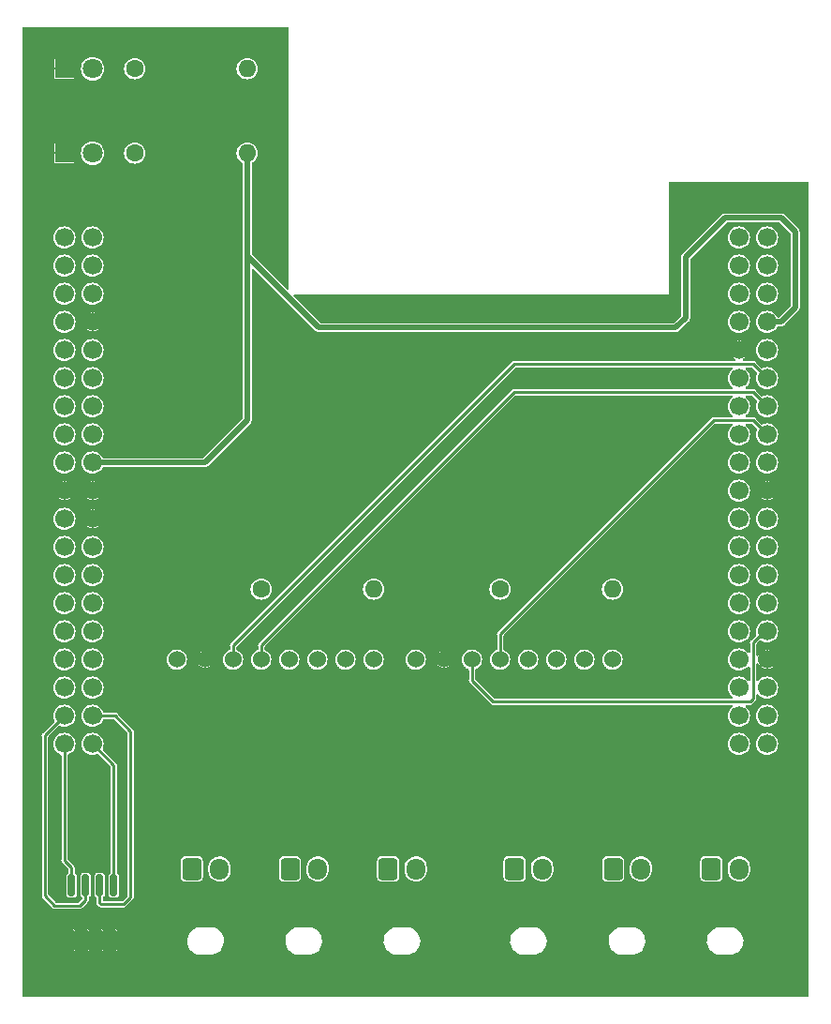
<source format=gtl>
%TF.GenerationSoftware,KiCad,Pcbnew,7.0.7*%
%TF.CreationDate,2024-06-19T04:07:58+09:00*%
%TF.ProjectId,ALTAIR_CAN_SHIELD _V1,414c5441-4952-45f4-9341-4e5f53484945,rev?*%
%TF.SameCoordinates,Original*%
%TF.FileFunction,Copper,L1,Top*%
%TF.FilePolarity,Positive*%
%FSLAX46Y46*%
G04 Gerber Fmt 4.6, Leading zero omitted, Abs format (unit mm)*
G04 Created by KiCad (PCBNEW 7.0.7) date 2024-06-19 04:07:58*
%MOMM*%
%LPD*%
G01*
G04 APERTURE LIST*
G04 Aperture macros list*
%AMRoundRect*
0 Rectangle with rounded corners*
0 $1 Rounding radius*
0 $2 $3 $4 $5 $6 $7 $8 $9 X,Y pos of 4 corners*
0 Add a 4 corners polygon primitive as box body*
4,1,4,$2,$3,$4,$5,$6,$7,$8,$9,$2,$3,0*
0 Add four circle primitives for the rounded corners*
1,1,$1+$1,$2,$3*
1,1,$1+$1,$4,$5*
1,1,$1+$1,$6,$7*
1,1,$1+$1,$8,$9*
0 Add four rect primitives between the rounded corners*
20,1,$1+$1,$2,$3,$4,$5,0*
20,1,$1+$1,$4,$5,$6,$7,0*
20,1,$1+$1,$6,$7,$8,$9,0*
20,1,$1+$1,$8,$9,$2,$3,0*%
G04 Aperture macros list end*
%TA.AperFunction,ComponentPad*%
%ADD10RoundRect,0.250000X-0.600000X-0.725000X0.600000X-0.725000X0.600000X0.725000X-0.600000X0.725000X0*%
%TD*%
%TA.AperFunction,ComponentPad*%
%ADD11O,1.700000X1.950000*%
%TD*%
%TA.AperFunction,SMDPad,CuDef*%
%ADD12RoundRect,0.150000X-0.150000X0.825000X-0.150000X-0.825000X0.150000X-0.825000X0.150000X0.825000X0*%
%TD*%
%TA.AperFunction,ComponentPad*%
%ADD13C,1.524000*%
%TD*%
%TA.AperFunction,ComponentPad*%
%ADD14C,1.600000*%
%TD*%
%TA.AperFunction,ComponentPad*%
%ADD15O,1.600000X1.600000*%
%TD*%
%TA.AperFunction,ComponentPad*%
%ADD16R,1.800000X1.800000*%
%TD*%
%TA.AperFunction,ComponentPad*%
%ADD17C,1.800000*%
%TD*%
%TA.AperFunction,ComponentPad*%
%ADD18C,1.700000*%
%TD*%
%TA.AperFunction,ViaPad*%
%ADD19C,0.600000*%
%TD*%
%TA.AperFunction,Conductor*%
%ADD20C,0.200000*%
%TD*%
%TA.AperFunction,Conductor*%
%ADD21C,0.250000*%
%TD*%
%TA.AperFunction,Conductor*%
%ADD22C,0.500000*%
%TD*%
G04 APERTURE END LIST*
D10*
%TO.P,J3,1,Pin_1*%
%TO.N,CANH1*%
X176570000Y-140820000D03*
D11*
%TO.P,J3,2,Pin_2*%
%TO.N,CANL1*%
X179070000Y-140820000D03*
%TD*%
D12*
%TO.P,S2,1,1*%
%TO.N,Net-(U1-PC0(PB9))*%
X122555000Y-142305000D03*
%TO.P,S2,2,2*%
%TO.N,Net-(U1-PC1(PB9))*%
X121285000Y-142305000D03*
%TO.P,S2,3,3*%
%TO.N,Net-(U1-PC2)*%
X120015000Y-142305000D03*
%TO.P,S2,4,4*%
%TO.N,Net-(U1-PC3)*%
X118745000Y-142305000D03*
%TO.P,S2,5,5*%
%TO.N,GND*%
X118745000Y-147255000D03*
%TO.P,S2,6,6*%
X120015000Y-147255000D03*
%TO.P,S2,7,7*%
X121285000Y-147255000D03*
%TO.P,S2,8,8*%
X122555000Y-147255000D03*
%TD*%
D13*
%TO.P,U2,1,VCC*%
%TO.N,+3.3V*%
X149860000Y-121920000D03*
%TO.P,U2,2,GND*%
%TO.N,GND*%
X152400000Y-121920000D03*
%TO.P,U2,3,CTX*%
%TO.N,B13(CTX)*%
X154940000Y-121920000D03*
%TO.P,U2,4,CRX*%
%TO.N,B12(CRX)*%
X157480000Y-121920000D03*
%TO.P,U2,5,CANH*%
%TO.N,CANH1*%
X160020000Y-121920000D03*
%TO.P,U2,6,CANL*%
%TO.N,CANL1*%
X162560000Y-121920000D03*
%TO.P,U2,7,S*%
%TO.N,unconnected-(U2-S-Pad7)*%
X165100000Y-121920000D03*
%TO.P,U2,8,NC*%
%TO.N,unconnected-(U2-NC-Pad8)*%
X167640000Y-121920000D03*
%TD*%
D10*
%TO.P,J2,1,Pin_1*%
%TO.N,CANH1*%
X167700000Y-140820000D03*
D11*
%TO.P,J2,2,Pin_2*%
%TO.N,CANL1*%
X170200000Y-140820000D03*
%TD*%
D14*
%TO.P,R3,1*%
%TO.N,CANH1*%
X157480000Y-115570000D03*
D15*
%TO.P,R3,2*%
%TO.N,CANL1*%
X167640000Y-115570000D03*
%TD*%
D13*
%TO.P,U3,1,VCC*%
%TO.N,+3.3V*%
X128270000Y-121920000D03*
%TO.P,U3,2,GND*%
%TO.N,GND*%
X130810000Y-121920000D03*
%TO.P,U3,3,CTX*%
%TO.N,A12(CTX)*%
X133350000Y-121920000D03*
%TO.P,U3,4,CRX*%
%TO.N,A11(CRX)*%
X135890000Y-121920000D03*
%TO.P,U3,5,CANH*%
%TO.N,CANH2*%
X138430000Y-121920000D03*
%TO.P,U3,6,CANL*%
%TO.N,CANL2*%
X140970000Y-121920000D03*
%TO.P,U3,7,S*%
%TO.N,unconnected-(U3-S-Pad7)*%
X143510000Y-121920000D03*
%TO.P,U3,8,NC*%
%TO.N,unconnected-(U3-NC-Pad8)*%
X146050000Y-121920000D03*
%TD*%
D10*
%TO.P,J4,1,Pin_1*%
%TO.N,CANH2*%
X147360000Y-140820000D03*
D11*
%TO.P,J4,2,Pin_2*%
%TO.N,CANL2*%
X149860000Y-140820000D03*
%TD*%
D14*
%TO.P,R4,1*%
%TO.N,CANH2*%
X135890000Y-115570000D03*
D15*
%TO.P,R4,2*%
%TO.N,CANL2*%
X146050000Y-115570000D03*
%TD*%
D16*
%TO.P,LED2,1,K*%
%TO.N,GND*%
X118110000Y-68580000D03*
D17*
%TO.P,LED2,2,A*%
%TO.N,Net-(LED2-A)*%
X120650000Y-68580000D03*
%TD*%
D10*
%TO.P,J5,1,Pin_1*%
%TO.N,CANH2*%
X138490000Y-140820000D03*
D11*
%TO.P,J5,2,Pin_2*%
%TO.N,CANL2*%
X140990000Y-140820000D03*
%TD*%
D10*
%TO.P,J1,1,Pin_1*%
%TO.N,CANH1*%
X158790000Y-140820000D03*
D11*
%TO.P,J1,2,Pin_2*%
%TO.N,CANL1*%
X161290000Y-140820000D03*
%TD*%
D16*
%TO.P,LED1,1,K*%
%TO.N,GND*%
X118110000Y-76200000D03*
D17*
%TO.P,LED1,2,A*%
%TO.N,Net-(LED1-A)*%
X120650000Y-76200000D03*
%TD*%
D18*
%TO.P,U1,1,RESET*%
%TO.N,unconnected-(U1-RESET-Pad1)*%
X120650000Y-99060000D03*
%TO.P,U1,2,BOOT0*%
%TO.N,unconnected-(U1-BOOT0-Pad2)*%
X118110000Y-91440000D03*
%TO.P,U1,3,IOREF*%
%TO.N,unconnected-(U1-IOREF-Pad3)*%
X120650000Y-96520000D03*
%TO.P,U1,4,AVDD*%
%TO.N,unconnected-(U1-AVDD-Pad4)*%
X179070000Y-91440000D03*
%TO.P,U1,5,VDD*%
%TO.N,unconnected-(U1-VDD-Pad5)*%
X118110000Y-88900000D03*
%TO.P,U1,6,VBAT*%
%TO.N,unconnected-(U1-VBAT-Pad6)*%
X118110000Y-124460000D03*
%TO.P,U1,7,VIN*%
%TO.N,unconnected-(U1-VIN-Pad7)*%
X120650000Y-111760000D03*
%TO.P,U1,8,U5V*%
%TO.N,+5V*%
X181610000Y-91440000D03*
%TO.P,U1,9,E5V*%
X120650000Y-88900000D03*
%TO.P,U1,10,+5V*%
X120650000Y-104140000D03*
%TO.P,U1,11,+3V3*%
%TO.N,+3.3V*%
X120650000Y-101600000D03*
%TO.P,U1,12,PA0(TIM2_CH1/TIM5_CH1/UART4_TX)*%
%TO.N,unconnected-(U1-PA0(TIM2_CH1{slash}TIM5_CH1{slash}UART4_TX)-Pad12)*%
X120650000Y-116840000D03*
%TO.P,U1,13,PA1(TIM2_CH2/TIM5CH2/UART4_RX)*%
%TO.N,unconnected-(U1-PA1(TIM2_CH2{slash}TIM5CH2{slash}UART4_RX)-Pad13)*%
X120650000Y-119380000D03*
%TO.P,U1,14,PA2(TIM2_CH3/TIM5_CH3/TIM9_CH1/USART2_TX)*%
%TO.N,unconnected-(U1-PA2(TIM2_CH3{slash}TIM5_CH3{slash}TIM9_CH1{slash}USART2_TX)-Pad14)*%
X179070000Y-127000000D03*
%TO.P,U1,15,PA3(TIM2_CH4/TIM5_CH4/TIM9_CH2/USART2_RX)*%
%TO.N,unconnected-(U1-PA3(TIM2_CH4{slash}TIM5_CH4{slash}TIM9_CH2{slash}USART2_RX)-Pad15)*%
X179070000Y-129540000D03*
%TO.P,U1,16,PA4*%
%TO.N,unconnected-(U1-PA4-Pad16)*%
X120650000Y-121920000D03*
%TO.P,U1,17,PA5(TIM2_CH1)*%
%TO.N,unconnected-(U1-PA5(TIM2_CH1)-Pad17)*%
X179070000Y-96520000D03*
%TO.P,U1,18,PA6(TIM3_CH1/TIM13_CH1)*%
%TO.N,unconnected-(U1-PA6(TIM3_CH1{slash}TIM13_CH1)-Pad18)*%
X179070000Y-99060000D03*
%TO.P,U1,19,PA7(TIM3_CH2/TIM14_CH1)*%
%TO.N,unconnected-(U1-PA7(TIM3_CH2{slash}TIM14_CH1)-Pad19)*%
X179070000Y-101600000D03*
%TO.P,U1,20,PA8(TIM1_CH1/12C3_SCL)*%
%TO.N,unconnected-(U1-PA8(TIM1_CH1{slash}12C3_SCL)-Pad20)*%
X179070000Y-111760000D03*
%TO.P,U1,21,PA9(TIM1_CH2/USART1_TX)*%
%TO.N,unconnected-(U1-PA9(TIM1_CH2{slash}USART1_TX)-Pad21)*%
X179070000Y-109220000D03*
%TO.P,U1,22,PA10(TIM1_CH3/USART1_RX)*%
%TO.N,unconnected-(U1-PA10(TIM1_CH3{slash}USART1_RX)-Pad22)*%
X179070000Y-124460000D03*
%TO.P,U1,23,PA11(TIM1_CH4/CAN1_RX)*%
%TO.N,A11(CRX)*%
X181610000Y-99060000D03*
%TO.P,U1,24,PA12(CAN1_TX)*%
%TO.N,A12(CTX)*%
X181610000Y-96520000D03*
%TO.P,U1,25,PA13(JTCK-SWDIO)*%
%TO.N,unconnected-(U1-PA13(JTCK-SWDIO)-Pad25)*%
X118110000Y-99060000D03*
%TO.P,U1,26,PA14(JTCK-SWCLK)*%
%TO.N,unconnected-(U1-PA14(JTCK-SWCLK)-Pad26)*%
X118110000Y-101600000D03*
%TO.P,U1,27,PA15(TIM2_CH1)*%
%TO.N,unconnected-(U1-PA15(TIM2_CH1)-Pad27)*%
X118110000Y-104140000D03*
%TO.P,U1,28,PD2(UART5_RX)*%
%TO.N,unconnected-(U1-PD2(UART5_RX)-Pad28)*%
X120650000Y-86360000D03*
%TO.P,U1,29,PH0*%
%TO.N,unconnected-(U1-PH0-Pad29)*%
X118110000Y-119380000D03*
%TO.P,U1,30,PH1*%
%TO.N,unconnected-(U1-PH1-Pad30)*%
X118110000Y-121920000D03*
%TO.P,U1,31,(TIM3_CH3)PB0*%
%TO.N,unconnected-(U1-(TIM3_CH3)PB0-Pad31)*%
X120650000Y-124460000D03*
%TO.P,U1,32,(TIM3_CH4)PB1*%
%TO.N,unconnected-(U1-(TIM3_CH4)PB1-Pad32)*%
X181610000Y-111760000D03*
%TO.P,U1,33,(TIM2_CH4)PB2*%
%TO.N,unconnected-(U1-(TIM2_CH4)PB2-Pad33)*%
X181610000Y-109220000D03*
%TO.P,U1,34,(TIM3_CH1/12C2_SDA)PB3*%
%TO.N,unconnected-(U1-(TIM3_CH1{slash}12C2_SDA)PB3-Pad34)*%
X179070000Y-121920000D03*
%TO.P,U1,35,(TIM3_CH1/12C3_SDA)PB4*%
%TO.N,unconnected-(U1-(TIM3_CH1{slash}12C3_SDA)PB4-Pad35)*%
X179070000Y-116840000D03*
%TO.P,U1,36,(TIM3_CH2/CAN2_RX)PB5*%
%TO.N,unconnected-(U1-(TIM3_CH2{slash}CAN2_RX)PB5-Pad36)*%
X179070000Y-119380000D03*
%TO.P,U1,37,(TIM4_CH1/12C1_SCL/USART1_TX/CAN2_TX)PB6*%
%TO.N,unconnected-(U1-(TIM4_CH1{slash}12C1_SCL{slash}USART1_TX{slash}CAN2_TX)PB6-Pad37)*%
X179070000Y-104140000D03*
%TO.P,U1,38,(TIM4_CH2/12C1_SDA/USART1_RX)PB7*%
%TO.N,unconnected-(U1-(TIM4_CH2{slash}12C1_SDA{slash}USART1_RX)PB7-Pad38)*%
X118110000Y-109220000D03*
%TO.P,U1,39,(TIM2_CH1/TIM4_CH3/TIM10_CH1/12C1_SCL/CAN1_RX)PB8*%
%TO.N,unconnected-(U1-(TIM2_CH1{slash}TIM4_CH3{slash}TIM10_CH1{slash}12C1_SCL{slash}CAN1_RX)PB8-Pad39)*%
X179070000Y-86360000D03*
%TO.P,U1,40,(TIM2_CH2/TIM4_CH4/TIM11_CH1/12C1_SDA/CAN1_TX)PB9*%
%TO.N,unconnected-(U1-(TIM2_CH2{slash}TIM4_CH4{slash}TIM11_CH1{slash}12C1_SDA{slash}CAN1_TX)PB9-Pad40)*%
X179070000Y-88900000D03*
%TO.P,U1,41,(TIM_2CH3/12C2_SCL/USART3_RX)PB10*%
%TO.N,unconnected-(U1-(TIM_2CH3{slash}12C2_SCL{slash}USART3_RX)PB10-Pad41)*%
X179070000Y-114300000D03*
%TO.P,U1,42,(CAN2_RX)PB12*%
%TO.N,B12(CRX)*%
X181610000Y-101600000D03*
%TO.P,U1,43,(CAN2_TX)PB13*%
%TO.N,B13(CTX)*%
X181610000Y-119380000D03*
%TO.P,U1,44,(TIM12_CH1)PB14*%
%TO.N,unconnected-(U1-(TIM12_CH1)PB14-Pad44)*%
X181610000Y-116840000D03*
%TO.P,U1,45,(TIM12_CH2)PB15*%
%TO.N,unconnected-(U1-(TIM12_CH2)PB15-Pad45)*%
X181610000Y-114300000D03*
%TO.P,U1,46,PC0(PB9)*%
%TO.N,Net-(U1-PC0(PB9))*%
X120650000Y-129540000D03*
%TO.P,U1,47,PC1(PB9)*%
%TO.N,Net-(U1-PC1(PB9))*%
X120650000Y-127000000D03*
%TO.P,U1,48,PC2*%
%TO.N,Net-(U1-PC2)*%
X118110000Y-127000000D03*
%TO.P,U1,49,PC3*%
%TO.N,Net-(U1-PC3)*%
X118110000Y-129540000D03*
%TO.P,U1,50,PC4*%
%TO.N,unconnected-(U1-PC4-Pad50)*%
X181610000Y-124460000D03*
%TO.P,U1,51,(USART3_RX)PC5*%
%TO.N,unconnected-(U1-(USART3_RX)PC5-Pad51)*%
X181610000Y-88900000D03*
%TO.P,U1,52,(TIM3_CH1/TIM8_CH1/USART6_TX)PC6*%
%TO.N,unconnected-(U1-(TIM3_CH1{slash}TIM8_CH1{slash}USART6_TX)PC6-Pad52)*%
X181610000Y-86360000D03*
%TO.P,U1,53,(TIM3_CH2/TIM8_CH2/USART6_RX)PC7*%
%TO.N,unconnected-(U1-(TIM3_CH2{slash}TIM8_CH2{slash}USART6_RX)PC7-Pad53)*%
X179070000Y-106680000D03*
%TO.P,U1,54,(TIM3_CH3/TIM8_CH3)PC8*%
%TO.N,unconnected-(U1-(TIM3_CH3{slash}TIM8_CH3)PC8-Pad54)*%
X181610000Y-83820000D03*
%TO.P,U1,55,(TIM3_CH4/TIM8_CH4/12C3_SDA)PC9*%
%TO.N,unconnected-(U1-(TIM3_CH4{slash}TIM8_CH4{slash}12C3_SDA)PC9-Pad55)*%
X179070000Y-83820000D03*
%TO.P,U1,56,(USART3_TX/UART4_TX)PC10*%
%TO.N,unconnected-(U1-(USART3_TX{slash}UART4_TX)PC10-Pad56)*%
X118110000Y-83820000D03*
%TO.P,U1,57,(USART3_RX/UART4_RX)PC11*%
%TO.N,unconnected-(U1-(USART3_RX{slash}UART4_RX)PC11-Pad57)*%
X120650000Y-83820000D03*
%TO.P,U1,58,(12C2_SDA/UART5_TX)PC12*%
%TO.N,unconnected-(U1-(12C2_SDA{slash}UART5_TX)PC12-Pad58)*%
X118110000Y-86360000D03*
%TO.P,U1,59,PC13*%
%TO.N,unconnected-(U1-PC13-Pad59)*%
X118110000Y-111760000D03*
%TO.P,U1,60,PC14*%
%TO.N,unconnected-(U1-PC14-Pad60)*%
X118110000Y-114300000D03*
%TO.P,U1,61,PC15*%
%TO.N,unconnected-(U1-PC15-Pad61)*%
X118110000Y-116840000D03*
%TO.P,U1,62,GND*%
%TO.N,GND*%
X118110000Y-106680000D03*
X120650000Y-91440000D03*
X120650000Y-106680000D03*
X120650000Y-109220000D03*
X179070000Y-93980000D03*
X181610000Y-106680000D03*
X181610000Y-121920000D03*
%TO.P,U1,63*%
%TO.N,N/C*%
X118110000Y-96520000D03*
%TO.P,U1,64*%
X120650000Y-93980000D03*
%TO.P,U1,65*%
X118110000Y-93980000D03*
%TO.P,U1,66*%
X120650000Y-114300000D03*
%TO.P,U1,67*%
X181610000Y-93980000D03*
%TO.P,U1,68*%
X181610000Y-104140000D03*
%TO.P,U1,69*%
X181610000Y-127000000D03*
%TO.P,U1,70*%
X181610000Y-129540000D03*
%TD*%
D14*
%TO.P,R2,1*%
%TO.N,Net-(LED2-A)*%
X124460000Y-68580000D03*
D15*
%TO.P,R2,2*%
%TO.N,+3.3V*%
X134620000Y-68580000D03*
%TD*%
D14*
%TO.P,R1,1*%
%TO.N,Net-(LED1-A)*%
X124460000Y-76200000D03*
D15*
%TO.P,R1,2*%
%TO.N,+5V*%
X134620000Y-76200000D03*
%TD*%
D10*
%TO.P,J6,1,Pin_1*%
%TO.N,CANH2*%
X129620000Y-140820000D03*
D11*
%TO.P,J6,2,Pin_2*%
%TO.N,CANL2*%
X132120000Y-140820000D03*
%TD*%
D19*
%TO.N,GND*%
X122555000Y-109220000D03*
X130810000Y-120015000D03*
X152400000Y-123825000D03*
X130810000Y-123825000D03*
X115824000Y-76200000D03*
X152400000Y-120015000D03*
X115824000Y-68326000D03*
X177165000Y-93980000D03*
X183515000Y-121920000D03*
X183515000Y-106680000D03*
X122555000Y-91440000D03*
%TD*%
D20*
%TO.N,GND*%
X152400000Y-121920000D02*
X152400000Y-123825000D01*
X152400000Y-121920000D02*
X152400000Y-120015000D01*
X130810000Y-121920000D02*
X130810000Y-123825000D01*
X130810000Y-121920000D02*
X130810000Y-120015000D01*
X118110000Y-76200000D02*
X115824000Y-76200000D01*
X116078000Y-68580000D02*
X115824000Y-68326000D01*
X118110000Y-68580000D02*
X116078000Y-68580000D01*
D21*
%TO.N,Net-(U1-PC0(PB9))*%
X122555000Y-142305000D02*
X122555000Y-131445000D01*
X122555000Y-131445000D02*
X120650000Y-129540000D01*
%TO.N,Net-(U1-PC1(PB9))*%
X121285000Y-143891000D02*
X121412000Y-144018000D01*
X121412000Y-144018000D02*
X123444000Y-144018000D01*
X124079000Y-143383000D02*
X124079000Y-128397000D01*
X123444000Y-144018000D02*
X124079000Y-143383000D01*
X124079000Y-128397000D02*
X122682000Y-127000000D01*
X122682000Y-127000000D02*
X120650000Y-127000000D01*
X121285000Y-142305000D02*
X121285000Y-143891000D01*
%TO.N,Net-(U1-PC2)*%
X116332000Y-128778000D02*
X118110000Y-127000000D01*
X117221000Y-144145000D02*
X116332000Y-143256000D01*
X119507000Y-144145000D02*
X117221000Y-144145000D01*
X120015000Y-143637000D02*
X119507000Y-144145000D01*
X116332000Y-143256000D02*
X116332000Y-128778000D01*
X120015000Y-142305000D02*
X120015000Y-143637000D01*
%TO.N,Net-(U1-PC3)*%
X118110000Y-129540000D02*
X118110000Y-140081000D01*
X118745000Y-140716000D02*
X118745000Y-142305000D01*
X118110000Y-140081000D02*
X118745000Y-140716000D01*
%TO.N,B13(CTX)*%
X154940000Y-123825000D02*
X154940000Y-121920000D01*
X180340000Y-120396000D02*
X180340000Y-125476000D01*
X181610000Y-119380000D02*
X181356000Y-119380000D01*
X180340000Y-125476000D02*
X180086000Y-125730000D01*
X180086000Y-125730000D02*
X156845000Y-125730000D01*
X181356000Y-119380000D02*
X180340000Y-120396000D01*
X156845000Y-125730000D02*
X154940000Y-123825000D01*
%TO.N,B12(CRX)*%
X157480000Y-119634000D02*
X176784000Y-100330000D01*
X176784000Y-100330000D02*
X180340000Y-100330000D01*
X180340000Y-100330000D02*
X181610000Y-101600000D01*
X157480000Y-121920000D02*
X157480000Y-119634000D01*
%TO.N,A12(CTX)*%
X133350000Y-120650000D02*
X158750000Y-95250000D01*
X133350000Y-121920000D02*
X133350000Y-120650000D01*
X180340000Y-95250000D02*
X181610000Y-96520000D01*
X158750000Y-95250000D02*
X180340000Y-95250000D01*
%TO.N,A11(CRX)*%
X158750000Y-97790000D02*
X180340000Y-97790000D01*
X135890000Y-120650000D02*
X158750000Y-97790000D01*
X180340000Y-97790000D02*
X181610000Y-99060000D01*
X135890000Y-121920000D02*
X135890000Y-120650000D01*
D22*
%TO.N,+5V*%
X184150000Y-90170000D02*
X182880000Y-91440000D01*
X134620000Y-85478909D02*
X134620000Y-100330000D01*
X141089091Y-91948000D02*
X173355000Y-91948000D01*
X174244000Y-85598000D02*
X177800000Y-82042000D01*
X173355000Y-91948000D02*
X174244000Y-91059000D01*
X182880000Y-82042000D02*
X184150000Y-83312000D01*
X177800000Y-82042000D02*
X182880000Y-82042000D01*
X134620000Y-85478909D02*
X141089091Y-91948000D01*
X130810000Y-104140000D02*
X120650000Y-104140000D01*
X184150000Y-83312000D02*
X184150000Y-90170000D01*
X134620000Y-100330000D02*
X130810000Y-104140000D01*
X182880000Y-91440000D02*
X181610000Y-91440000D01*
X174244000Y-91059000D02*
X174244000Y-85598000D01*
X134620000Y-76200000D02*
X134620000Y-85478909D01*
%TD*%
%TA.AperFunction,Conductor*%
%TO.N,GND*%
G36*
X138347539Y-64815185D02*
G01*
X138393294Y-64867989D01*
X138404500Y-64919500D01*
X138404500Y-88394260D01*
X138384815Y-88461299D01*
X138332011Y-88507054D01*
X138262853Y-88516998D01*
X138199297Y-88487973D01*
X138192819Y-88481941D01*
X135059219Y-85348341D01*
X135025734Y-85287018D01*
X135022900Y-85260660D01*
X135022900Y-77139450D01*
X135042585Y-77072411D01*
X135088446Y-77030092D01*
X135151965Y-76996141D01*
X135297063Y-76877063D01*
X135416141Y-76731965D01*
X135416142Y-76731961D01*
X135416145Y-76731959D01*
X135504623Y-76566428D01*
X135504623Y-76566427D01*
X135504625Y-76566424D01*
X135559113Y-76386801D01*
X135577511Y-76200000D01*
X135559113Y-76013199D01*
X135504625Y-75833576D01*
X135504623Y-75833573D01*
X135504623Y-75833571D01*
X135416145Y-75668040D01*
X135416140Y-75668034D01*
X135297063Y-75522936D01*
X135151965Y-75403859D01*
X135151959Y-75403854D01*
X134986428Y-75315376D01*
X134806799Y-75260886D01*
X134620000Y-75242489D01*
X134433200Y-75260886D01*
X134253571Y-75315376D01*
X134088040Y-75403854D01*
X134088034Y-75403859D01*
X133942936Y-75522936D01*
X133823859Y-75668034D01*
X133823854Y-75668040D01*
X133735376Y-75833571D01*
X133680886Y-76013200D01*
X133662489Y-76200000D01*
X133680886Y-76386799D01*
X133735376Y-76566428D01*
X133823854Y-76731959D01*
X133823859Y-76731965D01*
X133942936Y-76877063D01*
X134088033Y-76996140D01*
X134088035Y-76996141D01*
X134151553Y-77030092D01*
X134201396Y-77079054D01*
X134217099Y-77139450D01*
X134217099Y-100111752D01*
X134197414Y-100178791D01*
X134180780Y-100199433D01*
X130679433Y-103700781D01*
X130618110Y-103734266D01*
X130591752Y-103737100D01*
X121646145Y-103737100D01*
X121579106Y-103717415D01*
X121536787Y-103671553D01*
X121487917Y-103580123D01*
X121487915Y-103580120D01*
X121362589Y-103427410D01*
X121209881Y-103302086D01*
X121209879Y-103302085D01*
X121209878Y-103302084D01*
X121035650Y-103208958D01*
X120846603Y-103151611D01*
X120846601Y-103151610D01*
X120846599Y-103151610D01*
X120650000Y-103132247D01*
X120453400Y-103151610D01*
X120264350Y-103208958D01*
X120090118Y-103302086D01*
X119937410Y-103427410D01*
X119812086Y-103580118D01*
X119718958Y-103754350D01*
X119661610Y-103943400D01*
X119642247Y-104140000D01*
X119661610Y-104336599D01*
X119661610Y-104336601D01*
X119661611Y-104336603D01*
X119718958Y-104525650D01*
X119736572Y-104558603D01*
X119812086Y-104699881D01*
X119937410Y-104852589D01*
X120090118Y-104977913D01*
X120090122Y-104977916D01*
X120264350Y-105071042D01*
X120453397Y-105128389D01*
X120650000Y-105147753D01*
X120846603Y-105128389D01*
X121035650Y-105071042D01*
X121209878Y-104977916D01*
X121362589Y-104852589D01*
X121487916Y-104699878D01*
X121536786Y-104608447D01*
X121585749Y-104558603D01*
X121646145Y-104542900D01*
X130873810Y-104542900D01*
X130873813Y-104542900D01*
X130895065Y-104535994D01*
X130913975Y-104531453D01*
X130936055Y-104527957D01*
X130955963Y-104517812D01*
X130973941Y-104510366D01*
X130977219Y-104509300D01*
X130995193Y-104503461D01*
X131013272Y-104490324D01*
X131029854Y-104480163D01*
X131049771Y-104470016D01*
X131140016Y-104379771D01*
X131140016Y-104379769D01*
X131150220Y-104369566D01*
X131150224Y-104369561D01*
X134859768Y-100660017D01*
X134859771Y-100660016D01*
X134950016Y-100569771D01*
X134960164Y-100549852D01*
X134970322Y-100533275D01*
X134983462Y-100515192D01*
X134990367Y-100493935D01*
X134997811Y-100475964D01*
X135007957Y-100456055D01*
X135011452Y-100433985D01*
X135015991Y-100415075D01*
X135022900Y-100393813D01*
X135022900Y-100266187D01*
X135022900Y-86750956D01*
X135042585Y-86683918D01*
X135095389Y-86638163D01*
X135164547Y-86628219D01*
X135228103Y-86657244D01*
X135234580Y-86663275D01*
X140759074Y-92187770D01*
X140759075Y-92187771D01*
X140849320Y-92278016D01*
X140869230Y-92288160D01*
X140885819Y-92298326D01*
X140903898Y-92311461D01*
X140925156Y-92318368D01*
X140943114Y-92325806D01*
X140963036Y-92335957D01*
X140985108Y-92339452D01*
X141004021Y-92343993D01*
X141025278Y-92350900D01*
X141025279Y-92350900D01*
X173418810Y-92350900D01*
X173418813Y-92350900D01*
X173440065Y-92343994D01*
X173458975Y-92339453D01*
X173481055Y-92335957D01*
X173500963Y-92325812D01*
X173518941Y-92318366D01*
X173522219Y-92317300D01*
X173540193Y-92311461D01*
X173558272Y-92298324D01*
X173574854Y-92288163D01*
X173594771Y-92278016D01*
X173685016Y-92187771D01*
X173685016Y-92187769D01*
X173695220Y-92177566D01*
X173695224Y-92177561D01*
X174432785Y-91440000D01*
X178062247Y-91440000D01*
X178081610Y-91636599D01*
X178081610Y-91636601D01*
X178081611Y-91636603D01*
X178138958Y-91825650D01*
X178156572Y-91858603D01*
X178232086Y-91999881D01*
X178357410Y-92152589D01*
X178510118Y-92277913D01*
X178510122Y-92277916D01*
X178684350Y-92371042D01*
X178873397Y-92428389D01*
X179070000Y-92447753D01*
X179266603Y-92428389D01*
X179455650Y-92371042D01*
X179629878Y-92277916D01*
X179782589Y-92152589D01*
X179907916Y-91999878D01*
X180001042Y-91825650D01*
X180058389Y-91636603D01*
X180077753Y-91440000D01*
X180058389Y-91243397D01*
X180001042Y-91054350D01*
X179907916Y-90880122D01*
X179846143Y-90804851D01*
X179782589Y-90727410D01*
X179629881Y-90602086D01*
X179629879Y-90602085D01*
X179629878Y-90602084D01*
X179455650Y-90508958D01*
X179266603Y-90451611D01*
X179266601Y-90451610D01*
X179266599Y-90451610D01*
X179070000Y-90432247D01*
X178873400Y-90451610D01*
X178684350Y-90508958D01*
X178510118Y-90602086D01*
X178357410Y-90727410D01*
X178232086Y-90880118D01*
X178138958Y-91054350D01*
X178081610Y-91243400D01*
X178062247Y-91440000D01*
X174432785Y-91440000D01*
X174473561Y-91399224D01*
X174473566Y-91399220D01*
X174483769Y-91389016D01*
X174483771Y-91389016D01*
X174574016Y-91298771D01*
X174584163Y-91278854D01*
X174594324Y-91262272D01*
X174607461Y-91244193D01*
X174614366Y-91222941D01*
X174621812Y-91204963D01*
X174631957Y-91185055D01*
X174635453Y-91162975D01*
X174639994Y-91144065D01*
X174646900Y-91122813D01*
X174646900Y-90995187D01*
X174646900Y-88900000D01*
X178062247Y-88900000D01*
X178081610Y-89096599D01*
X178081610Y-89096601D01*
X178081611Y-89096603D01*
X178138958Y-89285650D01*
X178232084Y-89459878D01*
X178232086Y-89459881D01*
X178357410Y-89612589D01*
X178510118Y-89737913D01*
X178510122Y-89737916D01*
X178684350Y-89831042D01*
X178873397Y-89888389D01*
X179070000Y-89907753D01*
X179266603Y-89888389D01*
X179455650Y-89831042D01*
X179629878Y-89737916D01*
X179782589Y-89612589D01*
X179907916Y-89459878D01*
X180001042Y-89285650D01*
X180058389Y-89096603D01*
X180077753Y-88900000D01*
X180602247Y-88900000D01*
X180621610Y-89096599D01*
X180621610Y-89096601D01*
X180621611Y-89096603D01*
X180678958Y-89285650D01*
X180772084Y-89459878D01*
X180772086Y-89459881D01*
X180897410Y-89612589D01*
X181050118Y-89737913D01*
X181050122Y-89737916D01*
X181224350Y-89831042D01*
X181413397Y-89888389D01*
X181610000Y-89907753D01*
X181806603Y-89888389D01*
X181995650Y-89831042D01*
X182169878Y-89737916D01*
X182322589Y-89612589D01*
X182447916Y-89459878D01*
X182541042Y-89285650D01*
X182598389Y-89096603D01*
X182617753Y-88900000D01*
X182598389Y-88703397D01*
X182541042Y-88514350D01*
X182447916Y-88340122D01*
X182447913Y-88340118D01*
X182322589Y-88187410D01*
X182169881Y-88062086D01*
X182169879Y-88062085D01*
X182169878Y-88062084D01*
X181995650Y-87968958D01*
X181806603Y-87911611D01*
X181806601Y-87911610D01*
X181806599Y-87911610D01*
X181610000Y-87892247D01*
X181413400Y-87911610D01*
X181224350Y-87968958D01*
X181050118Y-88062086D01*
X180897410Y-88187410D01*
X180772086Y-88340118D01*
X180678958Y-88514350D01*
X180621610Y-88703400D01*
X180602247Y-88900000D01*
X180077753Y-88900000D01*
X180058389Y-88703397D01*
X180001042Y-88514350D01*
X179907916Y-88340122D01*
X179907913Y-88340118D01*
X179782589Y-88187410D01*
X179629881Y-88062086D01*
X179629879Y-88062085D01*
X179629878Y-88062084D01*
X179455650Y-87968958D01*
X179266603Y-87911611D01*
X179266601Y-87911610D01*
X179266599Y-87911610D01*
X179070000Y-87892247D01*
X178873400Y-87911610D01*
X178684350Y-87968958D01*
X178510118Y-88062086D01*
X178357410Y-88187410D01*
X178232086Y-88340118D01*
X178138958Y-88514350D01*
X178081610Y-88703400D01*
X178062247Y-88900000D01*
X174646900Y-88900000D01*
X174646900Y-86360000D01*
X178062247Y-86360000D01*
X178081610Y-86556599D01*
X178081610Y-86556601D01*
X178081611Y-86556603D01*
X178138958Y-86745650D01*
X178141795Y-86750957D01*
X178232086Y-86919881D01*
X178357410Y-87072589D01*
X178510118Y-87197913D01*
X178510122Y-87197916D01*
X178684350Y-87291042D01*
X178873397Y-87348389D01*
X179070000Y-87367753D01*
X179266603Y-87348389D01*
X179455650Y-87291042D01*
X179629878Y-87197916D01*
X179782589Y-87072589D01*
X179907916Y-86919878D01*
X180001042Y-86745650D01*
X180058389Y-86556603D01*
X180077753Y-86360000D01*
X180602247Y-86360000D01*
X180621610Y-86556599D01*
X180621610Y-86556601D01*
X180621611Y-86556603D01*
X180678958Y-86745650D01*
X180681795Y-86750957D01*
X180772086Y-86919881D01*
X180897410Y-87072589D01*
X181050118Y-87197913D01*
X181050122Y-87197916D01*
X181224350Y-87291042D01*
X181413397Y-87348389D01*
X181610000Y-87367753D01*
X181806603Y-87348389D01*
X181995650Y-87291042D01*
X182169878Y-87197916D01*
X182322589Y-87072589D01*
X182447916Y-86919878D01*
X182541042Y-86745650D01*
X182598389Y-86556603D01*
X182617753Y-86360000D01*
X182598389Y-86163397D01*
X182541042Y-85974350D01*
X182447916Y-85800122D01*
X182447913Y-85800118D01*
X182322589Y-85647410D01*
X182169881Y-85522086D01*
X182169879Y-85522085D01*
X182169878Y-85522084D01*
X181995650Y-85428958D01*
X181806603Y-85371611D01*
X181806601Y-85371610D01*
X181806599Y-85371610D01*
X181610000Y-85352247D01*
X181413400Y-85371610D01*
X181224350Y-85428958D01*
X181050118Y-85522086D01*
X180897410Y-85647410D01*
X180772086Y-85800118D01*
X180678958Y-85974350D01*
X180621610Y-86163400D01*
X180602247Y-86360000D01*
X180077753Y-86360000D01*
X180058389Y-86163397D01*
X180001042Y-85974350D01*
X179907916Y-85800122D01*
X179907913Y-85800118D01*
X179782589Y-85647410D01*
X179629881Y-85522086D01*
X179629879Y-85522085D01*
X179629878Y-85522084D01*
X179455650Y-85428958D01*
X179266603Y-85371611D01*
X179266601Y-85371610D01*
X179266599Y-85371610D01*
X179070000Y-85352247D01*
X178873400Y-85371610D01*
X178684350Y-85428958D01*
X178510118Y-85522086D01*
X178357410Y-85647410D01*
X178232086Y-85800118D01*
X178138958Y-85974350D01*
X178081610Y-86163400D01*
X178062247Y-86360000D01*
X174646900Y-86360000D01*
X174646900Y-85816248D01*
X174666585Y-85749209D01*
X174683219Y-85728567D01*
X176591787Y-83820000D01*
X178062247Y-83820000D01*
X178081610Y-84016599D01*
X178081610Y-84016601D01*
X178081611Y-84016603D01*
X178138958Y-84205650D01*
X178232084Y-84379878D01*
X178232086Y-84379881D01*
X178357410Y-84532589D01*
X178510118Y-84657913D01*
X178510122Y-84657916D01*
X178684350Y-84751042D01*
X178873397Y-84808389D01*
X179070000Y-84827753D01*
X179266603Y-84808389D01*
X179455650Y-84751042D01*
X179629878Y-84657916D01*
X179782589Y-84532589D01*
X179907916Y-84379878D01*
X180001042Y-84205650D01*
X180058389Y-84016603D01*
X180077753Y-83820000D01*
X180602247Y-83820000D01*
X180621610Y-84016599D01*
X180621610Y-84016601D01*
X180621611Y-84016603D01*
X180678958Y-84205650D01*
X180772084Y-84379878D01*
X180772086Y-84379881D01*
X180897410Y-84532589D01*
X181050118Y-84657913D01*
X181050122Y-84657916D01*
X181224350Y-84751042D01*
X181413397Y-84808389D01*
X181610000Y-84827753D01*
X181806603Y-84808389D01*
X181995650Y-84751042D01*
X182169878Y-84657916D01*
X182322589Y-84532589D01*
X182447916Y-84379878D01*
X182541042Y-84205650D01*
X182598389Y-84016603D01*
X182617753Y-83820000D01*
X182598389Y-83623397D01*
X182541042Y-83434350D01*
X182447916Y-83260122D01*
X182438119Y-83248184D01*
X182322589Y-83107410D01*
X182169881Y-82982086D01*
X182169879Y-82982085D01*
X182169878Y-82982084D01*
X181995650Y-82888958D01*
X181806603Y-82831611D01*
X181806601Y-82831610D01*
X181806599Y-82831610D01*
X181610000Y-82812247D01*
X181413400Y-82831610D01*
X181224350Y-82888958D01*
X181050118Y-82982086D01*
X180897410Y-83107410D01*
X180772086Y-83260118D01*
X180678958Y-83434350D01*
X180621610Y-83623400D01*
X180602247Y-83820000D01*
X180077753Y-83820000D01*
X180058389Y-83623397D01*
X180001042Y-83434350D01*
X179907916Y-83260122D01*
X179898119Y-83248184D01*
X179782589Y-83107410D01*
X179629881Y-82982086D01*
X179629879Y-82982085D01*
X179629878Y-82982084D01*
X179455650Y-82888958D01*
X179266603Y-82831611D01*
X179266601Y-82831610D01*
X179266599Y-82831610D01*
X179070000Y-82812247D01*
X178873400Y-82831610D01*
X178684350Y-82888958D01*
X178510118Y-82982086D01*
X178357410Y-83107410D01*
X178232086Y-83260118D01*
X178138958Y-83434350D01*
X178081610Y-83623400D01*
X178062247Y-83820000D01*
X176591787Y-83820000D01*
X177930568Y-82481219D01*
X177991891Y-82447734D01*
X178018249Y-82444900D01*
X182661752Y-82444900D01*
X182728791Y-82464585D01*
X182749433Y-82481219D01*
X183710781Y-83442567D01*
X183744266Y-83503890D01*
X183747100Y-83530248D01*
X183747100Y-89951751D01*
X183727415Y-90018790D01*
X183710781Y-90039432D01*
X182749433Y-91000781D01*
X182688110Y-91034266D01*
X182661752Y-91037100D01*
X182606145Y-91037100D01*
X182539106Y-91017415D01*
X182496787Y-90971553D01*
X182447917Y-90880123D01*
X182447915Y-90880120D01*
X182322589Y-90727410D01*
X182169881Y-90602086D01*
X182169879Y-90602085D01*
X182169878Y-90602084D01*
X181995650Y-90508958D01*
X181806603Y-90451611D01*
X181806601Y-90451610D01*
X181806599Y-90451610D01*
X181610000Y-90432247D01*
X181413400Y-90451610D01*
X181224350Y-90508958D01*
X181050118Y-90602086D01*
X180897410Y-90727410D01*
X180772086Y-90880118D01*
X180678958Y-91054350D01*
X180621610Y-91243400D01*
X180602247Y-91440000D01*
X180621610Y-91636599D01*
X180621610Y-91636601D01*
X180621611Y-91636603D01*
X180678958Y-91825650D01*
X180696572Y-91858603D01*
X180772086Y-91999881D01*
X180897410Y-92152589D01*
X181050118Y-92277913D01*
X181050122Y-92277916D01*
X181224350Y-92371042D01*
X181413397Y-92428389D01*
X181610000Y-92447753D01*
X181806603Y-92428389D01*
X181995650Y-92371042D01*
X182169878Y-92277916D01*
X182322589Y-92152589D01*
X182447916Y-91999878D01*
X182496786Y-91908447D01*
X182545749Y-91858603D01*
X182606145Y-91842900D01*
X182943810Y-91842900D01*
X182943813Y-91842900D01*
X182965065Y-91835994D01*
X182983975Y-91831453D01*
X183006055Y-91827957D01*
X183025963Y-91817812D01*
X183043941Y-91810366D01*
X183047219Y-91809300D01*
X183065193Y-91803461D01*
X183083272Y-91790324D01*
X183099854Y-91780163D01*
X183119771Y-91770016D01*
X183210016Y-91679771D01*
X183210016Y-91679770D01*
X183227454Y-91662332D01*
X183227455Y-91662329D01*
X184457314Y-90432473D01*
X184457314Y-90432472D01*
X184480016Y-90409771D01*
X184490160Y-90389859D01*
X184500322Y-90373276D01*
X184513461Y-90355193D01*
X184520366Y-90333941D01*
X184527812Y-90315963D01*
X184537957Y-90296055D01*
X184541453Y-90273975D01*
X184545994Y-90255065D01*
X184552900Y-90233813D01*
X184552900Y-90106187D01*
X184552900Y-90106186D01*
X184552900Y-83280292D01*
X184552900Y-83280291D01*
X184552900Y-83248187D01*
X184545993Y-83226930D01*
X184541452Y-83208017D01*
X184537957Y-83185945D01*
X184527806Y-83166023D01*
X184520368Y-83148065D01*
X184513461Y-83126807D01*
X184500326Y-83108728D01*
X184490159Y-83092137D01*
X184480016Y-83072229D01*
X184389771Y-82981984D01*
X184389770Y-82981983D01*
X183210016Y-81802230D01*
X183210016Y-81802229D01*
X183119771Y-81711984D01*
X183099855Y-81701835D01*
X183083272Y-81691674D01*
X183065193Y-81678539D01*
X183065190Y-81678538D01*
X183065187Y-81678536D01*
X183043942Y-81671633D01*
X183025972Y-81664190D01*
X183006059Y-81654045D01*
X183006058Y-81654044D01*
X183006055Y-81654043D01*
X182983982Y-81650546D01*
X182965070Y-81646006D01*
X182943817Y-81639101D01*
X182943815Y-81639100D01*
X182943813Y-81639100D01*
X182911708Y-81639100D01*
X177863813Y-81639100D01*
X177736187Y-81639100D01*
X177736184Y-81639100D01*
X177714930Y-81646006D01*
X177696021Y-81650545D01*
X177673947Y-81654042D01*
X177673941Y-81654044D01*
X177654029Y-81664189D01*
X177636061Y-81671632D01*
X177614808Y-81678538D01*
X177614803Y-81678540D01*
X177596726Y-81691674D01*
X177580140Y-81701838D01*
X177560230Y-81711982D01*
X177560228Y-81711984D01*
X177520089Y-81752121D01*
X177520085Y-81752127D01*
X174004231Y-85267982D01*
X173913984Y-85358228D01*
X173903835Y-85378145D01*
X173893675Y-85394724D01*
X173880540Y-85412804D01*
X173880538Y-85412808D01*
X173873632Y-85434061D01*
X173866189Y-85452029D01*
X173856044Y-85471941D01*
X173856042Y-85471947D01*
X173852545Y-85494021D01*
X173848006Y-85512930D01*
X173841100Y-85534184D01*
X173841100Y-90840751D01*
X173821415Y-90907790D01*
X173804781Y-90928432D01*
X173224433Y-91508781D01*
X173163110Y-91542266D01*
X173136752Y-91545100D01*
X141307340Y-91545100D01*
X141240301Y-91525415D01*
X141219659Y-91508781D01*
X138848059Y-89137181D01*
X138814574Y-89075858D01*
X138819558Y-89006166D01*
X138861430Y-88950233D01*
X138926894Y-88925816D01*
X138935740Y-88925500D01*
X165094928Y-88925500D01*
X172690261Y-88925500D01*
X172700823Y-88927601D01*
X172720000Y-88927601D01*
X172739517Y-88919517D01*
X172745500Y-88905072D01*
X172747601Y-88900000D01*
X172747600Y-88899997D01*
X172747601Y-88880832D01*
X172745500Y-88870264D01*
X172745500Y-78889500D01*
X172765185Y-78822461D01*
X172817989Y-78776706D01*
X172869500Y-78765500D01*
X185270500Y-78765500D01*
X185337539Y-78785185D01*
X185383294Y-78837989D01*
X185394500Y-78889500D01*
X185394500Y-152250500D01*
X185374815Y-152317539D01*
X185322011Y-152363294D01*
X185270500Y-152374500D01*
X114449500Y-152374500D01*
X114382461Y-152354815D01*
X114336706Y-152302011D01*
X114325500Y-152250500D01*
X114325500Y-148094779D01*
X118444999Y-148094779D01*
X118453700Y-148138525D01*
X118453701Y-148138526D01*
X118486855Y-148188144D01*
X118536473Y-148221298D01*
X118536474Y-148221299D01*
X118580220Y-148230000D01*
X118580224Y-148230001D01*
X118909776Y-148230001D01*
X118909779Y-148230000D01*
X118953525Y-148221299D01*
X118953526Y-148221298D01*
X119003144Y-148188144D01*
X119036298Y-148138526D01*
X119036299Y-148138525D01*
X119045000Y-148094779D01*
X119714999Y-148094779D01*
X119723700Y-148138525D01*
X119723701Y-148138526D01*
X119756855Y-148188144D01*
X119806473Y-148221298D01*
X119806474Y-148221299D01*
X119850220Y-148230000D01*
X119850224Y-148230001D01*
X120179776Y-148230001D01*
X120179779Y-148230000D01*
X120223525Y-148221299D01*
X120223526Y-148221298D01*
X120273144Y-148188144D01*
X120306298Y-148138526D01*
X120306299Y-148138525D01*
X120315000Y-148094779D01*
X120984999Y-148094779D01*
X120993700Y-148138525D01*
X120993701Y-148138526D01*
X121026855Y-148188144D01*
X121076473Y-148221298D01*
X121076474Y-148221299D01*
X121120220Y-148230000D01*
X121120224Y-148230001D01*
X121449776Y-148230001D01*
X121449779Y-148230000D01*
X121493525Y-148221299D01*
X121493526Y-148221298D01*
X121543144Y-148188144D01*
X121576298Y-148138526D01*
X121576299Y-148138525D01*
X121585000Y-148094779D01*
X122254999Y-148094779D01*
X122263700Y-148138525D01*
X122263701Y-148138526D01*
X122296855Y-148188144D01*
X122346473Y-148221298D01*
X122346474Y-148221299D01*
X122390220Y-148230000D01*
X122390224Y-148230001D01*
X122719776Y-148230001D01*
X122719779Y-148230000D01*
X122763525Y-148221299D01*
X122763526Y-148221298D01*
X122813144Y-148188144D01*
X122846298Y-148138526D01*
X122846299Y-148138525D01*
X122855000Y-148094779D01*
X122855001Y-148094775D01*
X122855001Y-147376330D01*
X129215710Y-147376330D01*
X129245925Y-147599387D01*
X129245926Y-147599390D01*
X129315483Y-147813465D01*
X129422146Y-148011678D01*
X129422148Y-148011681D01*
X129562489Y-148187663D01*
X129562491Y-148187664D01*
X129562492Y-148187666D01*
X129732004Y-148335765D01*
X129925236Y-148451215D01*
X130135976Y-148530306D01*
X130135976Y-148530307D01*
X130357450Y-148570500D01*
X130357453Y-148570500D01*
X131326148Y-148570500D01*
X131326155Y-148570500D01*
X131494188Y-148555377D01*
X131494192Y-148555376D01*
X131711160Y-148495496D01*
X131711162Y-148495495D01*
X131711170Y-148495493D01*
X131913973Y-148397829D01*
X132096078Y-148265522D01*
X132251632Y-148102825D01*
X132375635Y-147914968D01*
X132464103Y-147707988D01*
X132514191Y-147488537D01*
X132519230Y-147376330D01*
X138085710Y-147376330D01*
X138115925Y-147599387D01*
X138115926Y-147599390D01*
X138185483Y-147813465D01*
X138292146Y-148011678D01*
X138292148Y-148011681D01*
X138432489Y-148187663D01*
X138432491Y-148187664D01*
X138432492Y-148187666D01*
X138602004Y-148335765D01*
X138795236Y-148451215D01*
X139005976Y-148530307D01*
X139227450Y-148570500D01*
X139227453Y-148570500D01*
X140196148Y-148570500D01*
X140196155Y-148570500D01*
X140364188Y-148555377D01*
X140364192Y-148555376D01*
X140581160Y-148495496D01*
X140581162Y-148495495D01*
X140581170Y-148495493D01*
X140783973Y-148397829D01*
X140966078Y-148265522D01*
X141121632Y-148102825D01*
X141245635Y-147914968D01*
X141334103Y-147707988D01*
X141384191Y-147488537D01*
X141389230Y-147376330D01*
X146955710Y-147376330D01*
X146985925Y-147599387D01*
X146985926Y-147599390D01*
X147055483Y-147813465D01*
X147162146Y-148011678D01*
X147162148Y-148011681D01*
X147302489Y-148187663D01*
X147302491Y-148187664D01*
X147302492Y-148187666D01*
X147472004Y-148335765D01*
X147665236Y-148451215D01*
X147875976Y-148530306D01*
X147875976Y-148530307D01*
X148097450Y-148570500D01*
X148097453Y-148570500D01*
X149066148Y-148570500D01*
X149066155Y-148570500D01*
X149234188Y-148555377D01*
X149234192Y-148555376D01*
X149451160Y-148495496D01*
X149451162Y-148495495D01*
X149451170Y-148495493D01*
X149653973Y-148397829D01*
X149836078Y-148265522D01*
X149991632Y-148102825D01*
X150115635Y-147914968D01*
X150204103Y-147707988D01*
X150254191Y-147488537D01*
X150259230Y-147376330D01*
X158385710Y-147376330D01*
X158415925Y-147599387D01*
X158415926Y-147599390D01*
X158485483Y-147813465D01*
X158592146Y-148011678D01*
X158592148Y-148011681D01*
X158732489Y-148187663D01*
X158732491Y-148187664D01*
X158732492Y-148187666D01*
X158902004Y-148335765D01*
X159095236Y-148451215D01*
X159305976Y-148530307D01*
X159527450Y-148570500D01*
X159527453Y-148570500D01*
X160496148Y-148570500D01*
X160496155Y-148570500D01*
X160664188Y-148555377D01*
X160664192Y-148555376D01*
X160881160Y-148495496D01*
X160881162Y-148495495D01*
X160881170Y-148495493D01*
X161083973Y-148397829D01*
X161266078Y-148265522D01*
X161421632Y-148102825D01*
X161545635Y-147914968D01*
X161634103Y-147707988D01*
X161684191Y-147488537D01*
X161689230Y-147376330D01*
X167295710Y-147376330D01*
X167325925Y-147599387D01*
X167325926Y-147599390D01*
X167395483Y-147813465D01*
X167502146Y-148011678D01*
X167502148Y-148011681D01*
X167642489Y-148187663D01*
X167642491Y-148187664D01*
X167642492Y-148187666D01*
X167812004Y-148335765D01*
X168005236Y-148451215D01*
X168215976Y-148530306D01*
X168215976Y-148530307D01*
X168437450Y-148570500D01*
X168437453Y-148570500D01*
X169406148Y-148570500D01*
X169406155Y-148570500D01*
X169574188Y-148555377D01*
X169574192Y-148555376D01*
X169791160Y-148495496D01*
X169791162Y-148495495D01*
X169791170Y-148495493D01*
X169993973Y-148397829D01*
X170176078Y-148265522D01*
X170331632Y-148102825D01*
X170455635Y-147914968D01*
X170544103Y-147707988D01*
X170594191Y-147488537D01*
X170599230Y-147376330D01*
X176165710Y-147376330D01*
X176195925Y-147599387D01*
X176195926Y-147599390D01*
X176265483Y-147813465D01*
X176372146Y-148011678D01*
X176372148Y-148011681D01*
X176512489Y-148187663D01*
X176512491Y-148187664D01*
X176512492Y-148187666D01*
X176682004Y-148335765D01*
X176875236Y-148451215D01*
X177085976Y-148530307D01*
X177307450Y-148570500D01*
X177307453Y-148570500D01*
X178276148Y-148570500D01*
X178276155Y-148570500D01*
X178444188Y-148555377D01*
X178444192Y-148555376D01*
X178661160Y-148495496D01*
X178661162Y-148495495D01*
X178661170Y-148495493D01*
X178863973Y-148397829D01*
X179046078Y-148265522D01*
X179201632Y-148102825D01*
X179325635Y-147914968D01*
X179414103Y-147707988D01*
X179464191Y-147488537D01*
X179474290Y-147263670D01*
X179444075Y-147040613D01*
X179374517Y-146826536D01*
X179267852Y-146628319D01*
X179127508Y-146452334D01*
X178957996Y-146304235D01*
X178764764Y-146188785D01*
X178646775Y-146144503D01*
X178554023Y-146109692D01*
X178332550Y-146069500D01*
X178332547Y-146069500D01*
X177363845Y-146069500D01*
X177325399Y-146072960D01*
X177195813Y-146084622D01*
X177195807Y-146084623D01*
X176978839Y-146144503D01*
X176978826Y-146144508D01*
X176776033Y-146242167D01*
X176776025Y-146242171D01*
X176593927Y-146374473D01*
X176593925Y-146374474D01*
X176438366Y-146537176D01*
X176314363Y-146725033D01*
X176225899Y-146932004D01*
X176225895Y-146932017D01*
X176175810Y-147151457D01*
X176175808Y-147151468D01*
X176170769Y-147263674D01*
X176165710Y-147376330D01*
X170599230Y-147376330D01*
X170604290Y-147263670D01*
X170574075Y-147040613D01*
X170504517Y-146826536D01*
X170397852Y-146628319D01*
X170257508Y-146452334D01*
X170087996Y-146304235D01*
X169894764Y-146188785D01*
X169776775Y-146144503D01*
X169684023Y-146109692D01*
X169462550Y-146069500D01*
X169462547Y-146069500D01*
X168493845Y-146069500D01*
X168455399Y-146072960D01*
X168325813Y-146084622D01*
X168325807Y-146084623D01*
X168108839Y-146144503D01*
X168108826Y-146144508D01*
X167906033Y-146242167D01*
X167906025Y-146242171D01*
X167723927Y-146374473D01*
X167723925Y-146374474D01*
X167568366Y-146537176D01*
X167444363Y-146725033D01*
X167355899Y-146932004D01*
X167355895Y-146932017D01*
X167305810Y-147151457D01*
X167305808Y-147151468D01*
X167300769Y-147263674D01*
X167295710Y-147376330D01*
X161689230Y-147376330D01*
X161694290Y-147263670D01*
X161664075Y-147040613D01*
X161594517Y-146826536D01*
X161487852Y-146628319D01*
X161347508Y-146452334D01*
X161177996Y-146304235D01*
X160984764Y-146188785D01*
X160866775Y-146144503D01*
X160774023Y-146109692D01*
X160552550Y-146069500D01*
X160552547Y-146069500D01*
X159583845Y-146069500D01*
X159545399Y-146072960D01*
X159415813Y-146084622D01*
X159415807Y-146084623D01*
X159198839Y-146144503D01*
X159198826Y-146144508D01*
X158996033Y-146242167D01*
X158996025Y-146242171D01*
X158813927Y-146374473D01*
X158813925Y-146374474D01*
X158658366Y-146537176D01*
X158534363Y-146725033D01*
X158445899Y-146932004D01*
X158445895Y-146932017D01*
X158395810Y-147151457D01*
X158395808Y-147151468D01*
X158390769Y-147263674D01*
X158385710Y-147376330D01*
X150259230Y-147376330D01*
X150264290Y-147263670D01*
X150234075Y-147040613D01*
X150164517Y-146826536D01*
X150057852Y-146628319D01*
X149917508Y-146452334D01*
X149747996Y-146304235D01*
X149554764Y-146188785D01*
X149436775Y-146144503D01*
X149344023Y-146109692D01*
X149122550Y-146069500D01*
X149122547Y-146069500D01*
X148153845Y-146069500D01*
X148115399Y-146072960D01*
X147985813Y-146084622D01*
X147985807Y-146084623D01*
X147768839Y-146144503D01*
X147768826Y-146144508D01*
X147566033Y-146242167D01*
X147566025Y-146242171D01*
X147383927Y-146374473D01*
X147383925Y-146374474D01*
X147228366Y-146537176D01*
X147104363Y-146725033D01*
X147015899Y-146932004D01*
X147015895Y-146932017D01*
X146965810Y-147151457D01*
X146965808Y-147151468D01*
X146960769Y-147263674D01*
X146955710Y-147376330D01*
X141389230Y-147376330D01*
X141394290Y-147263670D01*
X141364075Y-147040613D01*
X141294517Y-146826536D01*
X141187852Y-146628319D01*
X141047508Y-146452334D01*
X140877996Y-146304235D01*
X140684764Y-146188785D01*
X140566775Y-146144503D01*
X140474023Y-146109692D01*
X140252550Y-146069500D01*
X140252547Y-146069500D01*
X139283845Y-146069500D01*
X139245399Y-146072960D01*
X139115813Y-146084622D01*
X139115807Y-146084623D01*
X138898839Y-146144503D01*
X138898826Y-146144508D01*
X138696033Y-146242167D01*
X138696025Y-146242171D01*
X138513927Y-146374473D01*
X138513925Y-146374474D01*
X138358366Y-146537176D01*
X138234363Y-146725033D01*
X138145899Y-146932004D01*
X138145895Y-146932017D01*
X138095810Y-147151457D01*
X138095808Y-147151468D01*
X138090769Y-147263674D01*
X138085710Y-147376330D01*
X132519230Y-147376330D01*
X132524290Y-147263670D01*
X132494075Y-147040613D01*
X132424517Y-146826536D01*
X132317852Y-146628319D01*
X132177508Y-146452334D01*
X132007996Y-146304235D01*
X131814764Y-146188785D01*
X131696775Y-146144503D01*
X131604023Y-146109692D01*
X131382550Y-146069500D01*
X131382547Y-146069500D01*
X130413845Y-146069500D01*
X130375399Y-146072960D01*
X130245813Y-146084622D01*
X130245807Y-146084623D01*
X130028839Y-146144503D01*
X130028826Y-146144508D01*
X129826033Y-146242167D01*
X129826025Y-146242171D01*
X129643927Y-146374473D01*
X129643925Y-146374474D01*
X129488366Y-146537176D01*
X129364363Y-146725033D01*
X129275899Y-146932004D01*
X129275895Y-146932017D01*
X129225810Y-147151457D01*
X129225808Y-147151468D01*
X129220769Y-147263674D01*
X129215710Y-147376330D01*
X122855001Y-147376330D01*
X122855001Y-146415223D01*
X122855000Y-146415220D01*
X122846299Y-146371474D01*
X122846298Y-146371473D01*
X122813144Y-146321855D01*
X122763526Y-146288701D01*
X122763525Y-146288700D01*
X122719779Y-146279999D01*
X122390220Y-146279999D01*
X122346474Y-146288700D01*
X122346473Y-146288701D01*
X122296855Y-146321855D01*
X122263701Y-146371473D01*
X122263700Y-146371474D01*
X122254999Y-146415220D01*
X122254999Y-148094779D01*
X121585000Y-148094779D01*
X121585001Y-148094775D01*
X121585001Y-146415224D01*
X121585000Y-146415220D01*
X121576299Y-146371474D01*
X121576298Y-146371473D01*
X121543144Y-146321855D01*
X121493526Y-146288701D01*
X121493525Y-146288700D01*
X121449779Y-146279999D01*
X121120220Y-146279999D01*
X121076474Y-146288700D01*
X121076473Y-146288701D01*
X121026855Y-146321855D01*
X120993701Y-146371473D01*
X120993700Y-146371474D01*
X120984999Y-146415220D01*
X120984999Y-148094779D01*
X120315000Y-148094779D01*
X120315001Y-148094775D01*
X120315001Y-146415223D01*
X120315000Y-146415220D01*
X120306299Y-146371474D01*
X120306298Y-146371473D01*
X120273144Y-146321855D01*
X120223526Y-146288701D01*
X120223525Y-146288700D01*
X120179779Y-146279999D01*
X119850220Y-146279999D01*
X119806474Y-146288700D01*
X119806473Y-146288701D01*
X119756855Y-146321855D01*
X119723701Y-146371473D01*
X119723700Y-146371474D01*
X119714999Y-146415220D01*
X119714999Y-148094779D01*
X119045000Y-148094779D01*
X119045001Y-148094775D01*
X119045001Y-146415223D01*
X119045000Y-146415220D01*
X119036299Y-146371474D01*
X119036298Y-146371473D01*
X119003144Y-146321855D01*
X118953526Y-146288701D01*
X118953525Y-146288700D01*
X118909779Y-146279999D01*
X118580220Y-146279999D01*
X118536474Y-146288700D01*
X118536473Y-146288701D01*
X118486855Y-146321855D01*
X118453701Y-146371473D01*
X118453700Y-146371474D01*
X118444999Y-146415220D01*
X118444999Y-148094779D01*
X114325500Y-148094779D01*
X114325500Y-128764945D01*
X116049587Y-128764945D01*
X116053504Y-128793025D01*
X116054099Y-128801599D01*
X116054100Y-143197554D01*
X116053505Y-143206129D01*
X116051997Y-143216938D01*
X116054034Y-143261006D01*
X116054100Y-143263869D01*
X116054100Y-143281755D01*
X116054495Y-143283871D01*
X116055484Y-143292399D01*
X116056794Y-143320727D01*
X116058944Y-143325595D01*
X116067398Y-143352894D01*
X116068376Y-143358126D01*
X116068376Y-143358127D01*
X116068377Y-143358128D01*
X116071833Y-143363710D01*
X116083304Y-143382235D01*
X116087312Y-143389840D01*
X116098760Y-143415768D01*
X116098761Y-143415769D01*
X116098762Y-143415771D01*
X116102523Y-143419532D01*
X116120265Y-143441931D01*
X116123072Y-143446463D01*
X116145701Y-143463551D01*
X116152182Y-143469191D01*
X116983175Y-144300185D01*
X116988812Y-144306664D01*
X116995389Y-144315373D01*
X117027991Y-144345094D01*
X117030052Y-144347062D01*
X117042705Y-144359715D01*
X117042708Y-144359717D01*
X117044483Y-144360933D01*
X117051221Y-144366271D01*
X117064349Y-144378238D01*
X117072170Y-144385368D01*
X117072174Y-144385369D01*
X117072173Y-144385369D01*
X117077130Y-144387290D01*
X117102411Y-144400614D01*
X117106806Y-144403625D01*
X117134416Y-144410118D01*
X117142603Y-144412654D01*
X117169051Y-144422900D01*
X117174374Y-144422900D01*
X117202763Y-144426193D01*
X117207943Y-144427412D01*
X117236024Y-144423494D01*
X117244598Y-144422900D01*
X119448557Y-144422900D01*
X119457133Y-144423495D01*
X119467936Y-144425001D01*
X119467941Y-144425003D01*
X119507392Y-144423179D01*
X119512006Y-144422966D01*
X119514869Y-144422900D01*
X119532745Y-144422900D01*
X119532753Y-144422900D01*
X119534864Y-144422505D01*
X119543389Y-144421514D01*
X119571727Y-144420205D01*
X119576587Y-144418058D01*
X119603903Y-144409599D01*
X119609128Y-144408623D01*
X119633236Y-144393694D01*
X119640828Y-144389692D01*
X119666771Y-144378238D01*
X119670532Y-144374476D01*
X119692931Y-144356733D01*
X119697463Y-144353928D01*
X119714556Y-144331291D01*
X119720179Y-144324828D01*
X120170192Y-143874816D01*
X120176666Y-143869184D01*
X120185369Y-143862612D01*
X120185373Y-143862611D01*
X120215115Y-143829984D01*
X120217022Y-143827986D01*
X120229715Y-143815295D01*
X120230932Y-143813517D01*
X120236271Y-143806777D01*
X120255368Y-143785830D01*
X120257290Y-143780866D01*
X120270617Y-143755585D01*
X120273625Y-143751195D01*
X120280117Y-143723585D01*
X120282655Y-143715390D01*
X120292900Y-143688949D01*
X120292900Y-143683625D01*
X120296194Y-143655234D01*
X120297412Y-143650057D01*
X120293495Y-143621977D01*
X120292900Y-143613402D01*
X120292900Y-143481259D01*
X120312585Y-143414220D01*
X120332446Y-143393771D01*
X120331020Y-143392345D01*
X120370471Y-143352894D01*
X120419220Y-143304145D01*
X120464962Y-143200550D01*
X120467900Y-143175226D01*
X120467900Y-141434774D01*
X120464962Y-141409450D01*
X120419220Y-141305855D01*
X120339145Y-141225780D01*
X120305997Y-141211143D01*
X120235551Y-141180038D01*
X120210227Y-141177100D01*
X120210226Y-141177100D01*
X119819774Y-141177100D01*
X119819772Y-141177100D01*
X119794449Y-141180038D01*
X119794447Y-141180038D01*
X119690859Y-141225778D01*
X119690857Y-141225779D01*
X119690855Y-141225780D01*
X119690854Y-141225780D01*
X119690852Y-141225782D01*
X119610782Y-141305852D01*
X119610778Y-141305859D01*
X119565038Y-141409447D01*
X119565038Y-141409449D01*
X119562100Y-141434772D01*
X119562100Y-143175227D01*
X119565038Y-143200550D01*
X119565038Y-143200552D01*
X119572275Y-143216941D01*
X119610780Y-143304145D01*
X119610782Y-143304147D01*
X119695131Y-143388496D01*
X119728616Y-143449819D01*
X119723632Y-143519511D01*
X119695131Y-143563858D01*
X119428209Y-143830781D01*
X119366886Y-143864266D01*
X119340528Y-143867100D01*
X117387472Y-143867100D01*
X117320433Y-143847415D01*
X117299791Y-143830781D01*
X116646219Y-143177209D01*
X116612734Y-143115886D01*
X116609900Y-143089528D01*
X116609900Y-129540000D01*
X117102247Y-129540000D01*
X117121610Y-129736599D01*
X117121610Y-129736601D01*
X117121611Y-129736603D01*
X117178958Y-129925650D01*
X117234017Y-130028659D01*
X117272086Y-130099881D01*
X117397410Y-130252589D01*
X117550118Y-130377913D01*
X117550122Y-130377916D01*
X117724350Y-130471042D01*
X117744096Y-130477031D01*
X117802532Y-130515325D01*
X117830990Y-130579137D01*
X117832100Y-130595691D01*
X117832100Y-140022554D01*
X117831505Y-140031129D01*
X117829997Y-140041938D01*
X117832034Y-140086006D01*
X117832100Y-140088869D01*
X117832100Y-140106755D01*
X117832495Y-140108871D01*
X117833484Y-140117399D01*
X117834794Y-140145727D01*
X117836944Y-140150595D01*
X117845398Y-140177894D01*
X117846376Y-140183126D01*
X117846376Y-140183127D01*
X117846377Y-140183128D01*
X117860403Y-140205781D01*
X117861304Y-140207235D01*
X117865312Y-140214840D01*
X117876761Y-140240771D01*
X117880522Y-140244532D01*
X117898266Y-140266932D01*
X117901072Y-140271463D01*
X117923704Y-140288554D01*
X117930176Y-140294186D01*
X118218150Y-140582159D01*
X118430781Y-140794790D01*
X118464266Y-140856113D01*
X118467100Y-140882471D01*
X118467100Y-141128739D01*
X118447415Y-141195778D01*
X118427557Y-141216232D01*
X118428980Y-141217655D01*
X118340780Y-141305855D01*
X118340778Y-141305859D01*
X118295038Y-141409447D01*
X118295038Y-141409449D01*
X118292100Y-141434772D01*
X118292100Y-143175227D01*
X118295038Y-143200550D01*
X118295038Y-143200552D01*
X118302275Y-143216941D01*
X118340780Y-143304145D01*
X118420855Y-143384220D01*
X118524450Y-143429962D01*
X118549774Y-143432900D01*
X118549775Y-143432900D01*
X118940225Y-143432900D01*
X118940226Y-143432900D01*
X118965550Y-143429962D01*
X119069145Y-143384220D01*
X119149220Y-143304145D01*
X119194962Y-143200550D01*
X119197900Y-143175226D01*
X119197900Y-141434774D01*
X119194962Y-141409450D01*
X119149220Y-141305855D01*
X119069145Y-141225780D01*
X119069144Y-141225779D01*
X119061020Y-141217655D01*
X119063703Y-141214971D01*
X119032629Y-141176887D01*
X119022900Y-141128739D01*
X119022900Y-140774443D01*
X119023495Y-140765867D01*
X119025001Y-140755064D01*
X119025003Y-140755059D01*
X119022966Y-140710993D01*
X119022900Y-140708130D01*
X119022900Y-140690249D01*
X119022900Y-140690247D01*
X119022504Y-140688133D01*
X119021514Y-140679595D01*
X119020205Y-140651273D01*
X119018054Y-140646403D01*
X119009601Y-140619103D01*
X119009368Y-140617860D01*
X119008623Y-140613872D01*
X118995709Y-140593015D01*
X118993696Y-140589763D01*
X118989688Y-140582159D01*
X118978239Y-140556229D01*
X118974476Y-140552466D01*
X118956729Y-140530060D01*
X118953929Y-140525538D01*
X118931301Y-140508450D01*
X118924816Y-140502806D01*
X118424219Y-140002209D01*
X118390734Y-139940886D01*
X118387900Y-139914528D01*
X118387900Y-130595691D01*
X118407585Y-130528652D01*
X118460389Y-130482897D01*
X118475887Y-130477036D01*
X118495650Y-130471042D01*
X118669878Y-130377916D01*
X118822589Y-130252589D01*
X118947916Y-130099878D01*
X119041042Y-129925650D01*
X119098389Y-129736603D01*
X119117753Y-129540000D01*
X119642247Y-129540000D01*
X119661610Y-129736599D01*
X119661610Y-129736601D01*
X119661611Y-129736603D01*
X119718958Y-129925650D01*
X119774017Y-130028659D01*
X119812086Y-130099881D01*
X119937410Y-130252589D01*
X120090118Y-130377913D01*
X120090122Y-130377916D01*
X120264350Y-130471042D01*
X120453397Y-130528389D01*
X120650000Y-130547753D01*
X120846603Y-130528389D01*
X121035650Y-130471042D01*
X121053845Y-130461316D01*
X121122248Y-130447073D01*
X121187493Y-130472072D01*
X121199982Y-130482992D01*
X122240781Y-131523790D01*
X122274266Y-131585113D01*
X122277100Y-131611471D01*
X122277100Y-141128739D01*
X122257415Y-141195778D01*
X122237557Y-141216232D01*
X122238980Y-141217655D01*
X122150780Y-141305855D01*
X122150778Y-141305859D01*
X122105038Y-141409447D01*
X122105038Y-141409449D01*
X122102100Y-141434772D01*
X122102100Y-143175227D01*
X122105038Y-143200550D01*
X122105038Y-143200552D01*
X122112275Y-143216941D01*
X122150780Y-143304145D01*
X122230855Y-143384220D01*
X122334450Y-143429962D01*
X122359774Y-143432900D01*
X122359775Y-143432900D01*
X122750225Y-143432900D01*
X122750226Y-143432900D01*
X122775550Y-143429962D01*
X122879145Y-143384220D01*
X122959220Y-143304145D01*
X123004962Y-143200550D01*
X123007900Y-143175226D01*
X123007900Y-141434774D01*
X123004962Y-141409450D01*
X122959220Y-141305855D01*
X122879145Y-141225780D01*
X122879144Y-141225779D01*
X122871020Y-141217655D01*
X122873703Y-141214971D01*
X122842629Y-141176887D01*
X122832900Y-141128739D01*
X122832900Y-131503443D01*
X122833495Y-131494867D01*
X122835001Y-131484064D01*
X122835003Y-131484059D01*
X122832966Y-131439993D01*
X122832900Y-131437130D01*
X122832900Y-131419249D01*
X122832900Y-131419247D01*
X122832504Y-131417133D01*
X122831514Y-131408595D01*
X122830205Y-131380273D01*
X122828054Y-131375403D01*
X122819601Y-131348103D01*
X122819368Y-131346860D01*
X122818623Y-131342872D01*
X122818620Y-131342867D01*
X122803696Y-131318763D01*
X122799688Y-131311159D01*
X122788239Y-131285229D01*
X122784476Y-131281466D01*
X122766729Y-131259060D01*
X122763929Y-131254538D01*
X122741301Y-131237450D01*
X122734816Y-131231806D01*
X121592992Y-130089982D01*
X121559507Y-130028659D01*
X121564491Y-129958967D01*
X121571316Y-129943846D01*
X121581039Y-129925655D01*
X121581042Y-129925650D01*
X121638389Y-129736603D01*
X121657753Y-129540000D01*
X121638389Y-129343397D01*
X121581042Y-129154350D01*
X121487916Y-128980122D01*
X121458658Y-128944471D01*
X121362589Y-128827410D01*
X121209881Y-128702086D01*
X121209879Y-128702085D01*
X121209878Y-128702084D01*
X121035650Y-128608958D01*
X120846603Y-128551611D01*
X120846601Y-128551610D01*
X120846599Y-128551610D01*
X120650000Y-128532247D01*
X120453400Y-128551610D01*
X120264350Y-128608958D01*
X120090118Y-128702086D01*
X119937410Y-128827410D01*
X119812086Y-128980118D01*
X119718958Y-129154350D01*
X119661610Y-129343400D01*
X119642247Y-129540000D01*
X119117753Y-129540000D01*
X119098389Y-129343397D01*
X119041042Y-129154350D01*
X118947916Y-128980122D01*
X118918658Y-128944471D01*
X118822589Y-128827410D01*
X118669881Y-128702086D01*
X118669879Y-128702085D01*
X118669878Y-128702084D01*
X118495650Y-128608958D01*
X118306603Y-128551611D01*
X118306601Y-128551610D01*
X118306599Y-128551610D01*
X118137483Y-128534953D01*
X118110000Y-128532247D01*
X118109999Y-128532247D01*
X117913400Y-128551610D01*
X117724350Y-128608958D01*
X117550118Y-128702086D01*
X117397410Y-128827410D01*
X117272086Y-128980118D01*
X117178958Y-129154350D01*
X117121610Y-129343400D01*
X117102247Y-129540000D01*
X116609900Y-129540000D01*
X116609900Y-128944471D01*
X116629585Y-128877432D01*
X116646219Y-128856790D01*
X117066952Y-128436057D01*
X117560019Y-127942989D01*
X117621340Y-127909506D01*
X117691031Y-127914490D01*
X117706147Y-127921312D01*
X117724350Y-127931042D01*
X117913397Y-127988389D01*
X118110000Y-128007753D01*
X118306603Y-127988389D01*
X118495650Y-127931042D01*
X118669878Y-127837916D01*
X118822589Y-127712589D01*
X118947916Y-127559878D01*
X119041042Y-127385650D01*
X119098389Y-127196603D01*
X119117753Y-127000000D01*
X119642247Y-127000000D01*
X119661610Y-127196599D01*
X119661610Y-127196601D01*
X119661611Y-127196603D01*
X119718958Y-127385650D01*
X119806794Y-127549981D01*
X119812086Y-127559881D01*
X119937410Y-127712589D01*
X120090118Y-127837913D01*
X120090122Y-127837916D01*
X120264350Y-127931042D01*
X120453397Y-127988389D01*
X120650000Y-128007753D01*
X120846603Y-127988389D01*
X121035650Y-127931042D01*
X121209878Y-127837916D01*
X121362589Y-127712589D01*
X121487916Y-127559878D01*
X121581042Y-127385650D01*
X121587032Y-127365903D01*
X121625329Y-127307466D01*
X121689141Y-127279010D01*
X121705692Y-127277900D01*
X122515529Y-127277900D01*
X122582568Y-127297585D01*
X122603210Y-127314219D01*
X123764781Y-128475790D01*
X123798266Y-128537113D01*
X123801100Y-128563471D01*
X123801100Y-143216528D01*
X123781415Y-143283567D01*
X123764781Y-143304209D01*
X123365209Y-143703781D01*
X123303886Y-143737266D01*
X123277528Y-143740100D01*
X121686900Y-143740100D01*
X121619861Y-143720415D01*
X121574106Y-143667611D01*
X121562900Y-143616100D01*
X121562900Y-143481259D01*
X121582585Y-143414220D01*
X121602446Y-143393771D01*
X121601020Y-143392345D01*
X121640471Y-143352894D01*
X121689220Y-143304145D01*
X121734962Y-143200550D01*
X121737900Y-143175226D01*
X121737900Y-141434774D01*
X121734962Y-141409450D01*
X121689220Y-141305855D01*
X121609145Y-141225780D01*
X121575997Y-141211143D01*
X121505551Y-141180038D01*
X121480227Y-141177100D01*
X121480226Y-141177100D01*
X121089774Y-141177100D01*
X121089772Y-141177100D01*
X121064449Y-141180038D01*
X121064447Y-141180038D01*
X120960859Y-141225778D01*
X120960857Y-141225779D01*
X120960855Y-141225780D01*
X120960854Y-141225780D01*
X120960852Y-141225782D01*
X120880782Y-141305852D01*
X120880778Y-141305859D01*
X120835038Y-141409447D01*
X120835038Y-141409449D01*
X120832100Y-141434772D01*
X120832100Y-143175227D01*
X120835038Y-143200550D01*
X120835038Y-143200552D01*
X120842275Y-143216941D01*
X120880780Y-143304145D01*
X120880782Y-143304147D01*
X120968980Y-143392345D01*
X120966292Y-143395032D01*
X120997347Y-143433055D01*
X121007100Y-143481259D01*
X121007100Y-143832554D01*
X121006505Y-143841129D01*
X121004997Y-143851938D01*
X121007034Y-143896006D01*
X121007100Y-143898869D01*
X121007100Y-143916755D01*
X121007495Y-143918871D01*
X121008484Y-143927399D01*
X121009794Y-143955727D01*
X121011944Y-143960595D01*
X121020398Y-143987894D01*
X121021376Y-143993126D01*
X121036304Y-144017235D01*
X121040312Y-144024840D01*
X121051760Y-144050768D01*
X121051761Y-144050769D01*
X121051762Y-144050771D01*
X121055523Y-144054532D01*
X121073265Y-144076931D01*
X121076072Y-144081463D01*
X121098701Y-144098551D01*
X121105185Y-144104194D01*
X121174170Y-144173179D01*
X121179807Y-144179658D01*
X121186386Y-144188369D01*
X121186387Y-144188370D01*
X121186389Y-144188373D01*
X121218992Y-144218095D01*
X121221053Y-144220063D01*
X121233705Y-144232715D01*
X121233708Y-144232717D01*
X121235483Y-144233933D01*
X121242221Y-144239271D01*
X121251231Y-144247484D01*
X121263170Y-144258368D01*
X121263174Y-144258369D01*
X121263173Y-144258369D01*
X121268130Y-144260290D01*
X121293411Y-144273614D01*
X121297806Y-144276625D01*
X121325416Y-144283118D01*
X121333603Y-144285654D01*
X121360051Y-144295900D01*
X121365374Y-144295900D01*
X121393763Y-144299193D01*
X121398943Y-144300412D01*
X121427024Y-144296494D01*
X121435598Y-144295900D01*
X123385557Y-144295900D01*
X123394133Y-144296495D01*
X123404936Y-144298001D01*
X123404941Y-144298003D01*
X123444392Y-144296179D01*
X123449006Y-144295966D01*
X123451869Y-144295900D01*
X123469745Y-144295900D01*
X123469753Y-144295900D01*
X123471864Y-144295505D01*
X123480389Y-144294514D01*
X123508727Y-144293205D01*
X123513587Y-144291058D01*
X123540903Y-144282599D01*
X123546128Y-144281623D01*
X123570236Y-144266694D01*
X123577828Y-144262692D01*
X123603771Y-144251238D01*
X123607531Y-144247477D01*
X123629939Y-144229728D01*
X123634463Y-144226928D01*
X123651558Y-144204290D01*
X123657185Y-144197823D01*
X124234184Y-143620824D01*
X124240666Y-143615184D01*
X124249369Y-143608612D01*
X124249373Y-143608611D01*
X124279115Y-143575984D01*
X124281022Y-143573986D01*
X124293715Y-143561295D01*
X124294927Y-143559524D01*
X124300271Y-143552777D01*
X124319368Y-143531830D01*
X124321290Y-143526867D01*
X124334616Y-143501585D01*
X124337625Y-143497194D01*
X124344118Y-143469583D01*
X124346654Y-143461395D01*
X124356900Y-143434949D01*
X124356900Y-143429624D01*
X124360194Y-143401233D01*
X124361412Y-143396056D01*
X124357493Y-143367969D01*
X124356899Y-143359402D01*
X124356899Y-141576713D01*
X128617100Y-141576713D01*
X128632041Y-141671050D01*
X128632042Y-141671053D01*
X128632043Y-141671055D01*
X128689984Y-141784771D01*
X128689985Y-141784772D01*
X128689988Y-141784776D01*
X128780223Y-141875011D01*
X128780227Y-141875014D01*
X128780229Y-141875016D01*
X128893945Y-141932957D01*
X128893947Y-141932957D01*
X128893949Y-141932958D01*
X128988287Y-141947900D01*
X128988292Y-141947900D01*
X130251713Y-141947900D01*
X130346050Y-141932958D01*
X130346050Y-141932957D01*
X130346055Y-141932957D01*
X130459771Y-141875016D01*
X130550016Y-141784771D01*
X130607957Y-141671055D01*
X130607958Y-141671050D01*
X130622900Y-141576713D01*
X130622900Y-140995862D01*
X131117100Y-140995862D01*
X131132562Y-141147924D01*
X131193620Y-141342530D01*
X131193623Y-141342536D01*
X131193624Y-141342539D01*
X131244511Y-141434218D01*
X131292612Y-141520880D01*
X131292612Y-141520881D01*
X131361936Y-141601633D01*
X131425472Y-141675643D01*
X131586766Y-141800495D01*
X131769891Y-141890322D01*
X131967350Y-141941447D01*
X132171058Y-141951778D01*
X132372676Y-141920891D01*
X132563949Y-141850052D01*
X132737047Y-141742159D01*
X132884883Y-141601630D01*
X132902226Y-141576713D01*
X137487100Y-141576713D01*
X137502041Y-141671050D01*
X137502042Y-141671053D01*
X137502043Y-141671055D01*
X137559984Y-141784771D01*
X137559985Y-141784772D01*
X137559988Y-141784776D01*
X137650223Y-141875011D01*
X137650227Y-141875014D01*
X137650229Y-141875016D01*
X137763945Y-141932957D01*
X137763947Y-141932957D01*
X137763949Y-141932958D01*
X137858287Y-141947900D01*
X137858292Y-141947900D01*
X139121713Y-141947900D01*
X139216050Y-141932958D01*
X139216050Y-141932957D01*
X139216055Y-141932957D01*
X139329771Y-141875016D01*
X139420016Y-141784771D01*
X139477957Y-141671055D01*
X139477958Y-141671050D01*
X139492900Y-141576713D01*
X139492900Y-140995862D01*
X139987100Y-140995862D01*
X140002562Y-141147924D01*
X140063620Y-141342530D01*
X140063623Y-141342536D01*
X140063624Y-141342539D01*
X140114511Y-141434218D01*
X140162612Y-141520880D01*
X140162612Y-141520881D01*
X140231936Y-141601633D01*
X140295472Y-141675643D01*
X140456766Y-141800495D01*
X140639891Y-141890322D01*
X140837350Y-141941447D01*
X141041058Y-141951778D01*
X141242676Y-141920891D01*
X141433949Y-141850052D01*
X141607047Y-141742159D01*
X141754883Y-141601630D01*
X141772226Y-141576713D01*
X146357100Y-141576713D01*
X146372041Y-141671050D01*
X146372042Y-141671053D01*
X146372043Y-141671055D01*
X146429984Y-141784771D01*
X146429985Y-141784772D01*
X146429988Y-141784776D01*
X146520223Y-141875011D01*
X146520227Y-141875014D01*
X146520229Y-141875016D01*
X146633945Y-141932957D01*
X146633947Y-141932957D01*
X146633949Y-141932958D01*
X146728287Y-141947900D01*
X146728292Y-141947900D01*
X147991713Y-141947900D01*
X148086050Y-141932958D01*
X148086050Y-141932957D01*
X148086055Y-141932957D01*
X148199771Y-141875016D01*
X148290016Y-141784771D01*
X148347957Y-141671055D01*
X148347958Y-141671050D01*
X148362900Y-141576713D01*
X148362900Y-140995862D01*
X148857100Y-140995862D01*
X148872562Y-141147924D01*
X148933620Y-141342530D01*
X148933623Y-141342536D01*
X148933624Y-141342539D01*
X148984511Y-141434218D01*
X149032612Y-141520880D01*
X149032612Y-141520881D01*
X149101936Y-141601633D01*
X149165472Y-141675643D01*
X149326766Y-141800495D01*
X149509891Y-141890322D01*
X149707350Y-141941447D01*
X149911058Y-141951778D01*
X150112676Y-141920891D01*
X150303949Y-141850052D01*
X150477047Y-141742159D01*
X150624883Y-141601630D01*
X150642226Y-141576713D01*
X157787100Y-141576713D01*
X157802041Y-141671050D01*
X157802042Y-141671053D01*
X157802043Y-141671055D01*
X157859984Y-141784771D01*
X157859985Y-141784772D01*
X157859988Y-141784776D01*
X157950223Y-141875011D01*
X157950227Y-141875014D01*
X157950229Y-141875016D01*
X158063945Y-141932957D01*
X158063947Y-141932957D01*
X158063949Y-141932958D01*
X158158287Y-141947900D01*
X158158292Y-141947900D01*
X159421713Y-141947900D01*
X159516050Y-141932958D01*
X159516050Y-141932957D01*
X159516055Y-141932957D01*
X159629771Y-141875016D01*
X159720016Y-141784771D01*
X159777957Y-141671055D01*
X159777958Y-141671050D01*
X159792900Y-141576713D01*
X159792900Y-140995862D01*
X160287100Y-140995862D01*
X160302562Y-141147924D01*
X160363620Y-141342530D01*
X160363623Y-141342536D01*
X160363624Y-141342539D01*
X160414511Y-141434218D01*
X160462612Y-141520880D01*
X160462612Y-141520881D01*
X160531936Y-141601633D01*
X160595472Y-141675643D01*
X160756766Y-141800495D01*
X160939891Y-141890322D01*
X161137350Y-141941447D01*
X161341058Y-141951778D01*
X161542676Y-141920891D01*
X161733949Y-141850052D01*
X161907047Y-141742159D01*
X162054883Y-141601630D01*
X162072226Y-141576713D01*
X166697100Y-141576713D01*
X166712041Y-141671050D01*
X166712042Y-141671053D01*
X166712043Y-141671055D01*
X166769984Y-141784771D01*
X166769985Y-141784772D01*
X166769988Y-141784776D01*
X166860223Y-141875011D01*
X166860227Y-141875014D01*
X166860229Y-141875016D01*
X166973945Y-141932957D01*
X166973947Y-141932957D01*
X166973949Y-141932958D01*
X167068287Y-141947900D01*
X167068292Y-141947900D01*
X168331713Y-141947900D01*
X168426050Y-141932958D01*
X168426050Y-141932957D01*
X168426055Y-141932957D01*
X168539771Y-141875016D01*
X168630016Y-141784771D01*
X168687957Y-141671055D01*
X168687958Y-141671050D01*
X168702900Y-141576713D01*
X168702900Y-140995862D01*
X169197100Y-140995862D01*
X169212562Y-141147924D01*
X169273620Y-141342530D01*
X169273623Y-141342536D01*
X169273624Y-141342539D01*
X169324511Y-141434218D01*
X169372612Y-141520880D01*
X169372612Y-141520881D01*
X169441936Y-141601633D01*
X169505472Y-141675643D01*
X169666766Y-141800495D01*
X169849891Y-141890322D01*
X170047350Y-141941447D01*
X170251058Y-141951778D01*
X170452676Y-141920891D01*
X170643949Y-141850052D01*
X170817047Y-141742159D01*
X170964883Y-141601630D01*
X170982226Y-141576713D01*
X175567100Y-141576713D01*
X175582041Y-141671050D01*
X175582042Y-141671053D01*
X175582043Y-141671055D01*
X175639984Y-141784771D01*
X175639985Y-141784772D01*
X175639988Y-141784776D01*
X175730223Y-141875011D01*
X175730227Y-141875014D01*
X175730229Y-141875016D01*
X175843945Y-141932957D01*
X175843947Y-141932957D01*
X175843949Y-141932958D01*
X175938287Y-141947900D01*
X175938292Y-141947900D01*
X177201713Y-141947900D01*
X177296050Y-141932958D01*
X177296050Y-141932957D01*
X177296055Y-141932957D01*
X177409771Y-141875016D01*
X177500016Y-141784771D01*
X177557957Y-141671055D01*
X177557958Y-141671050D01*
X177572900Y-141576713D01*
X177572900Y-140995862D01*
X178067100Y-140995862D01*
X178082562Y-141147924D01*
X178143620Y-141342530D01*
X178143623Y-141342536D01*
X178143624Y-141342539D01*
X178194511Y-141434218D01*
X178242612Y-141520880D01*
X178242612Y-141520881D01*
X178311936Y-141601633D01*
X178375472Y-141675643D01*
X178536766Y-141800495D01*
X178719891Y-141890322D01*
X178917350Y-141941447D01*
X179121058Y-141951778D01*
X179322676Y-141920891D01*
X179513949Y-141850052D01*
X179687047Y-141742159D01*
X179834883Y-141601630D01*
X179951404Y-141434219D01*
X180031841Y-141246780D01*
X180072900Y-141046985D01*
X180072900Y-140644139D01*
X180069823Y-140613875D01*
X180057437Y-140492075D01*
X179996379Y-140297469D01*
X179996377Y-140297466D01*
X179996376Y-140297461D01*
X179897389Y-140119121D01*
X179897387Y-140119118D01*
X179764530Y-139964359D01*
X179764529Y-139964358D01*
X179764528Y-139964357D01*
X179603234Y-139839505D01*
X179420109Y-139749678D01*
X179222650Y-139698553D01*
X179222652Y-139698553D01*
X179086844Y-139691665D01*
X179018942Y-139688222D01*
X179018941Y-139688222D01*
X179018939Y-139688222D01*
X178817328Y-139719108D01*
X178817322Y-139719109D01*
X178626058Y-139789945D01*
X178626051Y-139789948D01*
X178452948Y-139897844D01*
X178305119Y-140038366D01*
X178305118Y-140038368D01*
X178188595Y-140205781D01*
X178108159Y-140393219D01*
X178067100Y-140593014D01*
X178067100Y-140995862D01*
X177572900Y-140995862D01*
X177572900Y-140063286D01*
X177557958Y-139968949D01*
X177557957Y-139968947D01*
X177557957Y-139968945D01*
X177500016Y-139855229D01*
X177500014Y-139855227D01*
X177500011Y-139855223D01*
X177409776Y-139764988D01*
X177409772Y-139764985D01*
X177409771Y-139764984D01*
X177296055Y-139707043D01*
X177296053Y-139707042D01*
X177296050Y-139707041D01*
X177201713Y-139692100D01*
X177201708Y-139692100D01*
X175938292Y-139692100D01*
X175938287Y-139692100D01*
X175843949Y-139707041D01*
X175730227Y-139764985D01*
X175730223Y-139764988D01*
X175639988Y-139855223D01*
X175639985Y-139855227D01*
X175582041Y-139968949D01*
X175567100Y-140063286D01*
X175567100Y-141576713D01*
X170982226Y-141576713D01*
X171081404Y-141434219D01*
X171161841Y-141246780D01*
X171202900Y-141046985D01*
X171202900Y-140644139D01*
X171199823Y-140613875D01*
X171187437Y-140492075D01*
X171126379Y-140297469D01*
X171126377Y-140297466D01*
X171126376Y-140297461D01*
X171027389Y-140119121D01*
X171027387Y-140119118D01*
X170894530Y-139964359D01*
X170894529Y-139964358D01*
X170894528Y-139964357D01*
X170733234Y-139839505D01*
X170550109Y-139749678D01*
X170352650Y-139698553D01*
X170352652Y-139698553D01*
X170216844Y-139691665D01*
X170148942Y-139688222D01*
X170148941Y-139688222D01*
X170148939Y-139688222D01*
X169947328Y-139719108D01*
X169947322Y-139719109D01*
X169756058Y-139789945D01*
X169756051Y-139789948D01*
X169582948Y-139897844D01*
X169435119Y-140038366D01*
X169435118Y-140038368D01*
X169318595Y-140205781D01*
X169238159Y-140393219D01*
X169197100Y-140593014D01*
X169197100Y-140995862D01*
X168702900Y-140995862D01*
X168702900Y-140063286D01*
X168687958Y-139968949D01*
X168687957Y-139968947D01*
X168687957Y-139968945D01*
X168630016Y-139855229D01*
X168630014Y-139855227D01*
X168630011Y-139855223D01*
X168539776Y-139764988D01*
X168539772Y-139764985D01*
X168539771Y-139764984D01*
X168426055Y-139707043D01*
X168426053Y-139707042D01*
X168426050Y-139707041D01*
X168331713Y-139692100D01*
X168331708Y-139692100D01*
X167068292Y-139692100D01*
X167068287Y-139692100D01*
X166973949Y-139707041D01*
X166860227Y-139764985D01*
X166860223Y-139764988D01*
X166769988Y-139855223D01*
X166769985Y-139855227D01*
X166712041Y-139968949D01*
X166697100Y-140063286D01*
X166697100Y-141576713D01*
X162072226Y-141576713D01*
X162171404Y-141434219D01*
X162251841Y-141246780D01*
X162292900Y-141046985D01*
X162292900Y-140644139D01*
X162289823Y-140613875D01*
X162277437Y-140492075D01*
X162216379Y-140297469D01*
X162216377Y-140297466D01*
X162216376Y-140297461D01*
X162117389Y-140119121D01*
X162117387Y-140119118D01*
X161984530Y-139964359D01*
X161984529Y-139964358D01*
X161984528Y-139964357D01*
X161823234Y-139839505D01*
X161640109Y-139749678D01*
X161442650Y-139698553D01*
X161442652Y-139698553D01*
X161306844Y-139691665D01*
X161238942Y-139688222D01*
X161238941Y-139688222D01*
X161238939Y-139688222D01*
X161037328Y-139719108D01*
X161037322Y-139719109D01*
X160846058Y-139789945D01*
X160846051Y-139789948D01*
X160672948Y-139897844D01*
X160525119Y-140038366D01*
X160525118Y-140038368D01*
X160408595Y-140205781D01*
X160328159Y-140393219D01*
X160287100Y-140593014D01*
X160287100Y-140995862D01*
X159792900Y-140995862D01*
X159792900Y-140063286D01*
X159777958Y-139968949D01*
X159777957Y-139968947D01*
X159777957Y-139968945D01*
X159720016Y-139855229D01*
X159720014Y-139855227D01*
X159720011Y-139855223D01*
X159629776Y-139764988D01*
X159629772Y-139764985D01*
X159629771Y-139764984D01*
X159516055Y-139707043D01*
X159516053Y-139707042D01*
X159516050Y-139707041D01*
X159421713Y-139692100D01*
X159421708Y-139692100D01*
X158158292Y-139692100D01*
X158158287Y-139692100D01*
X158063949Y-139707041D01*
X157950227Y-139764985D01*
X157950223Y-139764988D01*
X157859988Y-139855223D01*
X157859985Y-139855227D01*
X157802041Y-139968949D01*
X157787100Y-140063286D01*
X157787100Y-141576713D01*
X150642226Y-141576713D01*
X150741404Y-141434219D01*
X150821841Y-141246780D01*
X150862900Y-141046985D01*
X150862900Y-140644139D01*
X150859823Y-140613875D01*
X150847437Y-140492075D01*
X150786379Y-140297469D01*
X150786377Y-140297466D01*
X150786376Y-140297461D01*
X150687389Y-140119121D01*
X150687387Y-140119118D01*
X150554530Y-139964359D01*
X150554529Y-139964358D01*
X150554528Y-139964357D01*
X150393234Y-139839505D01*
X150210109Y-139749678D01*
X150012650Y-139698553D01*
X150012652Y-139698553D01*
X149876844Y-139691665D01*
X149808942Y-139688222D01*
X149808941Y-139688222D01*
X149808939Y-139688222D01*
X149607328Y-139719108D01*
X149607322Y-139719109D01*
X149416058Y-139789945D01*
X149416051Y-139789948D01*
X149242948Y-139897844D01*
X149095119Y-140038366D01*
X149095118Y-140038368D01*
X148978595Y-140205781D01*
X148898159Y-140393219D01*
X148857100Y-140593014D01*
X148857100Y-140995862D01*
X148362900Y-140995862D01*
X148362900Y-140063286D01*
X148347958Y-139968949D01*
X148347957Y-139968947D01*
X148347957Y-139968945D01*
X148290016Y-139855229D01*
X148290014Y-139855227D01*
X148290011Y-139855223D01*
X148199776Y-139764988D01*
X148199772Y-139764985D01*
X148199771Y-139764984D01*
X148086055Y-139707043D01*
X148086053Y-139707042D01*
X148086050Y-139707041D01*
X147991713Y-139692100D01*
X147991708Y-139692100D01*
X146728292Y-139692100D01*
X146728287Y-139692100D01*
X146633949Y-139707041D01*
X146520227Y-139764985D01*
X146520223Y-139764988D01*
X146429988Y-139855223D01*
X146429985Y-139855227D01*
X146372041Y-139968949D01*
X146357100Y-140063286D01*
X146357100Y-141576713D01*
X141772226Y-141576713D01*
X141871404Y-141434219D01*
X141951841Y-141246780D01*
X141992900Y-141046985D01*
X141992900Y-140644139D01*
X141989823Y-140613875D01*
X141977437Y-140492075D01*
X141916379Y-140297469D01*
X141916377Y-140297466D01*
X141916376Y-140297461D01*
X141817389Y-140119121D01*
X141817387Y-140119118D01*
X141684530Y-139964359D01*
X141684529Y-139964358D01*
X141684528Y-139964357D01*
X141523234Y-139839505D01*
X141340109Y-139749678D01*
X141142650Y-139698553D01*
X141142652Y-139698553D01*
X141006844Y-139691665D01*
X140938942Y-139688222D01*
X140938941Y-139688222D01*
X140938939Y-139688222D01*
X140737328Y-139719108D01*
X140737322Y-139719109D01*
X140546058Y-139789945D01*
X140546051Y-139789948D01*
X140372948Y-139897844D01*
X140225119Y-140038366D01*
X140225118Y-140038368D01*
X140108595Y-140205781D01*
X140028159Y-140393219D01*
X139987100Y-140593014D01*
X139987100Y-140995862D01*
X139492900Y-140995862D01*
X139492900Y-140063286D01*
X139477958Y-139968949D01*
X139477957Y-139968947D01*
X139477957Y-139968945D01*
X139420016Y-139855229D01*
X139420014Y-139855227D01*
X139420011Y-139855223D01*
X139329776Y-139764988D01*
X139329772Y-139764985D01*
X139329771Y-139764984D01*
X139216055Y-139707043D01*
X139216053Y-139707042D01*
X139216050Y-139707041D01*
X139121713Y-139692100D01*
X139121708Y-139692100D01*
X137858292Y-139692100D01*
X137858287Y-139692100D01*
X137763949Y-139707041D01*
X137650227Y-139764985D01*
X137650223Y-139764988D01*
X137559988Y-139855223D01*
X137559985Y-139855227D01*
X137502041Y-139968949D01*
X137487100Y-140063286D01*
X137487100Y-141576713D01*
X132902226Y-141576713D01*
X133001404Y-141434219D01*
X133081841Y-141246780D01*
X133122900Y-141046985D01*
X133122900Y-140644139D01*
X133119823Y-140613875D01*
X133107437Y-140492075D01*
X133046379Y-140297469D01*
X133046377Y-140297466D01*
X133046376Y-140297461D01*
X132947389Y-140119121D01*
X132947387Y-140119118D01*
X132814530Y-139964359D01*
X132814529Y-139964358D01*
X132814528Y-139964357D01*
X132653234Y-139839505D01*
X132470109Y-139749678D01*
X132272650Y-139698553D01*
X132272652Y-139698553D01*
X132136844Y-139691665D01*
X132068942Y-139688222D01*
X132068941Y-139688222D01*
X132068939Y-139688222D01*
X131867328Y-139719108D01*
X131867322Y-139719109D01*
X131676058Y-139789945D01*
X131676051Y-139789948D01*
X131502948Y-139897844D01*
X131355119Y-140038366D01*
X131355118Y-140038368D01*
X131238595Y-140205781D01*
X131158159Y-140393219D01*
X131117100Y-140593014D01*
X131117100Y-140995862D01*
X130622900Y-140995862D01*
X130622900Y-140063286D01*
X130607958Y-139968949D01*
X130607957Y-139968947D01*
X130607957Y-139968945D01*
X130550016Y-139855229D01*
X130550014Y-139855227D01*
X130550011Y-139855223D01*
X130459776Y-139764988D01*
X130459772Y-139764985D01*
X130459771Y-139764984D01*
X130346055Y-139707043D01*
X130346053Y-139707042D01*
X130346050Y-139707041D01*
X130251713Y-139692100D01*
X130251708Y-139692100D01*
X128988292Y-139692100D01*
X128988287Y-139692100D01*
X128893949Y-139707041D01*
X128780227Y-139764985D01*
X128780223Y-139764988D01*
X128689988Y-139855223D01*
X128689985Y-139855227D01*
X128632041Y-139968949D01*
X128617100Y-140063286D01*
X128617100Y-141576713D01*
X124356899Y-141576713D01*
X124356899Y-139688222D01*
X124356899Y-129540000D01*
X178062247Y-129540000D01*
X178081610Y-129736599D01*
X178081610Y-129736601D01*
X178081611Y-129736603D01*
X178138958Y-129925650D01*
X178194017Y-130028659D01*
X178232086Y-130099881D01*
X178357410Y-130252589D01*
X178510118Y-130377913D01*
X178510122Y-130377916D01*
X178684350Y-130471042D01*
X178873397Y-130528389D01*
X179070000Y-130547753D01*
X179266603Y-130528389D01*
X179455650Y-130471042D01*
X179629878Y-130377916D01*
X179782589Y-130252589D01*
X179907916Y-130099878D01*
X180001042Y-129925650D01*
X180058389Y-129736603D01*
X180077753Y-129540000D01*
X180602247Y-129540000D01*
X180621610Y-129736599D01*
X180621610Y-129736601D01*
X180621611Y-129736603D01*
X180678958Y-129925650D01*
X180734017Y-130028659D01*
X180772086Y-130099881D01*
X180897410Y-130252589D01*
X181050118Y-130377913D01*
X181050122Y-130377916D01*
X181224350Y-130471042D01*
X181413397Y-130528389D01*
X181610000Y-130547753D01*
X181806603Y-130528389D01*
X181995650Y-130471042D01*
X182169878Y-130377916D01*
X182322589Y-130252589D01*
X182447916Y-130099878D01*
X182541042Y-129925650D01*
X182598389Y-129736603D01*
X182617753Y-129540000D01*
X182598389Y-129343397D01*
X182541042Y-129154350D01*
X182447916Y-128980122D01*
X182418658Y-128944471D01*
X182322589Y-128827410D01*
X182169881Y-128702086D01*
X182169879Y-128702085D01*
X182169878Y-128702084D01*
X181995650Y-128608958D01*
X181806603Y-128551611D01*
X181806601Y-128551610D01*
X181806599Y-128551610D01*
X181610000Y-128532247D01*
X181413400Y-128551610D01*
X181224350Y-128608958D01*
X181050118Y-128702086D01*
X180897410Y-128827410D01*
X180772086Y-128980118D01*
X180678958Y-129154350D01*
X180621610Y-129343400D01*
X180602247Y-129540000D01*
X180077753Y-129540000D01*
X180058389Y-129343397D01*
X180001042Y-129154350D01*
X179907916Y-128980122D01*
X179878658Y-128944471D01*
X179782589Y-128827410D01*
X179629881Y-128702086D01*
X179629879Y-128702085D01*
X179629878Y-128702084D01*
X179455650Y-128608958D01*
X179266603Y-128551611D01*
X179266601Y-128551610D01*
X179266599Y-128551610D01*
X179097483Y-128534953D01*
X179070000Y-128532247D01*
X179069999Y-128532247D01*
X178873400Y-128551610D01*
X178684350Y-128608958D01*
X178510118Y-128702086D01*
X178357410Y-128827410D01*
X178232086Y-128980118D01*
X178138958Y-129154350D01*
X178081610Y-129343400D01*
X178062247Y-129540000D01*
X124356899Y-129540000D01*
X124356899Y-128455425D01*
X124357495Y-128446861D01*
X124359000Y-128436065D01*
X124359003Y-128436059D01*
X124356966Y-128392000D01*
X124356900Y-128389137D01*
X124356900Y-128371249D01*
X124356900Y-128371247D01*
X124356503Y-128369128D01*
X124355513Y-128360590D01*
X124354204Y-128332273D01*
X124352052Y-128327401D01*
X124343600Y-128300104D01*
X124342623Y-128294872D01*
X124327688Y-128270752D01*
X124323694Y-128263176D01*
X124312238Y-128237228D01*
X124308474Y-128233464D01*
X124290728Y-128211060D01*
X124287928Y-128206537D01*
X124265298Y-128189448D01*
X124258816Y-128183806D01*
X122919831Y-126844821D01*
X122914187Y-126838335D01*
X122907610Y-126829626D01*
X122875018Y-126799914D01*
X122872946Y-126797936D01*
X122860293Y-126785283D01*
X122858512Y-126784063D01*
X122851777Y-126778727D01*
X122830830Y-126759632D01*
X122825862Y-126757707D01*
X122800588Y-126744385D01*
X122796194Y-126741375D01*
X122796193Y-126741374D01*
X122796192Y-126741374D01*
X122768591Y-126734881D01*
X122760383Y-126732339D01*
X122733950Y-126722100D01*
X122733949Y-126722100D01*
X122728626Y-126722100D01*
X122700236Y-126718806D01*
X122695057Y-126717588D01*
X122666975Y-126721505D01*
X122658402Y-126722100D01*
X121705692Y-126722100D01*
X121638653Y-126702415D01*
X121592898Y-126649611D01*
X121587034Y-126634103D01*
X121581042Y-126614350D01*
X121581040Y-126614347D01*
X121581040Y-126614345D01*
X121487917Y-126440123D01*
X121487915Y-126440120D01*
X121362589Y-126287410D01*
X121209881Y-126162086D01*
X121209879Y-126162085D01*
X121209878Y-126162084D01*
X121035650Y-126068958D01*
X120846603Y-126011611D01*
X120846601Y-126011610D01*
X120846599Y-126011610D01*
X120650000Y-125992247D01*
X120453400Y-126011610D01*
X120264350Y-126068958D01*
X120090118Y-126162086D01*
X119937410Y-126287410D01*
X119812086Y-126440118D01*
X119718958Y-126614350D01*
X119661610Y-126803400D01*
X119642247Y-127000000D01*
X119117753Y-127000000D01*
X119098389Y-126803397D01*
X119041042Y-126614350D01*
X118947916Y-126440122D01*
X118947913Y-126440118D01*
X118822589Y-126287410D01*
X118669881Y-126162086D01*
X118669879Y-126162085D01*
X118669878Y-126162084D01*
X118495650Y-126068958D01*
X118306603Y-126011611D01*
X118306601Y-126011610D01*
X118306599Y-126011610D01*
X118133880Y-125994599D01*
X118110000Y-125992247D01*
X118109999Y-125992247D01*
X117913400Y-126011610D01*
X117724350Y-126068958D01*
X117550118Y-126162086D01*
X117397410Y-126287410D01*
X117272086Y-126440118D01*
X117178958Y-126614350D01*
X117121610Y-126803400D01*
X117102247Y-126999999D01*
X117121610Y-127196599D01*
X117121610Y-127196601D01*
X117121611Y-127196603D01*
X117172968Y-127365905D01*
X117178959Y-127385652D01*
X117188685Y-127403848D01*
X117202926Y-127472251D01*
X117177925Y-127537495D01*
X117167007Y-127549981D01*
X116176821Y-128540168D01*
X116170341Y-128545807D01*
X116161628Y-128552387D01*
X116131904Y-128584991D01*
X116129930Y-128587058D01*
X116117282Y-128599708D01*
X116117279Y-128599710D01*
X116116055Y-128601498D01*
X116110729Y-128608219D01*
X116091631Y-128629170D01*
X116089705Y-128634142D01*
X116076391Y-128659402D01*
X116073376Y-128663804D01*
X116073374Y-128663808D01*
X116066882Y-128691406D01*
X116064341Y-128699612D01*
X116054101Y-128726048D01*
X116054099Y-128726057D01*
X116054099Y-128731386D01*
X116050808Y-128759748D01*
X116049588Y-128764936D01*
X116049587Y-128764945D01*
X114325500Y-128764945D01*
X114325500Y-124460000D01*
X117102247Y-124460000D01*
X117121610Y-124656599D01*
X117121610Y-124656601D01*
X117121611Y-124656603D01*
X117178958Y-124845650D01*
X117272084Y-125019878D01*
X117272086Y-125019881D01*
X117397410Y-125172589D01*
X117550118Y-125297913D01*
X117550122Y-125297916D01*
X117724350Y-125391042D01*
X117913397Y-125448389D01*
X118110000Y-125467753D01*
X118306603Y-125448389D01*
X118495650Y-125391042D01*
X118669878Y-125297916D01*
X118822589Y-125172589D01*
X118947916Y-125019878D01*
X119041042Y-124845650D01*
X119098389Y-124656603D01*
X119117753Y-124460000D01*
X119642247Y-124460000D01*
X119661610Y-124656599D01*
X119661610Y-124656601D01*
X119661611Y-124656603D01*
X119718958Y-124845650D01*
X119812084Y-125019878D01*
X119812086Y-125019881D01*
X119937410Y-125172589D01*
X120090118Y-125297913D01*
X120090122Y-125297916D01*
X120264350Y-125391042D01*
X120453397Y-125448389D01*
X120650000Y-125467753D01*
X120846603Y-125448389D01*
X121035650Y-125391042D01*
X121209878Y-125297916D01*
X121362589Y-125172589D01*
X121487916Y-125019878D01*
X121581042Y-124845650D01*
X121638389Y-124656603D01*
X121657753Y-124460000D01*
X121638389Y-124263397D01*
X121581042Y-124074350D01*
X121487916Y-123900122D01*
X121456137Y-123861399D01*
X121362589Y-123747410D01*
X121209881Y-123622086D01*
X121209879Y-123622085D01*
X121209878Y-123622084D01*
X121035650Y-123528958D01*
X120846603Y-123471611D01*
X120846601Y-123471610D01*
X120846599Y-123471610D01*
X120650000Y-123452247D01*
X120453400Y-123471610D01*
X120264350Y-123528958D01*
X120090118Y-123622086D01*
X119937410Y-123747410D01*
X119812086Y-123900118D01*
X119718958Y-124074350D01*
X119661610Y-124263400D01*
X119642247Y-124460000D01*
X119117753Y-124460000D01*
X119098389Y-124263397D01*
X119041042Y-124074350D01*
X118947916Y-123900122D01*
X118916137Y-123861399D01*
X118822589Y-123747410D01*
X118669881Y-123622086D01*
X118669879Y-123622085D01*
X118669878Y-123622084D01*
X118495650Y-123528958D01*
X118306603Y-123471611D01*
X118306601Y-123471610D01*
X118306599Y-123471610D01*
X118137483Y-123454953D01*
X118110000Y-123452247D01*
X118109999Y-123452247D01*
X117913400Y-123471610D01*
X117724350Y-123528958D01*
X117550118Y-123622086D01*
X117397410Y-123747410D01*
X117272086Y-123900118D01*
X117178958Y-124074350D01*
X117121610Y-124263400D01*
X117102247Y-124460000D01*
X114325500Y-124460000D01*
X114325500Y-121919999D01*
X117102247Y-121919999D01*
X117121610Y-122116599D01*
X117121610Y-122116601D01*
X117121611Y-122116603D01*
X117178958Y-122305650D01*
X117261848Y-122460727D01*
X117272086Y-122479881D01*
X117397410Y-122632589D01*
X117550118Y-122757913D01*
X117550122Y-122757916D01*
X117724350Y-122851042D01*
X117913397Y-122908389D01*
X118110000Y-122927753D01*
X118306603Y-122908389D01*
X118495650Y-122851042D01*
X118669878Y-122757916D01*
X118822589Y-122632589D01*
X118947916Y-122479878D01*
X119041042Y-122305650D01*
X119098389Y-122116603D01*
X119117753Y-121920000D01*
X119642247Y-121920000D01*
X119661610Y-122116599D01*
X119661610Y-122116601D01*
X119661611Y-122116603D01*
X119718958Y-122305650D01*
X119801848Y-122460727D01*
X119812086Y-122479881D01*
X119937410Y-122632589D01*
X120090118Y-122757913D01*
X120090122Y-122757916D01*
X120264350Y-122851042D01*
X120453397Y-122908389D01*
X120650000Y-122927753D01*
X120846603Y-122908389D01*
X121035650Y-122851042D01*
X121209878Y-122757916D01*
X121362589Y-122632589D01*
X121487916Y-122479878D01*
X121581042Y-122305650D01*
X121638389Y-122116603D01*
X121657753Y-121920000D01*
X127350060Y-121920000D01*
X127370163Y-122111268D01*
X127370164Y-122111270D01*
X127429590Y-122294167D01*
X127429593Y-122294173D01*
X127525752Y-122460726D01*
X127615044Y-122559896D01*
X127654440Y-122603649D01*
X127694273Y-122632589D01*
X127810025Y-122716688D01*
X127810030Y-122716691D01*
X127985717Y-122794913D01*
X127985723Y-122794915D01*
X128173840Y-122834900D01*
X128173841Y-122834900D01*
X128366159Y-122834900D01*
X128366160Y-122834900D01*
X128554277Y-122794915D01*
X128554279Y-122794913D01*
X128554282Y-122794913D01*
X128621467Y-122765000D01*
X128729970Y-122716691D01*
X128885560Y-122603649D01*
X129014247Y-122460727D01*
X129110407Y-122294173D01*
X129169837Y-122111266D01*
X129189940Y-121920002D01*
X130043177Y-121920002D01*
X130062402Y-122090631D01*
X130119116Y-122252713D01*
X130210473Y-122398105D01*
X130331894Y-122519526D01*
X130477286Y-122610883D01*
X130639368Y-122667597D01*
X130809997Y-122686823D01*
X130810003Y-122686823D01*
X130980631Y-122667597D01*
X131142713Y-122610883D01*
X131288105Y-122519526D01*
X131409526Y-122398105D01*
X131500883Y-122252713D01*
X131557597Y-122090631D01*
X131576823Y-121920002D01*
X131576823Y-121920000D01*
X132430060Y-121920000D01*
X132450163Y-122111268D01*
X132450164Y-122111270D01*
X132509590Y-122294167D01*
X132509593Y-122294173D01*
X132605752Y-122460726D01*
X132695044Y-122559896D01*
X132734440Y-122603649D01*
X132774273Y-122632589D01*
X132890025Y-122716688D01*
X132890030Y-122716691D01*
X133065717Y-122794913D01*
X133065723Y-122794915D01*
X133253840Y-122834900D01*
X133253841Y-122834900D01*
X133446159Y-122834900D01*
X133446160Y-122834900D01*
X133634277Y-122794915D01*
X133634279Y-122794913D01*
X133634282Y-122794913D01*
X133701467Y-122765000D01*
X133809970Y-122716691D01*
X133965560Y-122603649D01*
X134094247Y-122460727D01*
X134190407Y-122294173D01*
X134249837Y-122111266D01*
X134269940Y-121920000D01*
X134249837Y-121728734D01*
X134190407Y-121545827D01*
X134094247Y-121379273D01*
X134044638Y-121324176D01*
X133965564Y-121236355D01*
X133965562Y-121236353D01*
X133965560Y-121236351D01*
X133887754Y-121179822D01*
X133809974Y-121123311D01*
X133809969Y-121123308D01*
X133701464Y-121074998D01*
X133648227Y-121029748D01*
X133627906Y-120962898D01*
X133627900Y-120961719D01*
X133627900Y-120816471D01*
X133647585Y-120749432D01*
X133664219Y-120728790D01*
X158828791Y-95564219D01*
X158890114Y-95530734D01*
X158916472Y-95527900D01*
X178351439Y-95527900D01*
X178418478Y-95547585D01*
X178464233Y-95600389D01*
X178474177Y-95669547D01*
X178445152Y-95733103D01*
X178430104Y-95747753D01*
X178357410Y-95807410D01*
X178232086Y-95960118D01*
X178138958Y-96134350D01*
X178081610Y-96323400D01*
X178062247Y-96520000D01*
X178081610Y-96716599D01*
X178081610Y-96716601D01*
X178081611Y-96716603D01*
X178138958Y-96905650D01*
X178232084Y-97079878D01*
X178232086Y-97079881D01*
X178357410Y-97232589D01*
X178430104Y-97292247D01*
X178469438Y-97349992D01*
X178471309Y-97419837D01*
X178435122Y-97479605D01*
X178372366Y-97510321D01*
X178351439Y-97512100D01*
X158808443Y-97512100D01*
X158799867Y-97511505D01*
X158789059Y-97509997D01*
X158744994Y-97512034D01*
X158742131Y-97512100D01*
X158724237Y-97512100D01*
X158722118Y-97512496D01*
X158713595Y-97513484D01*
X158685277Y-97514794D01*
X158685272Y-97514795D01*
X158680396Y-97516948D01*
X158653110Y-97525397D01*
X158647874Y-97526376D01*
X158647870Y-97526377D01*
X158623768Y-97541300D01*
X158616168Y-97545306D01*
X158590229Y-97556761D01*
X158590227Y-97556762D01*
X158586463Y-97560527D01*
X158564066Y-97578267D01*
X158559536Y-97581071D01*
X158542445Y-97603702D01*
X158536804Y-97610185D01*
X135734821Y-120412168D01*
X135728341Y-120417807D01*
X135719628Y-120424387D01*
X135689904Y-120456991D01*
X135687930Y-120459058D01*
X135675282Y-120471708D01*
X135675279Y-120471710D01*
X135674055Y-120473498D01*
X135668729Y-120480219D01*
X135649631Y-120501170D01*
X135647705Y-120506142D01*
X135634391Y-120531402D01*
X135631376Y-120535804D01*
X135631374Y-120535808D01*
X135624882Y-120563406D01*
X135622341Y-120571613D01*
X135612100Y-120598050D01*
X135612100Y-120603372D01*
X135608807Y-120631757D01*
X135607588Y-120636937D01*
X135607588Y-120636943D01*
X135611505Y-120665021D01*
X135612100Y-120673597D01*
X135612100Y-120961719D01*
X135592415Y-121028758D01*
X135539611Y-121074513D01*
X135538536Y-121074998D01*
X135430030Y-121123308D01*
X135430025Y-121123311D01*
X135274441Y-121236350D01*
X135274435Y-121236355D01*
X135145752Y-121379273D01*
X135049593Y-121545826D01*
X135049590Y-121545832D01*
X134990164Y-121728729D01*
X134990163Y-121728731D01*
X134970060Y-121920000D01*
X134990163Y-122111268D01*
X134990164Y-122111270D01*
X135049590Y-122294167D01*
X135049593Y-122294173D01*
X135145752Y-122460726D01*
X135235044Y-122559896D01*
X135274440Y-122603649D01*
X135314273Y-122632589D01*
X135430025Y-122716688D01*
X135430030Y-122716691D01*
X135605717Y-122794913D01*
X135605723Y-122794915D01*
X135793840Y-122834900D01*
X135793841Y-122834900D01*
X135986159Y-122834900D01*
X135986160Y-122834900D01*
X136174277Y-122794915D01*
X136174279Y-122794913D01*
X136174282Y-122794913D01*
X136241467Y-122765000D01*
X136349970Y-122716691D01*
X136505560Y-122603649D01*
X136634247Y-122460727D01*
X136730407Y-122294173D01*
X136789837Y-122111266D01*
X136809940Y-121920000D01*
X137510060Y-121920000D01*
X137530163Y-122111268D01*
X137530164Y-122111270D01*
X137589590Y-122294167D01*
X137589593Y-122294173D01*
X137685752Y-122460726D01*
X137775044Y-122559896D01*
X137814440Y-122603649D01*
X137854273Y-122632589D01*
X137970025Y-122716688D01*
X137970030Y-122716691D01*
X138145717Y-122794913D01*
X138145723Y-122794915D01*
X138333840Y-122834900D01*
X138333841Y-122834900D01*
X138526159Y-122834900D01*
X138526160Y-122834900D01*
X138714277Y-122794915D01*
X138714279Y-122794913D01*
X138714282Y-122794913D01*
X138781467Y-122765000D01*
X138889970Y-122716691D01*
X139045560Y-122603649D01*
X139174247Y-122460727D01*
X139270407Y-122294173D01*
X139329837Y-122111266D01*
X139349940Y-121920000D01*
X140050060Y-121920000D01*
X140070163Y-122111268D01*
X140070164Y-122111270D01*
X140129590Y-122294167D01*
X140129593Y-122294173D01*
X140225752Y-122460726D01*
X140315044Y-122559896D01*
X140354440Y-122603649D01*
X140394273Y-122632589D01*
X140510025Y-122716688D01*
X140510030Y-122716691D01*
X140685717Y-122794913D01*
X140685723Y-122794915D01*
X140873840Y-122834900D01*
X140873841Y-122834900D01*
X141066159Y-122834900D01*
X141066160Y-122834900D01*
X141254277Y-122794915D01*
X141254279Y-122794913D01*
X141254282Y-122794913D01*
X141321467Y-122765000D01*
X141429970Y-122716691D01*
X141585560Y-122603649D01*
X141714247Y-122460727D01*
X141810407Y-122294173D01*
X141869837Y-122111266D01*
X141889940Y-121920000D01*
X142590060Y-121920000D01*
X142610163Y-122111268D01*
X142610164Y-122111270D01*
X142669590Y-122294167D01*
X142669593Y-122294173D01*
X142765752Y-122460726D01*
X142855044Y-122559896D01*
X142894440Y-122603649D01*
X142934273Y-122632589D01*
X143050025Y-122716688D01*
X143050030Y-122716691D01*
X143225717Y-122794913D01*
X143225723Y-122794915D01*
X143413840Y-122834900D01*
X143413841Y-122834900D01*
X143606159Y-122834900D01*
X143606160Y-122834900D01*
X143794277Y-122794915D01*
X143794279Y-122794913D01*
X143794282Y-122794913D01*
X143861467Y-122765000D01*
X143969970Y-122716691D01*
X144125560Y-122603649D01*
X144254247Y-122460727D01*
X144350407Y-122294173D01*
X144409837Y-122111266D01*
X144429940Y-121920000D01*
X145130060Y-121920000D01*
X145150163Y-122111268D01*
X145150164Y-122111270D01*
X145209590Y-122294167D01*
X145209593Y-122294173D01*
X145305752Y-122460726D01*
X145395044Y-122559896D01*
X145434440Y-122603649D01*
X145474273Y-122632589D01*
X145590025Y-122716688D01*
X145590030Y-122716691D01*
X145765717Y-122794913D01*
X145765723Y-122794915D01*
X145953840Y-122834900D01*
X145953841Y-122834900D01*
X146146159Y-122834900D01*
X146146160Y-122834900D01*
X146334277Y-122794915D01*
X146334279Y-122794913D01*
X146334282Y-122794913D01*
X146401467Y-122765000D01*
X146509970Y-122716691D01*
X146665560Y-122603649D01*
X146794247Y-122460727D01*
X146890407Y-122294173D01*
X146949837Y-122111266D01*
X146969940Y-121920000D01*
X148940060Y-121920000D01*
X148960163Y-122111268D01*
X148960164Y-122111270D01*
X149019590Y-122294167D01*
X149019593Y-122294173D01*
X149115752Y-122460726D01*
X149205044Y-122559896D01*
X149244440Y-122603649D01*
X149284273Y-122632589D01*
X149400025Y-122716688D01*
X149400030Y-122716691D01*
X149575717Y-122794913D01*
X149575723Y-122794915D01*
X149763840Y-122834900D01*
X149763841Y-122834900D01*
X149956159Y-122834900D01*
X149956160Y-122834900D01*
X150144277Y-122794915D01*
X150144279Y-122794913D01*
X150144282Y-122794913D01*
X150211467Y-122765000D01*
X150319970Y-122716691D01*
X150475560Y-122603649D01*
X150604247Y-122460727D01*
X150700407Y-122294173D01*
X150759837Y-122111266D01*
X150779940Y-121920002D01*
X151633177Y-121920002D01*
X151652402Y-122090631D01*
X151709116Y-122252713D01*
X151800473Y-122398105D01*
X151921894Y-122519526D01*
X152067286Y-122610883D01*
X152229368Y-122667597D01*
X152399997Y-122686823D01*
X152400003Y-122686823D01*
X152570631Y-122667597D01*
X152732713Y-122610883D01*
X152878105Y-122519526D01*
X152999526Y-122398105D01*
X153090883Y-122252713D01*
X153147597Y-122090631D01*
X153166823Y-121920002D01*
X153166823Y-121920000D01*
X154020060Y-121920000D01*
X154040163Y-122111268D01*
X154040164Y-122111270D01*
X154099590Y-122294167D01*
X154099593Y-122294173D01*
X154195752Y-122460726D01*
X154285044Y-122559896D01*
X154324440Y-122603649D01*
X154364273Y-122632589D01*
X154480025Y-122716688D01*
X154480027Y-122716689D01*
X154480030Y-122716691D01*
X154588536Y-122765001D01*
X154641773Y-122810251D01*
X154662094Y-122877100D01*
X154662100Y-122878280D01*
X154662100Y-123766554D01*
X154661505Y-123775129D01*
X154659997Y-123785938D01*
X154662034Y-123830006D01*
X154662100Y-123832869D01*
X154662100Y-123850755D01*
X154662495Y-123852871D01*
X154663484Y-123861399D01*
X154664794Y-123889727D01*
X154666944Y-123894595D01*
X154675398Y-123921894D01*
X154676376Y-123927126D01*
X154691304Y-123951235D01*
X154695312Y-123958840D01*
X154706760Y-123984768D01*
X154706761Y-123984769D01*
X154706762Y-123984771D01*
X154710523Y-123988532D01*
X154728265Y-124010931D01*
X154731072Y-124015463D01*
X154753701Y-124032551D01*
X154760182Y-124038191D01*
X156607175Y-125885185D01*
X156612812Y-125891664D01*
X156619389Y-125900373D01*
X156651991Y-125930094D01*
X156654052Y-125932062D01*
X156666705Y-125944715D01*
X156666708Y-125944717D01*
X156668483Y-125945933D01*
X156675221Y-125951271D01*
X156688349Y-125963238D01*
X156696170Y-125970368D01*
X156696174Y-125970369D01*
X156696173Y-125970369D01*
X156701130Y-125972290D01*
X156726411Y-125985614D01*
X156730806Y-125988625D01*
X156758416Y-125995118D01*
X156766603Y-125997654D01*
X156793051Y-126007900D01*
X156798374Y-126007900D01*
X156826763Y-126011193D01*
X156831943Y-126012412D01*
X156860024Y-126008494D01*
X156868598Y-126007900D01*
X178351439Y-126007900D01*
X178418478Y-126027585D01*
X178464233Y-126080389D01*
X178474177Y-126149547D01*
X178445152Y-126213103D01*
X178430104Y-126227753D01*
X178357410Y-126287410D01*
X178232086Y-126440118D01*
X178138958Y-126614350D01*
X178081610Y-126803400D01*
X178062247Y-127000000D01*
X178081610Y-127196599D01*
X178081610Y-127196601D01*
X178081611Y-127196603D01*
X178138958Y-127385650D01*
X178226794Y-127549981D01*
X178232086Y-127559881D01*
X178357410Y-127712589D01*
X178510118Y-127837913D01*
X178510122Y-127837916D01*
X178684350Y-127931042D01*
X178873397Y-127988389D01*
X179070000Y-128007753D01*
X179266603Y-127988389D01*
X179455650Y-127931042D01*
X179629878Y-127837916D01*
X179782589Y-127712589D01*
X179907916Y-127559878D01*
X180001042Y-127385650D01*
X180058389Y-127196603D01*
X180077753Y-127000000D01*
X180602247Y-127000000D01*
X180621610Y-127196599D01*
X180621610Y-127196601D01*
X180621611Y-127196603D01*
X180678958Y-127385650D01*
X180766794Y-127549981D01*
X180772086Y-127559881D01*
X180897410Y-127712589D01*
X181050118Y-127837913D01*
X181050122Y-127837916D01*
X181224350Y-127931042D01*
X181413397Y-127988389D01*
X181610000Y-128007753D01*
X181806603Y-127988389D01*
X181995650Y-127931042D01*
X182169878Y-127837916D01*
X182322589Y-127712589D01*
X182447916Y-127559878D01*
X182541042Y-127385650D01*
X182598389Y-127196603D01*
X182617753Y-127000000D01*
X182598389Y-126803397D01*
X182541042Y-126614350D01*
X182447916Y-126440122D01*
X182447913Y-126440118D01*
X182322589Y-126287410D01*
X182169881Y-126162086D01*
X182169879Y-126162085D01*
X182169878Y-126162084D01*
X181995650Y-126068958D01*
X181806603Y-126011611D01*
X181806601Y-126011610D01*
X181806599Y-126011610D01*
X181610000Y-125992247D01*
X181413400Y-126011610D01*
X181224350Y-126068958D01*
X181050118Y-126162086D01*
X180897410Y-126287410D01*
X180772086Y-126440118D01*
X180678958Y-126614350D01*
X180621610Y-126803400D01*
X180602247Y-127000000D01*
X180077753Y-127000000D01*
X180058389Y-126803397D01*
X180001042Y-126614350D01*
X179907916Y-126440122D01*
X179907913Y-126440118D01*
X179782589Y-126287410D01*
X179709896Y-126227753D01*
X179670562Y-126170008D01*
X179668691Y-126100163D01*
X179704878Y-126040395D01*
X179767634Y-126009679D01*
X179788561Y-126007900D01*
X180027557Y-126007900D01*
X180036133Y-126008495D01*
X180046936Y-126010001D01*
X180046941Y-126010003D01*
X180086392Y-126008179D01*
X180091006Y-126007966D01*
X180093869Y-126007900D01*
X180111745Y-126007900D01*
X180111753Y-126007900D01*
X180113864Y-126007505D01*
X180122389Y-126006514D01*
X180150727Y-126005205D01*
X180155587Y-126003058D01*
X180182903Y-125994599D01*
X180188128Y-125993623D01*
X180212236Y-125978694D01*
X180219828Y-125974692D01*
X180245771Y-125963238D01*
X180249532Y-125959476D01*
X180271931Y-125941733D01*
X180276463Y-125938928D01*
X180293556Y-125916291D01*
X180299179Y-125909828D01*
X180495192Y-125713816D01*
X180501666Y-125708184D01*
X180510369Y-125701612D01*
X180510373Y-125701611D01*
X180540116Y-125668983D01*
X180542023Y-125666985D01*
X180554715Y-125654295D01*
X180555927Y-125652524D01*
X180561271Y-125645777D01*
X180580368Y-125624830D01*
X180582290Y-125619867D01*
X180595616Y-125594585D01*
X180598625Y-125590194D01*
X180605118Y-125562583D01*
X180607654Y-125554395D01*
X180617900Y-125527949D01*
X180617900Y-125522626D01*
X180621194Y-125494235D01*
X180622412Y-125489057D01*
X180618494Y-125460975D01*
X180617900Y-125452402D01*
X180617900Y-125178561D01*
X180637585Y-125111522D01*
X180690389Y-125065767D01*
X180759547Y-125055823D01*
X180823103Y-125084848D01*
X180837753Y-125099896D01*
X180897410Y-125172589D01*
X181050118Y-125297913D01*
X181050122Y-125297916D01*
X181224350Y-125391042D01*
X181413397Y-125448389D01*
X181610000Y-125467753D01*
X181806603Y-125448389D01*
X181995650Y-125391042D01*
X182169878Y-125297916D01*
X182322589Y-125172589D01*
X182447916Y-125019878D01*
X182541042Y-124845650D01*
X182598389Y-124656603D01*
X182617753Y-124460000D01*
X182598389Y-124263397D01*
X182541042Y-124074350D01*
X182447916Y-123900122D01*
X182416137Y-123861399D01*
X182322589Y-123747410D01*
X182169881Y-123622086D01*
X182169879Y-123622085D01*
X182169878Y-123622084D01*
X181995650Y-123528958D01*
X181806603Y-123471611D01*
X181806601Y-123471610D01*
X181806599Y-123471610D01*
X181610000Y-123452247D01*
X181413400Y-123471610D01*
X181224350Y-123528958D01*
X181050118Y-123622086D01*
X180897410Y-123747410D01*
X180837753Y-123820103D01*
X180780007Y-123859437D01*
X180710162Y-123861308D01*
X180650394Y-123825120D01*
X180619678Y-123762364D01*
X180617900Y-123741438D01*
X180617900Y-122364408D01*
X180637585Y-122297369D01*
X180690389Y-122251614D01*
X180759547Y-122241670D01*
X180823103Y-122270695D01*
X180849287Y-122302408D01*
X180918546Y-122422368D01*
X181038103Y-122555151D01*
X181182658Y-122660177D01*
X181345883Y-122732850D01*
X181345888Y-122732852D01*
X181520662Y-122770001D01*
X181699337Y-122770001D01*
X181874111Y-122732852D01*
X181874116Y-122732850D01*
X182037341Y-122660177D01*
X182181896Y-122555151D01*
X182301453Y-122422368D01*
X182390791Y-122267631D01*
X182390794Y-122267625D01*
X182446004Y-122097702D01*
X182446005Y-122097700D01*
X182464682Y-121920000D01*
X182446005Y-121742299D01*
X182446004Y-121742297D01*
X182390794Y-121572374D01*
X182390791Y-121572368D01*
X182301453Y-121417631D01*
X182181896Y-121284848D01*
X182037341Y-121179822D01*
X181874116Y-121107149D01*
X181874111Y-121107147D01*
X181699338Y-121069999D01*
X181520662Y-121069999D01*
X181345888Y-121107147D01*
X181345883Y-121107149D01*
X181182659Y-121179822D01*
X181182654Y-121179825D01*
X181038106Y-121284846D01*
X181038099Y-121284851D01*
X180918546Y-121417631D01*
X180849287Y-121537591D01*
X180798720Y-121585807D01*
X180730113Y-121599030D01*
X180665248Y-121573062D01*
X180624720Y-121516147D01*
X180617900Y-121475591D01*
X180617900Y-120562470D01*
X180637585Y-120495431D01*
X180654214Y-120474794D01*
X180894823Y-120234185D01*
X180956144Y-120200702D01*
X181025836Y-120205686D01*
X181044615Y-120215295D01*
X181044750Y-120215044D01*
X181050118Y-120217913D01*
X181050122Y-120217916D01*
X181224350Y-120311042D01*
X181413397Y-120368389D01*
X181610000Y-120387753D01*
X181806603Y-120368389D01*
X181995650Y-120311042D01*
X182169878Y-120217916D01*
X182322589Y-120092589D01*
X182447916Y-119939878D01*
X182541042Y-119765650D01*
X182598389Y-119576603D01*
X182617753Y-119380000D01*
X182598389Y-119183397D01*
X182541042Y-118994350D01*
X182447916Y-118820122D01*
X182447913Y-118820118D01*
X182322589Y-118667410D01*
X182169881Y-118542086D01*
X182169879Y-118542085D01*
X182169878Y-118542084D01*
X181995650Y-118448958D01*
X181806603Y-118391611D01*
X181806601Y-118391610D01*
X181806599Y-118391610D01*
X181610000Y-118372247D01*
X181413400Y-118391610D01*
X181224350Y-118448958D01*
X181050118Y-118542086D01*
X180897410Y-118667410D01*
X180772086Y-118820118D01*
X180678958Y-118994350D01*
X180621610Y-119183400D01*
X180602247Y-119380000D01*
X180621610Y-119576601D01*
X180633732Y-119616561D01*
X180634355Y-119686428D01*
X180602752Y-119740237D01*
X180184821Y-120158168D01*
X180178341Y-120163807D01*
X180169628Y-120170387D01*
X180139904Y-120202991D01*
X180137930Y-120205058D01*
X180125282Y-120217708D01*
X180125279Y-120217710D01*
X180124055Y-120219498D01*
X180118729Y-120226219D01*
X180099631Y-120247170D01*
X180097705Y-120252142D01*
X180084391Y-120277402D01*
X180081376Y-120281804D01*
X180081374Y-120281808D01*
X180074882Y-120309406D01*
X180072341Y-120317613D01*
X180062100Y-120344050D01*
X180062100Y-120349372D01*
X180058807Y-120377757D01*
X180057588Y-120382937D01*
X180057588Y-120382943D01*
X180061505Y-120411021D01*
X180062100Y-120419597D01*
X180062100Y-121201438D01*
X180042415Y-121268477D01*
X179989611Y-121314232D01*
X179920453Y-121324176D01*
X179856897Y-121295151D01*
X179842247Y-121280103D01*
X179782589Y-121207410D01*
X179629881Y-121082086D01*
X179629879Y-121082085D01*
X179629878Y-121082084D01*
X179455650Y-120988958D01*
X179266603Y-120931611D01*
X179266601Y-120931610D01*
X179266599Y-120931610D01*
X179070000Y-120912247D01*
X178873400Y-120931610D01*
X178684350Y-120988958D01*
X178510118Y-121082086D01*
X178357410Y-121207410D01*
X178232086Y-121360118D01*
X178138958Y-121534350D01*
X178081610Y-121723400D01*
X178062247Y-121920000D01*
X178081610Y-122116599D01*
X178081610Y-122116601D01*
X178081611Y-122116603D01*
X178138958Y-122305650D01*
X178221848Y-122460727D01*
X178232086Y-122479881D01*
X178357410Y-122632589D01*
X178510118Y-122757913D01*
X178510122Y-122757916D01*
X178684350Y-122851042D01*
X178873397Y-122908389D01*
X179070000Y-122927753D01*
X179266603Y-122908389D01*
X179455650Y-122851042D01*
X179629878Y-122757916D01*
X179782589Y-122632589D01*
X179842246Y-122559896D01*
X179899992Y-122520562D01*
X179969837Y-122518691D01*
X180029605Y-122554878D01*
X180060321Y-122617634D01*
X180062100Y-122638561D01*
X180062100Y-123741438D01*
X180042415Y-123808477D01*
X179989611Y-123854232D01*
X179920453Y-123864176D01*
X179856897Y-123835151D01*
X179842247Y-123820103D01*
X179782589Y-123747410D01*
X179629881Y-123622086D01*
X179629879Y-123622085D01*
X179629878Y-123622084D01*
X179455650Y-123528958D01*
X179266603Y-123471611D01*
X179266601Y-123471610D01*
X179266599Y-123471610D01*
X179070000Y-123452247D01*
X178873400Y-123471610D01*
X178684350Y-123528958D01*
X178510118Y-123622086D01*
X178357410Y-123747410D01*
X178232086Y-123900118D01*
X178138958Y-124074350D01*
X178081610Y-124263400D01*
X178062247Y-124460000D01*
X178081610Y-124656599D01*
X178081610Y-124656601D01*
X178081611Y-124656603D01*
X178138958Y-124845650D01*
X178232084Y-125019878D01*
X178232086Y-125019881D01*
X178357410Y-125172589D01*
X178430104Y-125232247D01*
X178469438Y-125289992D01*
X178471309Y-125359837D01*
X178435122Y-125419605D01*
X178372366Y-125450321D01*
X178351439Y-125452100D01*
X157011472Y-125452100D01*
X156944433Y-125432415D01*
X156923791Y-125415781D01*
X155254219Y-123746208D01*
X155220734Y-123684885D01*
X155217900Y-123658527D01*
X155217900Y-122878280D01*
X155237585Y-122811241D01*
X155290389Y-122765486D01*
X155291339Y-122765056D01*
X155399970Y-122716691D01*
X155555560Y-122603649D01*
X155684247Y-122460727D01*
X155780407Y-122294173D01*
X155839837Y-122111266D01*
X155859940Y-121920000D01*
X155839837Y-121728734D01*
X155780407Y-121545827D01*
X155684247Y-121379273D01*
X155634638Y-121324176D01*
X155555564Y-121236355D01*
X155555562Y-121236353D01*
X155555560Y-121236351D01*
X155477754Y-121179822D01*
X155399974Y-121123311D01*
X155399969Y-121123308D01*
X155224282Y-121045086D01*
X155224276Y-121045084D01*
X155076144Y-121013598D01*
X155036160Y-121005100D01*
X154843840Y-121005100D01*
X154810864Y-121012108D01*
X154655723Y-121045084D01*
X154655717Y-121045086D01*
X154480030Y-121123308D01*
X154480025Y-121123311D01*
X154324441Y-121236350D01*
X154324435Y-121236355D01*
X154195752Y-121379273D01*
X154099593Y-121545826D01*
X154099590Y-121545832D01*
X154040164Y-121728729D01*
X154040163Y-121728731D01*
X154020060Y-121920000D01*
X153166823Y-121920000D01*
X153166823Y-121919997D01*
X153147597Y-121749368D01*
X153090883Y-121587286D01*
X152999526Y-121441894D01*
X152878105Y-121320473D01*
X152732713Y-121229116D01*
X152570631Y-121172402D01*
X152400003Y-121153177D01*
X152399997Y-121153177D01*
X152229368Y-121172402D01*
X152067286Y-121229116D01*
X151921894Y-121320473D01*
X151800473Y-121441894D01*
X151709116Y-121587286D01*
X151652402Y-121749368D01*
X151633177Y-121919997D01*
X151633177Y-121920002D01*
X150779940Y-121920002D01*
X150779940Y-121920000D01*
X150759837Y-121728734D01*
X150700407Y-121545827D01*
X150604247Y-121379273D01*
X150554638Y-121324176D01*
X150475564Y-121236355D01*
X150475562Y-121236353D01*
X150475560Y-121236351D01*
X150397754Y-121179822D01*
X150319974Y-121123311D01*
X150319969Y-121123308D01*
X150144282Y-121045086D01*
X150144276Y-121045084D01*
X149996144Y-121013598D01*
X149956160Y-121005100D01*
X149763840Y-121005100D01*
X149730864Y-121012108D01*
X149575723Y-121045084D01*
X149575717Y-121045086D01*
X149400030Y-121123308D01*
X149400025Y-121123311D01*
X149244441Y-121236350D01*
X149244435Y-121236355D01*
X149115752Y-121379273D01*
X149019593Y-121545826D01*
X149019590Y-121545832D01*
X148960164Y-121728729D01*
X148960163Y-121728731D01*
X148940060Y-121920000D01*
X146969940Y-121920000D01*
X146949837Y-121728734D01*
X146890407Y-121545827D01*
X146794247Y-121379273D01*
X146744638Y-121324176D01*
X146665564Y-121236355D01*
X146665562Y-121236353D01*
X146665560Y-121236351D01*
X146587754Y-121179822D01*
X146509974Y-121123311D01*
X146509969Y-121123308D01*
X146334282Y-121045086D01*
X146334276Y-121045084D01*
X146186143Y-121013598D01*
X146146160Y-121005100D01*
X145953840Y-121005100D01*
X145920864Y-121012108D01*
X145765723Y-121045084D01*
X145765717Y-121045086D01*
X145590030Y-121123308D01*
X145590025Y-121123311D01*
X145434441Y-121236350D01*
X145434435Y-121236355D01*
X145305752Y-121379273D01*
X145209593Y-121545826D01*
X145209590Y-121545832D01*
X145150164Y-121728729D01*
X145150163Y-121728731D01*
X145130060Y-121920000D01*
X144429940Y-121920000D01*
X144409837Y-121728734D01*
X144350407Y-121545827D01*
X144254247Y-121379273D01*
X144204638Y-121324176D01*
X144125564Y-121236355D01*
X144125562Y-121236353D01*
X144125560Y-121236351D01*
X144047754Y-121179822D01*
X143969974Y-121123311D01*
X143969969Y-121123308D01*
X143794282Y-121045086D01*
X143794276Y-121045084D01*
X143646143Y-121013598D01*
X143606160Y-121005100D01*
X143413840Y-121005100D01*
X143380864Y-121012108D01*
X143225723Y-121045084D01*
X143225717Y-121045086D01*
X143050030Y-121123308D01*
X143050025Y-121123311D01*
X142894441Y-121236350D01*
X142894435Y-121236355D01*
X142765752Y-121379273D01*
X142669593Y-121545826D01*
X142669590Y-121545832D01*
X142610164Y-121728729D01*
X142610163Y-121728731D01*
X142590060Y-121920000D01*
X141889940Y-121920000D01*
X141869837Y-121728734D01*
X141810407Y-121545827D01*
X141714247Y-121379273D01*
X141664638Y-121324176D01*
X141585564Y-121236355D01*
X141585562Y-121236353D01*
X141585560Y-121236351D01*
X141507754Y-121179822D01*
X141429974Y-121123311D01*
X141429969Y-121123308D01*
X141254282Y-121045086D01*
X141254276Y-121045084D01*
X141106143Y-121013598D01*
X141066160Y-121005100D01*
X140873840Y-121005100D01*
X140840864Y-121012108D01*
X140685723Y-121045084D01*
X140685717Y-121045086D01*
X140510030Y-121123308D01*
X140510025Y-121123311D01*
X140354441Y-121236350D01*
X140354435Y-121236355D01*
X140225752Y-121379273D01*
X140129593Y-121545826D01*
X140129590Y-121545832D01*
X140070164Y-121728729D01*
X140070163Y-121728731D01*
X140050060Y-121920000D01*
X139349940Y-121920000D01*
X139329837Y-121728734D01*
X139270407Y-121545827D01*
X139174247Y-121379273D01*
X139124638Y-121324176D01*
X139045564Y-121236355D01*
X139045562Y-121236353D01*
X139045560Y-121236351D01*
X138967754Y-121179822D01*
X138889974Y-121123311D01*
X138889969Y-121123308D01*
X138714282Y-121045086D01*
X138714276Y-121045084D01*
X138566144Y-121013598D01*
X138526160Y-121005100D01*
X138333840Y-121005100D01*
X138300864Y-121012108D01*
X138145723Y-121045084D01*
X138145717Y-121045086D01*
X137970030Y-121123308D01*
X137970025Y-121123311D01*
X137814441Y-121236350D01*
X137814435Y-121236355D01*
X137685752Y-121379273D01*
X137589593Y-121545826D01*
X137589590Y-121545832D01*
X137530164Y-121728729D01*
X137530163Y-121728731D01*
X137510060Y-121920000D01*
X136809940Y-121920000D01*
X136789837Y-121728734D01*
X136730407Y-121545827D01*
X136634247Y-121379273D01*
X136584638Y-121324176D01*
X136505564Y-121236355D01*
X136505562Y-121236353D01*
X136505560Y-121236351D01*
X136427754Y-121179822D01*
X136349974Y-121123311D01*
X136349969Y-121123308D01*
X136241464Y-121074998D01*
X136188227Y-121029748D01*
X136167906Y-120962898D01*
X136167900Y-120961719D01*
X136167900Y-120816471D01*
X136187585Y-120749432D01*
X136204219Y-120728790D01*
X141363010Y-115569999D01*
X145092489Y-115569999D01*
X145110886Y-115756799D01*
X145165376Y-115936428D01*
X145253854Y-116101959D01*
X145253859Y-116101965D01*
X145372936Y-116247063D01*
X145518034Y-116366140D01*
X145518040Y-116366145D01*
X145683571Y-116454623D01*
X145683573Y-116454623D01*
X145683576Y-116454625D01*
X145863199Y-116509113D01*
X146050000Y-116527511D01*
X146236801Y-116509113D01*
X146416424Y-116454625D01*
X146416428Y-116454623D01*
X146581959Y-116366145D01*
X146581961Y-116366142D01*
X146581965Y-116366141D01*
X146727063Y-116247063D01*
X146846141Y-116101965D01*
X146846142Y-116101961D01*
X146846145Y-116101959D01*
X146934623Y-115936428D01*
X146934623Y-115936427D01*
X146934625Y-115936424D01*
X146989113Y-115756801D01*
X147007511Y-115570000D01*
X147007511Y-115569999D01*
X156522489Y-115569999D01*
X156540886Y-115756799D01*
X156595376Y-115936428D01*
X156683854Y-116101959D01*
X156683859Y-116101965D01*
X156802936Y-116247063D01*
X156948034Y-116366140D01*
X156948040Y-116366145D01*
X157113571Y-116454623D01*
X157113573Y-116454623D01*
X157113576Y-116454625D01*
X157293199Y-116509113D01*
X157480000Y-116527511D01*
X157666801Y-116509113D01*
X157846424Y-116454625D01*
X157846428Y-116454623D01*
X158011959Y-116366145D01*
X158011961Y-116366142D01*
X158011965Y-116366141D01*
X158157063Y-116247063D01*
X158276141Y-116101965D01*
X158276142Y-116101961D01*
X158276145Y-116101959D01*
X158364623Y-115936428D01*
X158364623Y-115936427D01*
X158364625Y-115936424D01*
X158419113Y-115756801D01*
X158437511Y-115570000D01*
X158419113Y-115383199D01*
X158364625Y-115203576D01*
X158364623Y-115203573D01*
X158364623Y-115203571D01*
X158276145Y-115038040D01*
X158276140Y-115038034D01*
X158157063Y-114892936D01*
X158011965Y-114773859D01*
X158011959Y-114773854D01*
X157846428Y-114685376D01*
X157666799Y-114630886D01*
X157480000Y-114612489D01*
X157293200Y-114630886D01*
X157113571Y-114685376D01*
X156948040Y-114773854D01*
X156948034Y-114773859D01*
X156802936Y-114892936D01*
X156683859Y-115038034D01*
X156683854Y-115038040D01*
X156595376Y-115203571D01*
X156540886Y-115383200D01*
X156522489Y-115569999D01*
X147007511Y-115569999D01*
X146989113Y-115383199D01*
X146934625Y-115203576D01*
X146934623Y-115203573D01*
X146934623Y-115203571D01*
X146846145Y-115038040D01*
X146846140Y-115038034D01*
X146727063Y-114892936D01*
X146581965Y-114773859D01*
X146581959Y-114773854D01*
X146416428Y-114685376D01*
X146236799Y-114630886D01*
X146050000Y-114612489D01*
X145863200Y-114630886D01*
X145683571Y-114685376D01*
X145518040Y-114773854D01*
X145518034Y-114773859D01*
X145372936Y-114892936D01*
X145253859Y-115038034D01*
X145253854Y-115038040D01*
X145165376Y-115203571D01*
X145110886Y-115383200D01*
X145092489Y-115569999D01*
X141363010Y-115569999D01*
X158828791Y-98104219D01*
X158890114Y-98070734D01*
X158916472Y-98067900D01*
X178351439Y-98067900D01*
X178418478Y-98087585D01*
X178464233Y-98140389D01*
X178474177Y-98209547D01*
X178445152Y-98273103D01*
X178430104Y-98287753D01*
X178357410Y-98347410D01*
X178232086Y-98500118D01*
X178138958Y-98674350D01*
X178081610Y-98863400D01*
X178062247Y-99060000D01*
X178081610Y-99256599D01*
X178081610Y-99256601D01*
X178081611Y-99256603D01*
X178138958Y-99445650D01*
X178232084Y-99619878D01*
X178232086Y-99619881D01*
X178357410Y-99772589D01*
X178430104Y-99832247D01*
X178469438Y-99889992D01*
X178471309Y-99959837D01*
X178435122Y-100019605D01*
X178372366Y-100050321D01*
X178351439Y-100052100D01*
X176842446Y-100052100D01*
X176833871Y-100051505D01*
X176823061Y-100049997D01*
X176823059Y-100049997D01*
X176804092Y-100050873D01*
X176778994Y-100052034D01*
X176776131Y-100052100D01*
X176758237Y-100052100D01*
X176756118Y-100052496D01*
X176747595Y-100053484D01*
X176719277Y-100054794D01*
X176719272Y-100054795D01*
X176714396Y-100056948D01*
X176687112Y-100065397D01*
X176681872Y-100066376D01*
X176681871Y-100066377D01*
X176657762Y-100081303D01*
X176650164Y-100085308D01*
X176624229Y-100096760D01*
X176620463Y-100100527D01*
X176598066Y-100118267D01*
X176593536Y-100121071D01*
X176576445Y-100143702D01*
X176570804Y-100150185D01*
X157324821Y-119396168D01*
X157318341Y-119401807D01*
X157309628Y-119408387D01*
X157279904Y-119440991D01*
X157277930Y-119443058D01*
X157265282Y-119455708D01*
X157265279Y-119455710D01*
X157264055Y-119457498D01*
X157258729Y-119464219D01*
X157239631Y-119485170D01*
X157237705Y-119490142D01*
X157224391Y-119515402D01*
X157221376Y-119519804D01*
X157221374Y-119519808D01*
X157214882Y-119547406D01*
X157212341Y-119555613D01*
X157202100Y-119582050D01*
X157202100Y-119587372D01*
X157198807Y-119615757D01*
X157197588Y-119620937D01*
X157197588Y-119620943D01*
X157201505Y-119649021D01*
X157202100Y-119657597D01*
X157202100Y-120961719D01*
X157182415Y-121028758D01*
X157129611Y-121074513D01*
X157128536Y-121074998D01*
X157020030Y-121123308D01*
X157020025Y-121123311D01*
X156864441Y-121236350D01*
X156864435Y-121236355D01*
X156735752Y-121379273D01*
X156639593Y-121545826D01*
X156639590Y-121545832D01*
X156580164Y-121728729D01*
X156580163Y-121728731D01*
X156560060Y-121920000D01*
X156580163Y-122111268D01*
X156580164Y-122111270D01*
X156639590Y-122294167D01*
X156639593Y-122294173D01*
X156735752Y-122460726D01*
X156825044Y-122559896D01*
X156864440Y-122603649D01*
X156904273Y-122632589D01*
X157020025Y-122716688D01*
X157020030Y-122716691D01*
X157195717Y-122794913D01*
X157195723Y-122794915D01*
X157383840Y-122834900D01*
X157383841Y-122834900D01*
X157576159Y-122834900D01*
X157576160Y-122834900D01*
X157764277Y-122794915D01*
X157764279Y-122794913D01*
X157764282Y-122794913D01*
X157831467Y-122765000D01*
X157939970Y-122716691D01*
X158095560Y-122603649D01*
X158224247Y-122460727D01*
X158320407Y-122294173D01*
X158379837Y-122111266D01*
X158399940Y-121920000D01*
X159100060Y-121920000D01*
X159120163Y-122111268D01*
X159120164Y-122111270D01*
X159179590Y-122294167D01*
X159179593Y-122294173D01*
X159275752Y-122460726D01*
X159365044Y-122559896D01*
X159404440Y-122603649D01*
X159444273Y-122632589D01*
X159560025Y-122716688D01*
X159560030Y-122716691D01*
X159735717Y-122794913D01*
X159735723Y-122794915D01*
X159923840Y-122834900D01*
X159923841Y-122834900D01*
X160116159Y-122834900D01*
X160116160Y-122834900D01*
X160304277Y-122794915D01*
X160304279Y-122794913D01*
X160304282Y-122794913D01*
X160371467Y-122765000D01*
X160479970Y-122716691D01*
X160635560Y-122603649D01*
X160764247Y-122460727D01*
X160860407Y-122294173D01*
X160919837Y-122111266D01*
X160939940Y-121920000D01*
X161640060Y-121920000D01*
X161660163Y-122111268D01*
X161660164Y-122111270D01*
X161719590Y-122294167D01*
X161719593Y-122294173D01*
X161815752Y-122460726D01*
X161905044Y-122559896D01*
X161944440Y-122603649D01*
X161984273Y-122632589D01*
X162100025Y-122716688D01*
X162100030Y-122716691D01*
X162275717Y-122794913D01*
X162275723Y-122794915D01*
X162463840Y-122834900D01*
X162463841Y-122834900D01*
X162656159Y-122834900D01*
X162656160Y-122834900D01*
X162844277Y-122794915D01*
X162844279Y-122794913D01*
X162844282Y-122794913D01*
X162911467Y-122765000D01*
X163019970Y-122716691D01*
X163175560Y-122603649D01*
X163304247Y-122460727D01*
X163400407Y-122294173D01*
X163459837Y-122111266D01*
X163479940Y-121920000D01*
X164180060Y-121920000D01*
X164200163Y-122111268D01*
X164200164Y-122111270D01*
X164259590Y-122294167D01*
X164259593Y-122294173D01*
X164355752Y-122460726D01*
X164445044Y-122559896D01*
X164484440Y-122603649D01*
X164524273Y-122632589D01*
X164640025Y-122716688D01*
X164640030Y-122716691D01*
X164815717Y-122794913D01*
X164815723Y-122794915D01*
X165003840Y-122834900D01*
X165003841Y-122834900D01*
X165196159Y-122834900D01*
X165196160Y-122834900D01*
X165384277Y-122794915D01*
X165384279Y-122794913D01*
X165384282Y-122794913D01*
X165451467Y-122765000D01*
X165559970Y-122716691D01*
X165715560Y-122603649D01*
X165844247Y-122460727D01*
X165940407Y-122294173D01*
X165999837Y-122111266D01*
X166019940Y-121920000D01*
X166720060Y-121920000D01*
X166740163Y-122111268D01*
X166740164Y-122111270D01*
X166799590Y-122294167D01*
X166799593Y-122294173D01*
X166895752Y-122460726D01*
X166985044Y-122559896D01*
X167024440Y-122603649D01*
X167064273Y-122632589D01*
X167180025Y-122716688D01*
X167180030Y-122716691D01*
X167355717Y-122794913D01*
X167355723Y-122794915D01*
X167543840Y-122834900D01*
X167543841Y-122834900D01*
X167736159Y-122834900D01*
X167736160Y-122834900D01*
X167924277Y-122794915D01*
X167924279Y-122794913D01*
X167924282Y-122794913D01*
X167991467Y-122765000D01*
X168099970Y-122716691D01*
X168255560Y-122603649D01*
X168384247Y-122460727D01*
X168480407Y-122294173D01*
X168539837Y-122111266D01*
X168559940Y-121920000D01*
X168539837Y-121728734D01*
X168480407Y-121545827D01*
X168384247Y-121379273D01*
X168334638Y-121324176D01*
X168255564Y-121236355D01*
X168255562Y-121236353D01*
X168255560Y-121236351D01*
X168177754Y-121179822D01*
X168099974Y-121123311D01*
X168099969Y-121123308D01*
X167924282Y-121045086D01*
X167924276Y-121045084D01*
X167776144Y-121013598D01*
X167736160Y-121005100D01*
X167543840Y-121005100D01*
X167510864Y-121012108D01*
X167355723Y-121045084D01*
X167355717Y-121045086D01*
X167180030Y-121123308D01*
X167180025Y-121123311D01*
X167024441Y-121236350D01*
X167024435Y-121236355D01*
X166895752Y-121379273D01*
X166799593Y-121545826D01*
X166799590Y-121545832D01*
X166740164Y-121728729D01*
X166740163Y-121728731D01*
X166720060Y-121920000D01*
X166019940Y-121920000D01*
X165999837Y-121728734D01*
X165940407Y-121545827D01*
X165844247Y-121379273D01*
X165794638Y-121324176D01*
X165715564Y-121236355D01*
X165715562Y-121236353D01*
X165715560Y-121236351D01*
X165637754Y-121179822D01*
X165559974Y-121123311D01*
X165559969Y-121123308D01*
X165384282Y-121045086D01*
X165384276Y-121045084D01*
X165236144Y-121013598D01*
X165196160Y-121005100D01*
X165003840Y-121005100D01*
X164970864Y-121012108D01*
X164815723Y-121045084D01*
X164815717Y-121045086D01*
X164640030Y-121123308D01*
X164640025Y-121123311D01*
X164484441Y-121236350D01*
X164484435Y-121236355D01*
X164355752Y-121379273D01*
X164259593Y-121545826D01*
X164259590Y-121545832D01*
X164200164Y-121728729D01*
X164200163Y-121728731D01*
X164180060Y-121920000D01*
X163479940Y-121920000D01*
X163459837Y-121728734D01*
X163400407Y-121545827D01*
X163304247Y-121379273D01*
X163254638Y-121324176D01*
X163175564Y-121236355D01*
X163175562Y-121236353D01*
X163175560Y-121236351D01*
X163097754Y-121179822D01*
X163019974Y-121123311D01*
X163019969Y-121123308D01*
X162844282Y-121045086D01*
X162844276Y-121045084D01*
X162696143Y-121013598D01*
X162656160Y-121005100D01*
X162463840Y-121005100D01*
X162430864Y-121012108D01*
X162275723Y-121045084D01*
X162275717Y-121045086D01*
X162100030Y-121123308D01*
X162100025Y-121123311D01*
X161944441Y-121236350D01*
X161944435Y-121236355D01*
X161815752Y-121379273D01*
X161719593Y-121545826D01*
X161719590Y-121545832D01*
X161660164Y-121728729D01*
X161660163Y-121728731D01*
X161640060Y-121920000D01*
X160939940Y-121920000D01*
X160919837Y-121728734D01*
X160860407Y-121545827D01*
X160764247Y-121379273D01*
X160714638Y-121324176D01*
X160635564Y-121236355D01*
X160635562Y-121236353D01*
X160635560Y-121236351D01*
X160557754Y-121179822D01*
X160479974Y-121123311D01*
X160479969Y-121123308D01*
X160304282Y-121045086D01*
X160304276Y-121045084D01*
X160156143Y-121013598D01*
X160116160Y-121005100D01*
X159923840Y-121005100D01*
X159890864Y-121012108D01*
X159735723Y-121045084D01*
X159735717Y-121045086D01*
X159560030Y-121123308D01*
X159560025Y-121123311D01*
X159404441Y-121236350D01*
X159404435Y-121236355D01*
X159275752Y-121379273D01*
X159179593Y-121545826D01*
X159179590Y-121545832D01*
X159120164Y-121728729D01*
X159120163Y-121728731D01*
X159100060Y-121920000D01*
X158399940Y-121920000D01*
X158379837Y-121728734D01*
X158320407Y-121545827D01*
X158224247Y-121379273D01*
X158174638Y-121324176D01*
X158095564Y-121236355D01*
X158095562Y-121236353D01*
X158095560Y-121236351D01*
X158017754Y-121179822D01*
X157939974Y-121123311D01*
X157939969Y-121123308D01*
X157831464Y-121074998D01*
X157778227Y-121029748D01*
X157757906Y-120962898D01*
X157757900Y-120961719D01*
X157757900Y-119800471D01*
X157777585Y-119733432D01*
X157794219Y-119712790D01*
X158127009Y-119380000D01*
X178062247Y-119380000D01*
X178081610Y-119576599D01*
X178081610Y-119576601D01*
X178081611Y-119576603D01*
X178138958Y-119765650D01*
X178232084Y-119939878D01*
X178232086Y-119939881D01*
X178357410Y-120092589D01*
X178509871Y-120217710D01*
X178510122Y-120217916D01*
X178684350Y-120311042D01*
X178873397Y-120368389D01*
X179070000Y-120387753D01*
X179266603Y-120368389D01*
X179455650Y-120311042D01*
X179629878Y-120217916D01*
X179782589Y-120092589D01*
X179907916Y-119939878D01*
X180001042Y-119765650D01*
X180058389Y-119576603D01*
X180077753Y-119380000D01*
X180058389Y-119183397D01*
X180001042Y-118994350D01*
X179907916Y-118820122D01*
X179907913Y-118820118D01*
X179782589Y-118667410D01*
X179629881Y-118542086D01*
X179629879Y-118542085D01*
X179629878Y-118542084D01*
X179455650Y-118448958D01*
X179266603Y-118391611D01*
X179266601Y-118391610D01*
X179266599Y-118391610D01*
X179070000Y-118372247D01*
X178873400Y-118391610D01*
X178684350Y-118448958D01*
X178510118Y-118542086D01*
X178357410Y-118667410D01*
X178232086Y-118820118D01*
X178138958Y-118994350D01*
X178081610Y-119183400D01*
X178062247Y-119380000D01*
X158127009Y-119380000D01*
X160667009Y-116840000D01*
X178062247Y-116840000D01*
X178081610Y-117036599D01*
X178081610Y-117036601D01*
X178081611Y-117036603D01*
X178138958Y-117225650D01*
X178232084Y-117399878D01*
X178232086Y-117399881D01*
X178357410Y-117552589D01*
X178510118Y-117677913D01*
X178510122Y-117677916D01*
X178684350Y-117771042D01*
X178873397Y-117828389D01*
X179070000Y-117847753D01*
X179266603Y-117828389D01*
X179455650Y-117771042D01*
X179629878Y-117677916D01*
X179782589Y-117552589D01*
X179907916Y-117399878D01*
X180001042Y-117225650D01*
X180058389Y-117036603D01*
X180077753Y-116840000D01*
X180602247Y-116840000D01*
X180621610Y-117036599D01*
X180621610Y-117036601D01*
X180621611Y-117036603D01*
X180678958Y-117225650D01*
X180772084Y-117399878D01*
X180772086Y-117399881D01*
X180897410Y-117552589D01*
X181050118Y-117677913D01*
X181050122Y-117677916D01*
X181224350Y-117771042D01*
X181413397Y-117828389D01*
X181610000Y-117847753D01*
X181806603Y-117828389D01*
X181995650Y-117771042D01*
X182169878Y-117677916D01*
X182322589Y-117552589D01*
X182447916Y-117399878D01*
X182541042Y-117225650D01*
X182598389Y-117036603D01*
X182617753Y-116840000D01*
X182598389Y-116643397D01*
X182541042Y-116454350D01*
X182447916Y-116280122D01*
X182447913Y-116280118D01*
X182322589Y-116127410D01*
X182169881Y-116002086D01*
X182169879Y-116002085D01*
X182169878Y-116002084D01*
X181995650Y-115908958D01*
X181806603Y-115851611D01*
X181806601Y-115851610D01*
X181806599Y-115851610D01*
X181610000Y-115832247D01*
X181413400Y-115851610D01*
X181224350Y-115908958D01*
X181050118Y-116002086D01*
X180897410Y-116127410D01*
X180772086Y-116280118D01*
X180678958Y-116454350D01*
X180621610Y-116643400D01*
X180602247Y-116840000D01*
X180077753Y-116840000D01*
X180058389Y-116643397D01*
X180001042Y-116454350D01*
X179907916Y-116280122D01*
X179907913Y-116280118D01*
X179782589Y-116127410D01*
X179629881Y-116002086D01*
X179629879Y-116002085D01*
X179629878Y-116002084D01*
X179455650Y-115908958D01*
X179266603Y-115851611D01*
X179266601Y-115851610D01*
X179266599Y-115851610D01*
X179070000Y-115832247D01*
X178873400Y-115851610D01*
X178684350Y-115908958D01*
X178510118Y-116002086D01*
X178357410Y-116127410D01*
X178232086Y-116280118D01*
X178138958Y-116454350D01*
X178081610Y-116643400D01*
X178062247Y-116840000D01*
X160667009Y-116840000D01*
X161937009Y-115570000D01*
X166682489Y-115570000D01*
X166700886Y-115756799D01*
X166755376Y-115936428D01*
X166843854Y-116101959D01*
X166843859Y-116101965D01*
X166962936Y-116247063D01*
X167108034Y-116366140D01*
X167108040Y-116366145D01*
X167273571Y-116454623D01*
X167273573Y-116454623D01*
X167273576Y-116454625D01*
X167453199Y-116509113D01*
X167640000Y-116527511D01*
X167826801Y-116509113D01*
X168006424Y-116454625D01*
X168006428Y-116454623D01*
X168171959Y-116366145D01*
X168171961Y-116366142D01*
X168171965Y-116366141D01*
X168317063Y-116247063D01*
X168436141Y-116101965D01*
X168436142Y-116101961D01*
X168436145Y-116101959D01*
X168524623Y-115936428D01*
X168524623Y-115936427D01*
X168524625Y-115936424D01*
X168579113Y-115756801D01*
X168597511Y-115570000D01*
X168579113Y-115383199D01*
X168524625Y-115203576D01*
X168524623Y-115203573D01*
X168524623Y-115203571D01*
X168436145Y-115038040D01*
X168436140Y-115038034D01*
X168317063Y-114892936D01*
X168171965Y-114773859D01*
X168171959Y-114773854D01*
X168006428Y-114685376D01*
X167826799Y-114630886D01*
X167640000Y-114612489D01*
X167453200Y-114630886D01*
X167273571Y-114685376D01*
X167108040Y-114773854D01*
X167108034Y-114773859D01*
X166962936Y-114892936D01*
X166843859Y-115038034D01*
X166843854Y-115038040D01*
X166755376Y-115203571D01*
X166700886Y-115383200D01*
X166682489Y-115570000D01*
X161937009Y-115570000D01*
X163207009Y-114300000D01*
X178062247Y-114300000D01*
X178081610Y-114496599D01*
X178081610Y-114496601D01*
X178081611Y-114496603D01*
X178138958Y-114685650D01*
X178232084Y-114859878D01*
X178232086Y-114859881D01*
X178357410Y-115012589D01*
X178510118Y-115137913D01*
X178510122Y-115137916D01*
X178684350Y-115231042D01*
X178873397Y-115288389D01*
X179070000Y-115307753D01*
X179266603Y-115288389D01*
X179455650Y-115231042D01*
X179629878Y-115137916D01*
X179782589Y-115012589D01*
X179907916Y-114859878D01*
X180001042Y-114685650D01*
X180058389Y-114496603D01*
X180077753Y-114300000D01*
X180602247Y-114300000D01*
X180621610Y-114496599D01*
X180621610Y-114496601D01*
X180621611Y-114496603D01*
X180678958Y-114685650D01*
X180772084Y-114859878D01*
X180772086Y-114859881D01*
X180897410Y-115012589D01*
X181050118Y-115137913D01*
X181050122Y-115137916D01*
X181224350Y-115231042D01*
X181413397Y-115288389D01*
X181610000Y-115307753D01*
X181806603Y-115288389D01*
X181995650Y-115231042D01*
X182169878Y-115137916D01*
X182322589Y-115012589D01*
X182447916Y-114859878D01*
X182541042Y-114685650D01*
X182598389Y-114496603D01*
X182617753Y-114300000D01*
X182598389Y-114103397D01*
X182541042Y-113914350D01*
X182447916Y-113740122D01*
X182447913Y-113740118D01*
X182322589Y-113587410D01*
X182169881Y-113462086D01*
X182169879Y-113462085D01*
X182169878Y-113462084D01*
X181995650Y-113368958D01*
X181806603Y-113311611D01*
X181806601Y-113311610D01*
X181806599Y-113311610D01*
X181610000Y-113292247D01*
X181413400Y-113311610D01*
X181224350Y-113368958D01*
X181050118Y-113462086D01*
X180897410Y-113587410D01*
X180772086Y-113740118D01*
X180678958Y-113914350D01*
X180621610Y-114103400D01*
X180602247Y-114300000D01*
X180077753Y-114300000D01*
X180058389Y-114103397D01*
X180001042Y-113914350D01*
X179907916Y-113740122D01*
X179907913Y-113740118D01*
X179782589Y-113587410D01*
X179629881Y-113462086D01*
X179629879Y-113462085D01*
X179629878Y-113462084D01*
X179455650Y-113368958D01*
X179266603Y-113311611D01*
X179266601Y-113311610D01*
X179266599Y-113311610D01*
X179070000Y-113292247D01*
X178873400Y-113311610D01*
X178684350Y-113368958D01*
X178510118Y-113462086D01*
X178357410Y-113587410D01*
X178232086Y-113740118D01*
X178138958Y-113914350D01*
X178081610Y-114103400D01*
X178062247Y-114300000D01*
X163207009Y-114300000D01*
X165747010Y-111760000D01*
X178062247Y-111760000D01*
X178081610Y-111956599D01*
X178081610Y-111956601D01*
X178081611Y-111956603D01*
X178138958Y-112145650D01*
X178232084Y-112319878D01*
X178232086Y-112319881D01*
X178357410Y-112472589D01*
X178510118Y-112597913D01*
X178510122Y-112597916D01*
X178684350Y-112691042D01*
X178873397Y-112748389D01*
X179070000Y-112767753D01*
X179266603Y-112748389D01*
X179455650Y-112691042D01*
X179629878Y-112597916D01*
X179782589Y-112472589D01*
X179907916Y-112319878D01*
X180001042Y-112145650D01*
X180058389Y-111956603D01*
X180077753Y-111760000D01*
X180602247Y-111760000D01*
X180621610Y-111956599D01*
X180621610Y-111956601D01*
X180621611Y-111956603D01*
X180678958Y-112145650D01*
X180772084Y-112319878D01*
X180772086Y-112319881D01*
X180897410Y-112472589D01*
X181050118Y-112597913D01*
X181050122Y-112597916D01*
X181224350Y-112691042D01*
X181413397Y-112748389D01*
X181610000Y-112767753D01*
X181806603Y-112748389D01*
X181995650Y-112691042D01*
X182169878Y-112597916D01*
X182322589Y-112472589D01*
X182447916Y-112319878D01*
X182541042Y-112145650D01*
X182598389Y-111956603D01*
X182617753Y-111760000D01*
X182598389Y-111563397D01*
X182541042Y-111374350D01*
X182447916Y-111200122D01*
X182447913Y-111200118D01*
X182322589Y-111047410D01*
X182169881Y-110922086D01*
X182169879Y-110922085D01*
X182169878Y-110922084D01*
X181995650Y-110828958D01*
X181806603Y-110771611D01*
X181806601Y-110771610D01*
X181806599Y-110771610D01*
X181610000Y-110752247D01*
X181413400Y-110771610D01*
X181224350Y-110828958D01*
X181050118Y-110922086D01*
X180897410Y-111047410D01*
X180772086Y-111200118D01*
X180678958Y-111374350D01*
X180621610Y-111563400D01*
X180602247Y-111760000D01*
X180077753Y-111760000D01*
X180058389Y-111563397D01*
X180001042Y-111374350D01*
X179907916Y-111200122D01*
X179907913Y-111200118D01*
X179782589Y-111047410D01*
X179629881Y-110922086D01*
X179629879Y-110922085D01*
X179629878Y-110922084D01*
X179455650Y-110828958D01*
X179266603Y-110771611D01*
X179266601Y-110771610D01*
X179266599Y-110771610D01*
X179070000Y-110752247D01*
X178873400Y-110771610D01*
X178684350Y-110828958D01*
X178510118Y-110922086D01*
X178357410Y-111047410D01*
X178232086Y-111200118D01*
X178138958Y-111374350D01*
X178081610Y-111563400D01*
X178062247Y-111760000D01*
X165747010Y-111760000D01*
X168287010Y-109220000D01*
X178062247Y-109220000D01*
X178081610Y-109416599D01*
X178081610Y-109416601D01*
X178081611Y-109416603D01*
X178138958Y-109605650D01*
X178201345Y-109722368D01*
X178232086Y-109779881D01*
X178357410Y-109932589D01*
X178510118Y-110057913D01*
X178510122Y-110057916D01*
X178684350Y-110151042D01*
X178873397Y-110208389D01*
X179070000Y-110227753D01*
X179266603Y-110208389D01*
X179455650Y-110151042D01*
X179629878Y-110057916D01*
X179782589Y-109932589D01*
X179907916Y-109779878D01*
X180001042Y-109605650D01*
X180058389Y-109416603D01*
X180077753Y-109220000D01*
X180602247Y-109220000D01*
X180621610Y-109416599D01*
X180621610Y-109416601D01*
X180621611Y-109416603D01*
X180678958Y-109605650D01*
X180741345Y-109722368D01*
X180772086Y-109779881D01*
X180897410Y-109932589D01*
X181050118Y-110057913D01*
X181050122Y-110057916D01*
X181224350Y-110151042D01*
X181413397Y-110208389D01*
X181610000Y-110227753D01*
X181806603Y-110208389D01*
X181995650Y-110151042D01*
X182169878Y-110057916D01*
X182322589Y-109932589D01*
X182447916Y-109779878D01*
X182541042Y-109605650D01*
X182598389Y-109416603D01*
X182617753Y-109220000D01*
X182598389Y-109023397D01*
X182541042Y-108834350D01*
X182447916Y-108660122D01*
X182386143Y-108584851D01*
X182322589Y-108507410D01*
X182169881Y-108382086D01*
X182169879Y-108382085D01*
X182169878Y-108382084D01*
X181995650Y-108288958D01*
X181806603Y-108231611D01*
X181806601Y-108231610D01*
X181806599Y-108231610D01*
X181610000Y-108212247D01*
X181413400Y-108231610D01*
X181224350Y-108288958D01*
X181050118Y-108382086D01*
X180897410Y-108507410D01*
X180772086Y-108660118D01*
X180678958Y-108834350D01*
X180621610Y-109023400D01*
X180602247Y-109220000D01*
X180077753Y-109220000D01*
X180058389Y-109023397D01*
X180001042Y-108834350D01*
X179907916Y-108660122D01*
X179846143Y-108584851D01*
X179782589Y-108507410D01*
X179629881Y-108382086D01*
X179629879Y-108382085D01*
X179629878Y-108382084D01*
X179455650Y-108288958D01*
X179266603Y-108231611D01*
X179266601Y-108231610D01*
X179266599Y-108231610D01*
X179070000Y-108212247D01*
X178873400Y-108231610D01*
X178684350Y-108288958D01*
X178510118Y-108382086D01*
X178357410Y-108507410D01*
X178232086Y-108660118D01*
X178138958Y-108834350D01*
X178081610Y-109023400D01*
X178062247Y-109220000D01*
X168287010Y-109220000D01*
X170827010Y-106680000D01*
X178062247Y-106680000D01*
X178081610Y-106876599D01*
X178081610Y-106876601D01*
X178081611Y-106876603D01*
X178138958Y-107065650D01*
X178201345Y-107182368D01*
X178232086Y-107239881D01*
X178357410Y-107392589D01*
X178510118Y-107517913D01*
X178510122Y-107517916D01*
X178684350Y-107611042D01*
X178873397Y-107668389D01*
X179070000Y-107687753D01*
X179266603Y-107668389D01*
X179455650Y-107611042D01*
X179629878Y-107517916D01*
X179782589Y-107392589D01*
X179907916Y-107239878D01*
X180001042Y-107065650D01*
X180058389Y-106876603D01*
X180077753Y-106680000D01*
X180755317Y-106680000D01*
X180773994Y-106857700D01*
X180773995Y-106857702D01*
X180829205Y-107027625D01*
X180829208Y-107027631D01*
X180918546Y-107182368D01*
X181038103Y-107315151D01*
X181182658Y-107420177D01*
X181345883Y-107492850D01*
X181345888Y-107492852D01*
X181520662Y-107530001D01*
X181699337Y-107530001D01*
X181874111Y-107492852D01*
X181874116Y-107492850D01*
X182037341Y-107420177D01*
X182181896Y-107315151D01*
X182301453Y-107182368D01*
X182390791Y-107027631D01*
X182390794Y-107027625D01*
X182446004Y-106857702D01*
X182446005Y-106857700D01*
X182464682Y-106680000D01*
X182446005Y-106502299D01*
X182446004Y-106502297D01*
X182390794Y-106332374D01*
X182390791Y-106332368D01*
X182301453Y-106177631D01*
X182181896Y-106044848D01*
X182037341Y-105939822D01*
X181874116Y-105867149D01*
X181874111Y-105867147D01*
X181699338Y-105829999D01*
X181520662Y-105829999D01*
X181345888Y-105867147D01*
X181345883Y-105867149D01*
X181182659Y-105939822D01*
X181182654Y-105939825D01*
X181038106Y-106044846D01*
X181038099Y-106044851D01*
X180918546Y-106177631D01*
X180829208Y-106332368D01*
X180829205Y-106332374D01*
X180773995Y-106502297D01*
X180773994Y-106502299D01*
X180755317Y-106680000D01*
X180077753Y-106680000D01*
X180058389Y-106483397D01*
X180001042Y-106294350D01*
X179907916Y-106120122D01*
X179846143Y-106044851D01*
X179782589Y-105967410D01*
X179629881Y-105842086D01*
X179629879Y-105842085D01*
X179629878Y-105842084D01*
X179455650Y-105748958D01*
X179266603Y-105691611D01*
X179266601Y-105691610D01*
X179266599Y-105691610D01*
X179070000Y-105672247D01*
X178873400Y-105691610D01*
X178684350Y-105748958D01*
X178510118Y-105842086D01*
X178357410Y-105967410D01*
X178232086Y-106120118D01*
X178138958Y-106294350D01*
X178081610Y-106483400D01*
X178062247Y-106680000D01*
X170827010Y-106680000D01*
X173367010Y-104140000D01*
X178062247Y-104140000D01*
X178081610Y-104336599D01*
X178081610Y-104336601D01*
X178081611Y-104336603D01*
X178138958Y-104525650D01*
X178156572Y-104558603D01*
X178232086Y-104699881D01*
X178357410Y-104852589D01*
X178510118Y-104977913D01*
X178510122Y-104977916D01*
X178684350Y-105071042D01*
X178873397Y-105128389D01*
X179070000Y-105147753D01*
X179266603Y-105128389D01*
X179455650Y-105071042D01*
X179629878Y-104977916D01*
X179782589Y-104852589D01*
X179907916Y-104699878D01*
X180001042Y-104525650D01*
X180058389Y-104336603D01*
X180077753Y-104140000D01*
X180602247Y-104140000D01*
X180621610Y-104336599D01*
X180621610Y-104336601D01*
X180621611Y-104336603D01*
X180678958Y-104525650D01*
X180696572Y-104558603D01*
X180772086Y-104699881D01*
X180897410Y-104852589D01*
X181050118Y-104977913D01*
X181050122Y-104977916D01*
X181224350Y-105071042D01*
X181413397Y-105128389D01*
X181610000Y-105147753D01*
X181806603Y-105128389D01*
X181995650Y-105071042D01*
X182169878Y-104977916D01*
X182322589Y-104852589D01*
X182447916Y-104699878D01*
X182541042Y-104525650D01*
X182598389Y-104336603D01*
X182617753Y-104140000D01*
X182598389Y-103943397D01*
X182541042Y-103754350D01*
X182447916Y-103580122D01*
X182447913Y-103580118D01*
X182322589Y-103427410D01*
X182169881Y-103302086D01*
X182169879Y-103302085D01*
X182169878Y-103302084D01*
X181995650Y-103208958D01*
X181806603Y-103151611D01*
X181806601Y-103151610D01*
X181806599Y-103151610D01*
X181610000Y-103132247D01*
X181413400Y-103151610D01*
X181224350Y-103208958D01*
X181050118Y-103302086D01*
X180897410Y-103427410D01*
X180772086Y-103580118D01*
X180678958Y-103754350D01*
X180621610Y-103943400D01*
X180602247Y-104140000D01*
X180077753Y-104140000D01*
X180058389Y-103943397D01*
X180001042Y-103754350D01*
X179907916Y-103580122D01*
X179907913Y-103580118D01*
X179782589Y-103427410D01*
X179629881Y-103302086D01*
X179629879Y-103302085D01*
X179629878Y-103302084D01*
X179455650Y-103208958D01*
X179266603Y-103151611D01*
X179266601Y-103151610D01*
X179266599Y-103151610D01*
X179070000Y-103132247D01*
X178873400Y-103151610D01*
X178684350Y-103208958D01*
X178510118Y-103302086D01*
X178357410Y-103427410D01*
X178232086Y-103580118D01*
X178138958Y-103754350D01*
X178081610Y-103943400D01*
X178062247Y-104140000D01*
X173367010Y-104140000D01*
X176862791Y-100644219D01*
X176924114Y-100610734D01*
X176950472Y-100607900D01*
X178351439Y-100607900D01*
X178418478Y-100627585D01*
X178464233Y-100680389D01*
X178474177Y-100749547D01*
X178445152Y-100813103D01*
X178430104Y-100827753D01*
X178357410Y-100887410D01*
X178232086Y-101040118D01*
X178138958Y-101214350D01*
X178081610Y-101403400D01*
X178062247Y-101600000D01*
X178081610Y-101796599D01*
X178081610Y-101796601D01*
X178081611Y-101796603D01*
X178138958Y-101985650D01*
X178232084Y-102159878D01*
X178232086Y-102159881D01*
X178357410Y-102312589D01*
X178510118Y-102437913D01*
X178510122Y-102437916D01*
X178684350Y-102531042D01*
X178873397Y-102588389D01*
X179070000Y-102607753D01*
X179266603Y-102588389D01*
X179455650Y-102531042D01*
X179629878Y-102437916D01*
X179782589Y-102312589D01*
X179907916Y-102159878D01*
X180001042Y-101985650D01*
X180058389Y-101796603D01*
X180077753Y-101600000D01*
X180058389Y-101403397D01*
X180001042Y-101214350D01*
X179907916Y-101040122D01*
X179907913Y-101040118D01*
X179782589Y-100887410D01*
X179709896Y-100827753D01*
X179670562Y-100770008D01*
X179668691Y-100700163D01*
X179704878Y-100640395D01*
X179767634Y-100609679D01*
X179788561Y-100607900D01*
X180173529Y-100607900D01*
X180240568Y-100627585D01*
X180261210Y-100644219D01*
X180667007Y-101050017D01*
X180700492Y-101111340D01*
X180695508Y-101181032D01*
X180688687Y-101196146D01*
X180678959Y-101214346D01*
X180621610Y-101403400D01*
X180602247Y-101600000D01*
X180621610Y-101796599D01*
X180621610Y-101796601D01*
X180621611Y-101796603D01*
X180678958Y-101985650D01*
X180772084Y-102159878D01*
X180772086Y-102159881D01*
X180897410Y-102312589D01*
X181050118Y-102437913D01*
X181050122Y-102437916D01*
X181224350Y-102531042D01*
X181413397Y-102588389D01*
X181610000Y-102607753D01*
X181806603Y-102588389D01*
X181995650Y-102531042D01*
X182169878Y-102437916D01*
X182322589Y-102312589D01*
X182447916Y-102159878D01*
X182541042Y-101985650D01*
X182598389Y-101796603D01*
X182617753Y-101600000D01*
X182598389Y-101403397D01*
X182541042Y-101214350D01*
X182447916Y-101040122D01*
X182447913Y-101040118D01*
X182322589Y-100887410D01*
X182169881Y-100762086D01*
X182169879Y-100762085D01*
X182169878Y-100762084D01*
X181995650Y-100668958D01*
X181806603Y-100611611D01*
X181806601Y-100611610D01*
X181806599Y-100611610D01*
X181610000Y-100592247D01*
X181413400Y-100611610D01*
X181224346Y-100668959D01*
X181206146Y-100678687D01*
X181137742Y-100692926D01*
X181072500Y-100667922D01*
X181060017Y-100657007D01*
X180577831Y-100174821D01*
X180572187Y-100168335D01*
X180565610Y-100159626D01*
X180533018Y-100129914D01*
X180530946Y-100127936D01*
X180518293Y-100115283D01*
X180516512Y-100114063D01*
X180509777Y-100108727D01*
X180488830Y-100089632D01*
X180483862Y-100087707D01*
X180458588Y-100074385D01*
X180454194Y-100071375D01*
X180454193Y-100071374D01*
X180454192Y-100071374D01*
X180426591Y-100064881D01*
X180418383Y-100062339D01*
X180391950Y-100052100D01*
X180391949Y-100052100D01*
X180386626Y-100052100D01*
X180358236Y-100048806D01*
X180353057Y-100047588D01*
X180324975Y-100051505D01*
X180316402Y-100052100D01*
X179788561Y-100052100D01*
X179721522Y-100032415D01*
X179675767Y-99979611D01*
X179665823Y-99910453D01*
X179694848Y-99846897D01*
X179709896Y-99832247D01*
X179782589Y-99772589D01*
X179782589Y-99772588D01*
X179907916Y-99619878D01*
X180001042Y-99445650D01*
X180058389Y-99256603D01*
X180077753Y-99060000D01*
X180058389Y-98863397D01*
X180001042Y-98674350D01*
X179907916Y-98500122D01*
X179907913Y-98500118D01*
X179782589Y-98347410D01*
X179709896Y-98287753D01*
X179670562Y-98230008D01*
X179668691Y-98160163D01*
X179704878Y-98100395D01*
X179767634Y-98069679D01*
X179788561Y-98067900D01*
X180173529Y-98067900D01*
X180240568Y-98087585D01*
X180261210Y-98104219D01*
X180667007Y-98510017D01*
X180700492Y-98571340D01*
X180695508Y-98641032D01*
X180688687Y-98656146D01*
X180678959Y-98674346D01*
X180621610Y-98863400D01*
X180602247Y-99060000D01*
X180621610Y-99256599D01*
X180621610Y-99256601D01*
X180621611Y-99256603D01*
X180678958Y-99445650D01*
X180772084Y-99619878D01*
X180772086Y-99619881D01*
X180897410Y-99772589D01*
X181050118Y-99897913D01*
X181050122Y-99897916D01*
X181224350Y-99991042D01*
X181413397Y-100048389D01*
X181610000Y-100067753D01*
X181806603Y-100048389D01*
X181995650Y-99991042D01*
X182169878Y-99897916D01*
X182322589Y-99772589D01*
X182447916Y-99619878D01*
X182541042Y-99445650D01*
X182598389Y-99256603D01*
X182617753Y-99060000D01*
X182598389Y-98863397D01*
X182541042Y-98674350D01*
X182447916Y-98500122D01*
X182447913Y-98500118D01*
X182322589Y-98347410D01*
X182169881Y-98222086D01*
X182169879Y-98222085D01*
X182169878Y-98222084D01*
X181995650Y-98128958D01*
X181806603Y-98071611D01*
X181806601Y-98071610D01*
X181806599Y-98071610D01*
X181610000Y-98052247D01*
X181413400Y-98071610D01*
X181224346Y-98128959D01*
X181206146Y-98138687D01*
X181137742Y-98152926D01*
X181072500Y-98127922D01*
X181060017Y-98117007D01*
X180577831Y-97634821D01*
X180572187Y-97628335D01*
X180565610Y-97619626D01*
X180533018Y-97589914D01*
X180530946Y-97587936D01*
X180518293Y-97575283D01*
X180516512Y-97574063D01*
X180509777Y-97568727D01*
X180488830Y-97549632D01*
X180483862Y-97547707D01*
X180458588Y-97534385D01*
X180454194Y-97531375D01*
X180454193Y-97531374D01*
X180454192Y-97531374D01*
X180426591Y-97524881D01*
X180418383Y-97522339D01*
X180391950Y-97512100D01*
X180391949Y-97512100D01*
X180386626Y-97512100D01*
X180358236Y-97508806D01*
X180353057Y-97507588D01*
X180324975Y-97511505D01*
X180316402Y-97512100D01*
X179788561Y-97512100D01*
X179721522Y-97492415D01*
X179675767Y-97439611D01*
X179665823Y-97370453D01*
X179694848Y-97306897D01*
X179709896Y-97292247D01*
X179782589Y-97232589D01*
X179907916Y-97079878D01*
X180001042Y-96905650D01*
X180058389Y-96716603D01*
X180077753Y-96520000D01*
X180058389Y-96323397D01*
X180001042Y-96134350D01*
X179907916Y-95960122D01*
X179907913Y-95960118D01*
X179782589Y-95807410D01*
X179709896Y-95747753D01*
X179670562Y-95690008D01*
X179668691Y-95620163D01*
X179704878Y-95560395D01*
X179767634Y-95529679D01*
X179788561Y-95527900D01*
X180173529Y-95527900D01*
X180240568Y-95547585D01*
X180261210Y-95564219D01*
X180667007Y-95970017D01*
X180700492Y-96031340D01*
X180695508Y-96101032D01*
X180688687Y-96116146D01*
X180678959Y-96134346D01*
X180621610Y-96323400D01*
X180602247Y-96520000D01*
X180621610Y-96716599D01*
X180621610Y-96716601D01*
X180621611Y-96716603D01*
X180678958Y-96905650D01*
X180772084Y-97079878D01*
X180772086Y-97079881D01*
X180897410Y-97232589D01*
X181050118Y-97357913D01*
X181050122Y-97357916D01*
X181224350Y-97451042D01*
X181413397Y-97508389D01*
X181610000Y-97527753D01*
X181806603Y-97508389D01*
X181995650Y-97451042D01*
X182169878Y-97357916D01*
X182322589Y-97232589D01*
X182447916Y-97079878D01*
X182541042Y-96905650D01*
X182598389Y-96716603D01*
X182617753Y-96520000D01*
X182598389Y-96323397D01*
X182541042Y-96134350D01*
X182447916Y-95960122D01*
X182447913Y-95960118D01*
X182322589Y-95807410D01*
X182169881Y-95682086D01*
X182169879Y-95682085D01*
X182169878Y-95682084D01*
X181995650Y-95588958D01*
X181806603Y-95531611D01*
X181806601Y-95531610D01*
X181806599Y-95531610D01*
X181610000Y-95512247D01*
X181413400Y-95531610D01*
X181224346Y-95588959D01*
X181206146Y-95598687D01*
X181137742Y-95612926D01*
X181072500Y-95587922D01*
X181060017Y-95577007D01*
X180577831Y-95094821D01*
X180572187Y-95088335D01*
X180565610Y-95079626D01*
X180533018Y-95049914D01*
X180530946Y-95047936D01*
X180518293Y-95035283D01*
X180516512Y-95034063D01*
X180509777Y-95028727D01*
X180488830Y-95009632D01*
X180483862Y-95007707D01*
X180458588Y-94994385D01*
X180454194Y-94991375D01*
X180454193Y-94991374D01*
X180454192Y-94991374D01*
X180426591Y-94984881D01*
X180418383Y-94982339D01*
X180391950Y-94972100D01*
X180391949Y-94972100D01*
X180386626Y-94972100D01*
X180358236Y-94968806D01*
X180353057Y-94967588D01*
X180324975Y-94971505D01*
X180316402Y-94972100D01*
X179514887Y-94972100D01*
X179447848Y-94952415D01*
X179402093Y-94899611D01*
X179392149Y-94830453D01*
X179421174Y-94766897D01*
X179464451Y-94734820D01*
X179497345Y-94720174D01*
X179641896Y-94615151D01*
X179761453Y-94482368D01*
X179850791Y-94327631D01*
X179850794Y-94327625D01*
X179906004Y-94157702D01*
X179906005Y-94157700D01*
X179924682Y-93980000D01*
X180602247Y-93980000D01*
X180621610Y-94176599D01*
X180621610Y-94176601D01*
X180621611Y-94176603D01*
X180678958Y-94365650D01*
X180741345Y-94482368D01*
X180772086Y-94539881D01*
X180897410Y-94692589D01*
X181050118Y-94817913D01*
X181050122Y-94817916D01*
X181224350Y-94911042D01*
X181413397Y-94968389D01*
X181610000Y-94987753D01*
X181806603Y-94968389D01*
X181995650Y-94911042D01*
X182169878Y-94817916D01*
X182322589Y-94692589D01*
X182447916Y-94539878D01*
X182541042Y-94365650D01*
X182598389Y-94176603D01*
X182617753Y-93980000D01*
X182598389Y-93783397D01*
X182541042Y-93594350D01*
X182447916Y-93420122D01*
X182386143Y-93344851D01*
X182322589Y-93267410D01*
X182169881Y-93142086D01*
X182169879Y-93142085D01*
X182169878Y-93142084D01*
X181995650Y-93048958D01*
X181806603Y-92991611D01*
X181806601Y-92991610D01*
X181806599Y-92991610D01*
X181610000Y-92972247D01*
X181413400Y-92991610D01*
X181224350Y-93048958D01*
X181050118Y-93142086D01*
X180897410Y-93267410D01*
X180772086Y-93420118D01*
X180678958Y-93594350D01*
X180621610Y-93783400D01*
X180602247Y-93980000D01*
X179924682Y-93980000D01*
X179906005Y-93802299D01*
X179906004Y-93802297D01*
X179850794Y-93632374D01*
X179850791Y-93632368D01*
X179761453Y-93477631D01*
X179641896Y-93344848D01*
X179497341Y-93239822D01*
X179334116Y-93167149D01*
X179334111Y-93167147D01*
X179159338Y-93129999D01*
X178980662Y-93129999D01*
X178805888Y-93167147D01*
X178805883Y-93167149D01*
X178642659Y-93239822D01*
X178642654Y-93239825D01*
X178498106Y-93344846D01*
X178498099Y-93344851D01*
X178378546Y-93477631D01*
X178289208Y-93632368D01*
X178289205Y-93632374D01*
X178233995Y-93802297D01*
X178233994Y-93802299D01*
X178215317Y-93980000D01*
X178233994Y-94157700D01*
X178233995Y-94157702D01*
X178289205Y-94327625D01*
X178289208Y-94327631D01*
X178378546Y-94482368D01*
X178498103Y-94615151D01*
X178642654Y-94720174D01*
X178675549Y-94734820D01*
X178728786Y-94780071D01*
X178749107Y-94846920D01*
X178730062Y-94914144D01*
X178677696Y-94960399D01*
X178625113Y-94972100D01*
X158808443Y-94972100D01*
X158799868Y-94971505D01*
X158789060Y-94969997D01*
X158789059Y-94969997D01*
X158780845Y-94970376D01*
X158745001Y-94972034D01*
X158742138Y-94972100D01*
X158724247Y-94972100D01*
X158722120Y-94972497D01*
X158713597Y-94973485D01*
X158685277Y-94974794D01*
X158685270Y-94974796D01*
X158680400Y-94976947D01*
X158653106Y-94985398D01*
X158647873Y-94986376D01*
X158647871Y-94986376D01*
X158623761Y-95001304D01*
X158616161Y-95005310D01*
X158590229Y-95016761D01*
X158590227Y-95016762D01*
X158586463Y-95020527D01*
X158564066Y-95038267D01*
X158559536Y-95041071D01*
X158542445Y-95063702D01*
X158536804Y-95070185D01*
X133194821Y-120412168D01*
X133188341Y-120417807D01*
X133179628Y-120424387D01*
X133149904Y-120456991D01*
X133147930Y-120459058D01*
X133135282Y-120471708D01*
X133135279Y-120471710D01*
X133134055Y-120473498D01*
X133128729Y-120480219D01*
X133109631Y-120501170D01*
X133107705Y-120506142D01*
X133094391Y-120531402D01*
X133091376Y-120535804D01*
X133091374Y-120535808D01*
X133084882Y-120563406D01*
X133082341Y-120571613D01*
X133072100Y-120598050D01*
X133072100Y-120603372D01*
X133068807Y-120631757D01*
X133067588Y-120636937D01*
X133067588Y-120636943D01*
X133071505Y-120665021D01*
X133072100Y-120673597D01*
X133072100Y-120961719D01*
X133052415Y-121028758D01*
X132999611Y-121074513D01*
X132998536Y-121074998D01*
X132890030Y-121123308D01*
X132890025Y-121123311D01*
X132734441Y-121236350D01*
X132734435Y-121236355D01*
X132605752Y-121379273D01*
X132509593Y-121545826D01*
X132509590Y-121545832D01*
X132450164Y-121728729D01*
X132450163Y-121728731D01*
X132430060Y-121920000D01*
X131576823Y-121920000D01*
X131576823Y-121919997D01*
X131557597Y-121749368D01*
X131500883Y-121587286D01*
X131409526Y-121441894D01*
X131288105Y-121320473D01*
X131142713Y-121229116D01*
X130980631Y-121172402D01*
X130810003Y-121153177D01*
X130809997Y-121153177D01*
X130639368Y-121172402D01*
X130477286Y-121229116D01*
X130331894Y-121320473D01*
X130210473Y-121441894D01*
X130119116Y-121587286D01*
X130062402Y-121749368D01*
X130043177Y-121919997D01*
X130043177Y-121920002D01*
X129189940Y-121920002D01*
X129189940Y-121920000D01*
X129169837Y-121728734D01*
X129110407Y-121545827D01*
X129014247Y-121379273D01*
X128964638Y-121324176D01*
X128885564Y-121236355D01*
X128885562Y-121236353D01*
X128885560Y-121236351D01*
X128807754Y-121179822D01*
X128729974Y-121123311D01*
X128729969Y-121123308D01*
X128554282Y-121045086D01*
X128554276Y-121045084D01*
X128406143Y-121013598D01*
X128366160Y-121005100D01*
X128173840Y-121005100D01*
X128140864Y-121012108D01*
X127985723Y-121045084D01*
X127985717Y-121045086D01*
X127810030Y-121123308D01*
X127810025Y-121123311D01*
X127654441Y-121236350D01*
X127654435Y-121236355D01*
X127525752Y-121379273D01*
X127429593Y-121545826D01*
X127429590Y-121545832D01*
X127370164Y-121728729D01*
X127370163Y-121728731D01*
X127350060Y-121920000D01*
X121657753Y-121920000D01*
X121638389Y-121723397D01*
X121581042Y-121534350D01*
X121487916Y-121360122D01*
X121426143Y-121284851D01*
X121362589Y-121207410D01*
X121209881Y-121082086D01*
X121209879Y-121082085D01*
X121209878Y-121082084D01*
X121035650Y-120988958D01*
X120846603Y-120931611D01*
X120846601Y-120931610D01*
X120846599Y-120931610D01*
X120650000Y-120912247D01*
X120453400Y-120931610D01*
X120264350Y-120988958D01*
X120090118Y-121082086D01*
X119937410Y-121207410D01*
X119812086Y-121360118D01*
X119718958Y-121534350D01*
X119661610Y-121723400D01*
X119642247Y-121920000D01*
X119117753Y-121920000D01*
X119098389Y-121723397D01*
X119041042Y-121534350D01*
X118947916Y-121360122D01*
X118886143Y-121284851D01*
X118822589Y-121207410D01*
X118669881Y-121082086D01*
X118669879Y-121082085D01*
X118669878Y-121082084D01*
X118495650Y-120988958D01*
X118306603Y-120931611D01*
X118306601Y-120931610D01*
X118306599Y-120931610D01*
X118137483Y-120914953D01*
X118110000Y-120912247D01*
X118109999Y-120912247D01*
X117913400Y-120931610D01*
X117724350Y-120988958D01*
X117550118Y-121082086D01*
X117397410Y-121207410D01*
X117272086Y-121360118D01*
X117178958Y-121534350D01*
X117121610Y-121723400D01*
X117102247Y-121919999D01*
X114325500Y-121919999D01*
X114325500Y-119380000D01*
X117102247Y-119380000D01*
X117121610Y-119576599D01*
X117121610Y-119576601D01*
X117121611Y-119576603D01*
X117178958Y-119765650D01*
X117272084Y-119939878D01*
X117272086Y-119939881D01*
X117397410Y-120092589D01*
X117549871Y-120217710D01*
X117550122Y-120217916D01*
X117724350Y-120311042D01*
X117913397Y-120368389D01*
X118110000Y-120387753D01*
X118306603Y-120368389D01*
X118495650Y-120311042D01*
X118669878Y-120217916D01*
X118822589Y-120092589D01*
X118947916Y-119939878D01*
X119041042Y-119765650D01*
X119098389Y-119576603D01*
X119117753Y-119380000D01*
X119642247Y-119380000D01*
X119661610Y-119576599D01*
X119661610Y-119576601D01*
X119661611Y-119576603D01*
X119718958Y-119765650D01*
X119812084Y-119939878D01*
X119812086Y-119939881D01*
X119937410Y-120092589D01*
X120089871Y-120217710D01*
X120090122Y-120217916D01*
X120264350Y-120311042D01*
X120453397Y-120368389D01*
X120650000Y-120387753D01*
X120846603Y-120368389D01*
X121035650Y-120311042D01*
X121209878Y-120217916D01*
X121362589Y-120092589D01*
X121487916Y-119939878D01*
X121581042Y-119765650D01*
X121638389Y-119576603D01*
X121657753Y-119380000D01*
X121638389Y-119183397D01*
X121581042Y-118994350D01*
X121487916Y-118820122D01*
X121487913Y-118820118D01*
X121362589Y-118667410D01*
X121209881Y-118542086D01*
X121209879Y-118542085D01*
X121209878Y-118542084D01*
X121035650Y-118448958D01*
X120846603Y-118391611D01*
X120846601Y-118391610D01*
X120846599Y-118391610D01*
X120650000Y-118372247D01*
X120453400Y-118391610D01*
X120264350Y-118448958D01*
X120090118Y-118542086D01*
X119937410Y-118667410D01*
X119812086Y-118820118D01*
X119718958Y-118994350D01*
X119661610Y-119183400D01*
X119642247Y-119380000D01*
X119117753Y-119380000D01*
X119098389Y-119183397D01*
X119041042Y-118994350D01*
X118947916Y-118820122D01*
X118947913Y-118820118D01*
X118822589Y-118667410D01*
X118669881Y-118542086D01*
X118669879Y-118542085D01*
X118669878Y-118542084D01*
X118495650Y-118448958D01*
X118306603Y-118391611D01*
X118306601Y-118391610D01*
X118306599Y-118391610D01*
X118137483Y-118374953D01*
X118110000Y-118372247D01*
X118109999Y-118372247D01*
X117913400Y-118391610D01*
X117724350Y-118448958D01*
X117550118Y-118542086D01*
X117397410Y-118667410D01*
X117272086Y-118820118D01*
X117178958Y-118994350D01*
X117121610Y-119183400D01*
X117102247Y-119380000D01*
X114325500Y-119380000D01*
X114325500Y-116839999D01*
X117102247Y-116839999D01*
X117121610Y-117036599D01*
X117121610Y-117036601D01*
X117121611Y-117036603D01*
X117178958Y-117225650D01*
X117272084Y-117399878D01*
X117272086Y-117399881D01*
X117397410Y-117552589D01*
X117550118Y-117677913D01*
X117550122Y-117677916D01*
X117724350Y-117771042D01*
X117913397Y-117828389D01*
X118110000Y-117847753D01*
X118306603Y-117828389D01*
X118495650Y-117771042D01*
X118669878Y-117677916D01*
X118822589Y-117552589D01*
X118947916Y-117399878D01*
X119041042Y-117225650D01*
X119098389Y-117036603D01*
X119117753Y-116840000D01*
X119642247Y-116840000D01*
X119661610Y-117036599D01*
X119661610Y-117036601D01*
X119661611Y-117036603D01*
X119718958Y-117225650D01*
X119812084Y-117399878D01*
X119812086Y-117399881D01*
X119937410Y-117552589D01*
X120090118Y-117677913D01*
X120090122Y-117677916D01*
X120264350Y-117771042D01*
X120453397Y-117828389D01*
X120650000Y-117847753D01*
X120846603Y-117828389D01*
X121035650Y-117771042D01*
X121209878Y-117677916D01*
X121362589Y-117552589D01*
X121487916Y-117399878D01*
X121581042Y-117225650D01*
X121638389Y-117036603D01*
X121657753Y-116840000D01*
X121638389Y-116643397D01*
X121581042Y-116454350D01*
X121487916Y-116280122D01*
X121487913Y-116280118D01*
X121362589Y-116127410D01*
X121209881Y-116002086D01*
X121209879Y-116002085D01*
X121209878Y-116002084D01*
X121035650Y-115908958D01*
X120846603Y-115851611D01*
X120846601Y-115851610D01*
X120846599Y-115851610D01*
X120650000Y-115832247D01*
X120453400Y-115851610D01*
X120264350Y-115908958D01*
X120090118Y-116002086D01*
X119937410Y-116127410D01*
X119812086Y-116280118D01*
X119718958Y-116454350D01*
X119661610Y-116643400D01*
X119642247Y-116840000D01*
X119117753Y-116840000D01*
X119098389Y-116643397D01*
X119041042Y-116454350D01*
X118947916Y-116280122D01*
X118947913Y-116280118D01*
X118822589Y-116127410D01*
X118669881Y-116002086D01*
X118669879Y-116002085D01*
X118669878Y-116002084D01*
X118495650Y-115908958D01*
X118306603Y-115851611D01*
X118306601Y-115851610D01*
X118306599Y-115851610D01*
X118110000Y-115832247D01*
X117913400Y-115851610D01*
X117724350Y-115908958D01*
X117550118Y-116002086D01*
X117397410Y-116127410D01*
X117272086Y-116280118D01*
X117178958Y-116454350D01*
X117121610Y-116643400D01*
X117102247Y-116839999D01*
X114325500Y-116839999D01*
X114325500Y-115570000D01*
X134932489Y-115570000D01*
X134950886Y-115756799D01*
X135005376Y-115936428D01*
X135093854Y-116101959D01*
X135093859Y-116101965D01*
X135212936Y-116247063D01*
X135358034Y-116366140D01*
X135358040Y-116366145D01*
X135523571Y-116454623D01*
X135523573Y-116454623D01*
X135523576Y-116454625D01*
X135703199Y-116509113D01*
X135890000Y-116527511D01*
X136076801Y-116509113D01*
X136256424Y-116454625D01*
X136256428Y-116454623D01*
X136421959Y-116366145D01*
X136421961Y-116366142D01*
X136421965Y-116366141D01*
X136567063Y-116247063D01*
X136686141Y-116101965D01*
X136686142Y-116101961D01*
X136686145Y-116101959D01*
X136774623Y-115936428D01*
X136774623Y-115936427D01*
X136774625Y-115936424D01*
X136829113Y-115756801D01*
X136847511Y-115570000D01*
X136829113Y-115383199D01*
X136774625Y-115203576D01*
X136774623Y-115203573D01*
X136774623Y-115203571D01*
X136686145Y-115038040D01*
X136686140Y-115038034D01*
X136567063Y-114892936D01*
X136421965Y-114773859D01*
X136421959Y-114773854D01*
X136256428Y-114685376D01*
X136076799Y-114630886D01*
X135890000Y-114612489D01*
X135703200Y-114630886D01*
X135523571Y-114685376D01*
X135358040Y-114773854D01*
X135358034Y-114773859D01*
X135212936Y-114892936D01*
X135093859Y-115038034D01*
X135093854Y-115038040D01*
X135005376Y-115203571D01*
X134950886Y-115383200D01*
X134932489Y-115570000D01*
X114325500Y-115570000D01*
X114325500Y-114300000D01*
X117102247Y-114300000D01*
X117121610Y-114496599D01*
X117121610Y-114496601D01*
X117121611Y-114496603D01*
X117178958Y-114685650D01*
X117272084Y-114859878D01*
X117272086Y-114859881D01*
X117397410Y-115012589D01*
X117550118Y-115137913D01*
X117550122Y-115137916D01*
X117724350Y-115231042D01*
X117913397Y-115288389D01*
X118110000Y-115307753D01*
X118306603Y-115288389D01*
X118495650Y-115231042D01*
X118669878Y-115137916D01*
X118822589Y-115012589D01*
X118947916Y-114859878D01*
X119041042Y-114685650D01*
X119098389Y-114496603D01*
X119117753Y-114300000D01*
X119642247Y-114300000D01*
X119661610Y-114496599D01*
X119661610Y-114496601D01*
X119661611Y-114496603D01*
X119718958Y-114685650D01*
X119812084Y-114859878D01*
X119812086Y-114859881D01*
X119937410Y-115012589D01*
X120090118Y-115137913D01*
X120090122Y-115137916D01*
X120264350Y-115231042D01*
X120453397Y-115288389D01*
X120650000Y-115307753D01*
X120846603Y-115288389D01*
X121035650Y-115231042D01*
X121209878Y-115137916D01*
X121362589Y-115012589D01*
X121487916Y-114859878D01*
X121581042Y-114685650D01*
X121638389Y-114496603D01*
X121657753Y-114300000D01*
X121638389Y-114103397D01*
X121581042Y-113914350D01*
X121487916Y-113740122D01*
X121487913Y-113740118D01*
X121362589Y-113587410D01*
X121209881Y-113462086D01*
X121209879Y-113462085D01*
X121209878Y-113462084D01*
X121035650Y-113368958D01*
X120846603Y-113311611D01*
X120846601Y-113311610D01*
X120846599Y-113311610D01*
X120650000Y-113292247D01*
X120453400Y-113311610D01*
X120264350Y-113368958D01*
X120090118Y-113462086D01*
X119937410Y-113587410D01*
X119812086Y-113740118D01*
X119718958Y-113914350D01*
X119661610Y-114103400D01*
X119642247Y-114300000D01*
X119117753Y-114300000D01*
X119098389Y-114103397D01*
X119041042Y-113914350D01*
X118947916Y-113740122D01*
X118947913Y-113740118D01*
X118822589Y-113587410D01*
X118669881Y-113462086D01*
X118669879Y-113462085D01*
X118669878Y-113462084D01*
X118495650Y-113368958D01*
X118306603Y-113311611D01*
X118306601Y-113311610D01*
X118306599Y-113311610D01*
X118110000Y-113292247D01*
X117913400Y-113311610D01*
X117724350Y-113368958D01*
X117550118Y-113462086D01*
X117397410Y-113587410D01*
X117272086Y-113740118D01*
X117178958Y-113914350D01*
X117121610Y-114103400D01*
X117102247Y-114300000D01*
X114325500Y-114300000D01*
X114325500Y-111760000D01*
X117102247Y-111760000D01*
X117121610Y-111956599D01*
X117121610Y-111956601D01*
X117121611Y-111956603D01*
X117178958Y-112145650D01*
X117272084Y-112319878D01*
X117272086Y-112319881D01*
X117397410Y-112472589D01*
X117550118Y-112597913D01*
X117550122Y-112597916D01*
X117724350Y-112691042D01*
X117913397Y-112748389D01*
X118110000Y-112767753D01*
X118306603Y-112748389D01*
X118495650Y-112691042D01*
X118669878Y-112597916D01*
X118822589Y-112472589D01*
X118947916Y-112319878D01*
X119041042Y-112145650D01*
X119098389Y-111956603D01*
X119117753Y-111760000D01*
X119642247Y-111760000D01*
X119661610Y-111956599D01*
X119661610Y-111956601D01*
X119661611Y-111956603D01*
X119718958Y-112145650D01*
X119812084Y-112319878D01*
X119812086Y-112319881D01*
X119937410Y-112472589D01*
X120090118Y-112597913D01*
X120090122Y-112597916D01*
X120264350Y-112691042D01*
X120453397Y-112748389D01*
X120650000Y-112767753D01*
X120846603Y-112748389D01*
X121035650Y-112691042D01*
X121209878Y-112597916D01*
X121362589Y-112472589D01*
X121487916Y-112319878D01*
X121581042Y-112145650D01*
X121638389Y-111956603D01*
X121657753Y-111760000D01*
X121638389Y-111563397D01*
X121581042Y-111374350D01*
X121487916Y-111200122D01*
X121487913Y-111200118D01*
X121362589Y-111047410D01*
X121209881Y-110922086D01*
X121209879Y-110922085D01*
X121209878Y-110922084D01*
X121035650Y-110828958D01*
X120846603Y-110771611D01*
X120846601Y-110771610D01*
X120846599Y-110771610D01*
X120650000Y-110752247D01*
X120453400Y-110771610D01*
X120264350Y-110828958D01*
X120090118Y-110922086D01*
X119937410Y-111047410D01*
X119812086Y-111200118D01*
X119718958Y-111374350D01*
X119661610Y-111563400D01*
X119642247Y-111760000D01*
X119117753Y-111760000D01*
X119098389Y-111563397D01*
X119041042Y-111374350D01*
X118947916Y-111200122D01*
X118947913Y-111200118D01*
X118822589Y-111047410D01*
X118669881Y-110922086D01*
X118669879Y-110922085D01*
X118669878Y-110922084D01*
X118495650Y-110828958D01*
X118306603Y-110771611D01*
X118306601Y-110771610D01*
X118306599Y-110771610D01*
X118110000Y-110752247D01*
X117913400Y-110771610D01*
X117724350Y-110828958D01*
X117550118Y-110922086D01*
X117397410Y-111047410D01*
X117272086Y-111200118D01*
X117178958Y-111374350D01*
X117121610Y-111563400D01*
X117102247Y-111760000D01*
X114325500Y-111760000D01*
X114325500Y-109220000D01*
X117102247Y-109220000D01*
X117121610Y-109416599D01*
X117121610Y-109416601D01*
X117121611Y-109416603D01*
X117178958Y-109605650D01*
X117241345Y-109722368D01*
X117272086Y-109779881D01*
X117397410Y-109932589D01*
X117550118Y-110057913D01*
X117550122Y-110057916D01*
X117724350Y-110151042D01*
X117913397Y-110208389D01*
X118110000Y-110227753D01*
X118306603Y-110208389D01*
X118495650Y-110151042D01*
X118669878Y-110057916D01*
X118822589Y-109932589D01*
X118947916Y-109779878D01*
X119041042Y-109605650D01*
X119098389Y-109416603D01*
X119117753Y-109220000D01*
X119117753Y-109219999D01*
X119795317Y-109219999D01*
X119813994Y-109397700D01*
X119813995Y-109397702D01*
X119869205Y-109567625D01*
X119869208Y-109567631D01*
X119958546Y-109722368D01*
X120078103Y-109855151D01*
X120222658Y-109960177D01*
X120385883Y-110032850D01*
X120385888Y-110032852D01*
X120560662Y-110070001D01*
X120739337Y-110070001D01*
X120914111Y-110032852D01*
X120914116Y-110032850D01*
X121077341Y-109960177D01*
X121221896Y-109855151D01*
X121341453Y-109722368D01*
X121430791Y-109567631D01*
X121430794Y-109567625D01*
X121486004Y-109397702D01*
X121486005Y-109397700D01*
X121504682Y-109220000D01*
X121486005Y-109042299D01*
X121486004Y-109042297D01*
X121430794Y-108872374D01*
X121430791Y-108872368D01*
X121341453Y-108717631D01*
X121221896Y-108584848D01*
X121077341Y-108479822D01*
X120914116Y-108407149D01*
X120914111Y-108407147D01*
X120739338Y-108369999D01*
X120560662Y-108369999D01*
X120385888Y-108407147D01*
X120385883Y-108407149D01*
X120222659Y-108479822D01*
X120222654Y-108479825D01*
X120078106Y-108584846D01*
X120078099Y-108584851D01*
X119958546Y-108717631D01*
X119869208Y-108872368D01*
X119869205Y-108872374D01*
X119813995Y-109042297D01*
X119813994Y-109042299D01*
X119795317Y-109219999D01*
X119117753Y-109219999D01*
X119098389Y-109023397D01*
X119041042Y-108834350D01*
X118947916Y-108660122D01*
X118886143Y-108584851D01*
X118822589Y-108507410D01*
X118669881Y-108382086D01*
X118669879Y-108382085D01*
X118669878Y-108382084D01*
X118495650Y-108288958D01*
X118306603Y-108231611D01*
X118306601Y-108231610D01*
X118306599Y-108231610D01*
X118110000Y-108212247D01*
X117913400Y-108231610D01*
X117724350Y-108288958D01*
X117550118Y-108382086D01*
X117397410Y-108507410D01*
X117272086Y-108660118D01*
X117178958Y-108834350D01*
X117121610Y-109023400D01*
X117102247Y-109220000D01*
X114325500Y-109220000D01*
X114325500Y-106679999D01*
X117255317Y-106679999D01*
X117273994Y-106857700D01*
X117273995Y-106857702D01*
X117329205Y-107027625D01*
X117329208Y-107027631D01*
X117418546Y-107182368D01*
X117538103Y-107315151D01*
X117682658Y-107420177D01*
X117845883Y-107492850D01*
X117845888Y-107492852D01*
X118020662Y-107530001D01*
X118199337Y-107530001D01*
X118374111Y-107492852D01*
X118374116Y-107492850D01*
X118537341Y-107420177D01*
X118681896Y-107315151D01*
X118801453Y-107182368D01*
X118890791Y-107027631D01*
X118890794Y-107027625D01*
X118946004Y-106857702D01*
X118946005Y-106857700D01*
X118964682Y-106680000D01*
X118964682Y-106679999D01*
X119795317Y-106679999D01*
X119813994Y-106857700D01*
X119813995Y-106857702D01*
X119869205Y-107027625D01*
X119869208Y-107027631D01*
X119958546Y-107182368D01*
X120078103Y-107315151D01*
X120222658Y-107420177D01*
X120385883Y-107492850D01*
X120385888Y-107492852D01*
X120560662Y-107530001D01*
X120739337Y-107530001D01*
X120914111Y-107492852D01*
X120914116Y-107492850D01*
X121077341Y-107420177D01*
X121221896Y-107315151D01*
X121341453Y-107182368D01*
X121430791Y-107027631D01*
X121430794Y-107027625D01*
X121486004Y-106857702D01*
X121486005Y-106857700D01*
X121504682Y-106680000D01*
X121486005Y-106502299D01*
X121486004Y-106502297D01*
X121430794Y-106332374D01*
X121430791Y-106332368D01*
X121341453Y-106177631D01*
X121221896Y-106044848D01*
X121077341Y-105939822D01*
X120914116Y-105867149D01*
X120914111Y-105867147D01*
X120739338Y-105829999D01*
X120560662Y-105829999D01*
X120385888Y-105867147D01*
X120385883Y-105867149D01*
X120222659Y-105939822D01*
X120222654Y-105939825D01*
X120078106Y-106044846D01*
X120078099Y-106044851D01*
X119958546Y-106177631D01*
X119869208Y-106332368D01*
X119869205Y-106332374D01*
X119813995Y-106502297D01*
X119813994Y-106502299D01*
X119795317Y-106679999D01*
X118964682Y-106679999D01*
X118946005Y-106502299D01*
X118946004Y-106502297D01*
X118890794Y-106332374D01*
X118890791Y-106332368D01*
X118801453Y-106177631D01*
X118681896Y-106044848D01*
X118537341Y-105939822D01*
X118374116Y-105867149D01*
X118374111Y-105867147D01*
X118199338Y-105829999D01*
X118020662Y-105829999D01*
X117845888Y-105867147D01*
X117845883Y-105867149D01*
X117682659Y-105939822D01*
X117682654Y-105939825D01*
X117538106Y-106044846D01*
X117538099Y-106044851D01*
X117418546Y-106177631D01*
X117329208Y-106332368D01*
X117329205Y-106332374D01*
X117273995Y-106502297D01*
X117273994Y-106502299D01*
X117255317Y-106679999D01*
X114325500Y-106679999D01*
X114325500Y-104140000D01*
X117102247Y-104140000D01*
X117121610Y-104336599D01*
X117121610Y-104336601D01*
X117121611Y-104336603D01*
X117178958Y-104525650D01*
X117196572Y-104558603D01*
X117272086Y-104699881D01*
X117397410Y-104852589D01*
X117550118Y-104977913D01*
X117550122Y-104977916D01*
X117724350Y-105071042D01*
X117913397Y-105128389D01*
X118110000Y-105147753D01*
X118306603Y-105128389D01*
X118495650Y-105071042D01*
X118669878Y-104977916D01*
X118822589Y-104852589D01*
X118947916Y-104699878D01*
X119041042Y-104525650D01*
X119098389Y-104336603D01*
X119117753Y-104140000D01*
X119098389Y-103943397D01*
X119041042Y-103754350D01*
X118947916Y-103580122D01*
X118947913Y-103580118D01*
X118822589Y-103427410D01*
X118669881Y-103302086D01*
X118669879Y-103302085D01*
X118669878Y-103302084D01*
X118495650Y-103208958D01*
X118306603Y-103151611D01*
X118306601Y-103151610D01*
X118306599Y-103151610D01*
X118110000Y-103132247D01*
X117913400Y-103151610D01*
X117724350Y-103208958D01*
X117550118Y-103302086D01*
X117397410Y-103427410D01*
X117272086Y-103580118D01*
X117178958Y-103754350D01*
X117121610Y-103943400D01*
X117102247Y-104140000D01*
X114325500Y-104140000D01*
X114325500Y-101600000D01*
X117102247Y-101600000D01*
X117121610Y-101796599D01*
X117121610Y-101796601D01*
X117121611Y-101796603D01*
X117178958Y-101985650D01*
X117272084Y-102159878D01*
X117272086Y-102159881D01*
X117397410Y-102312589D01*
X117550118Y-102437913D01*
X117550122Y-102437916D01*
X117724350Y-102531042D01*
X117913397Y-102588389D01*
X118110000Y-102607753D01*
X118306603Y-102588389D01*
X118495650Y-102531042D01*
X118669878Y-102437916D01*
X118822589Y-102312589D01*
X118947916Y-102159878D01*
X119041042Y-101985650D01*
X119098389Y-101796603D01*
X119117753Y-101600000D01*
X119642247Y-101600000D01*
X119661610Y-101796599D01*
X119661610Y-101796601D01*
X119661611Y-101796603D01*
X119718958Y-101985650D01*
X119812084Y-102159878D01*
X119812086Y-102159881D01*
X119937410Y-102312589D01*
X120090118Y-102437913D01*
X120090122Y-102437916D01*
X120264350Y-102531042D01*
X120453397Y-102588389D01*
X120650000Y-102607753D01*
X120846603Y-102588389D01*
X121035650Y-102531042D01*
X121209878Y-102437916D01*
X121362589Y-102312589D01*
X121487916Y-102159878D01*
X121581042Y-101985650D01*
X121638389Y-101796603D01*
X121657753Y-101600000D01*
X121638389Y-101403397D01*
X121581042Y-101214350D01*
X121487916Y-101040122D01*
X121487913Y-101040118D01*
X121362589Y-100887410D01*
X121209881Y-100762086D01*
X121209879Y-100762085D01*
X121209878Y-100762084D01*
X121035650Y-100668958D01*
X120846603Y-100611611D01*
X120846601Y-100611610D01*
X120846599Y-100611610D01*
X120650000Y-100592247D01*
X120453400Y-100611610D01*
X120264350Y-100668958D01*
X120090118Y-100762086D01*
X119937410Y-100887410D01*
X119812086Y-101040118D01*
X119718958Y-101214350D01*
X119661610Y-101403400D01*
X119642247Y-101600000D01*
X119117753Y-101600000D01*
X119098389Y-101403397D01*
X119041042Y-101214350D01*
X118947916Y-101040122D01*
X118947913Y-101040118D01*
X118822589Y-100887410D01*
X118669881Y-100762086D01*
X118669879Y-100762085D01*
X118669878Y-100762084D01*
X118495650Y-100668958D01*
X118306603Y-100611611D01*
X118306601Y-100611610D01*
X118306599Y-100611610D01*
X118110000Y-100592247D01*
X117913400Y-100611610D01*
X117724350Y-100668958D01*
X117550118Y-100762086D01*
X117397410Y-100887410D01*
X117272086Y-101040118D01*
X117178958Y-101214350D01*
X117121610Y-101403400D01*
X117102247Y-101600000D01*
X114325500Y-101600000D01*
X114325500Y-99060000D01*
X117102247Y-99060000D01*
X117121610Y-99256599D01*
X117121610Y-99256601D01*
X117121611Y-99256603D01*
X117178958Y-99445650D01*
X117272084Y-99619878D01*
X117272086Y-99619881D01*
X117397410Y-99772589D01*
X117550118Y-99897913D01*
X117550122Y-99897916D01*
X117724350Y-99991042D01*
X117913397Y-100048389D01*
X118110000Y-100067753D01*
X118306603Y-100048389D01*
X118495650Y-99991042D01*
X118669878Y-99897916D01*
X118822589Y-99772589D01*
X118947916Y-99619878D01*
X119041042Y-99445650D01*
X119098389Y-99256603D01*
X119117753Y-99060000D01*
X119642247Y-99060000D01*
X119661610Y-99256599D01*
X119661610Y-99256601D01*
X119661611Y-99256603D01*
X119718958Y-99445650D01*
X119812084Y-99619878D01*
X119812086Y-99619881D01*
X119937410Y-99772589D01*
X120090118Y-99897913D01*
X120090122Y-99897916D01*
X120264350Y-99991042D01*
X120453397Y-100048389D01*
X120650000Y-100067753D01*
X120846603Y-100048389D01*
X121035650Y-99991042D01*
X121209878Y-99897916D01*
X121362589Y-99772589D01*
X121487916Y-99619878D01*
X121581042Y-99445650D01*
X121638389Y-99256603D01*
X121657753Y-99060000D01*
X121638389Y-98863397D01*
X121581042Y-98674350D01*
X121487916Y-98500122D01*
X121487913Y-98500118D01*
X121362589Y-98347410D01*
X121209881Y-98222086D01*
X121209879Y-98222085D01*
X121209878Y-98222084D01*
X121035650Y-98128958D01*
X120846603Y-98071611D01*
X120846601Y-98071610D01*
X120846599Y-98071610D01*
X120650000Y-98052247D01*
X120453400Y-98071610D01*
X120264350Y-98128958D01*
X120090118Y-98222086D01*
X119937410Y-98347410D01*
X119812086Y-98500118D01*
X119718958Y-98674350D01*
X119661610Y-98863400D01*
X119642247Y-99060000D01*
X119117753Y-99060000D01*
X119098389Y-98863397D01*
X119041042Y-98674350D01*
X118947916Y-98500122D01*
X118947913Y-98500118D01*
X118822589Y-98347410D01*
X118669881Y-98222086D01*
X118669879Y-98222085D01*
X118669878Y-98222084D01*
X118495650Y-98128958D01*
X118306603Y-98071611D01*
X118306601Y-98071610D01*
X118306599Y-98071610D01*
X118110000Y-98052247D01*
X117913400Y-98071610D01*
X117724350Y-98128958D01*
X117550118Y-98222086D01*
X117397410Y-98347410D01*
X117272086Y-98500118D01*
X117178958Y-98674350D01*
X117121610Y-98863400D01*
X117102247Y-99060000D01*
X114325500Y-99060000D01*
X114325500Y-96520000D01*
X117102247Y-96520000D01*
X117121610Y-96716599D01*
X117121610Y-96716601D01*
X117121611Y-96716603D01*
X117178958Y-96905650D01*
X117272084Y-97079878D01*
X117272086Y-97079881D01*
X117397410Y-97232589D01*
X117550118Y-97357913D01*
X117550122Y-97357916D01*
X117724350Y-97451042D01*
X117913397Y-97508389D01*
X118110000Y-97527753D01*
X118306603Y-97508389D01*
X118495650Y-97451042D01*
X118669878Y-97357916D01*
X118822589Y-97232589D01*
X118947916Y-97079878D01*
X119041042Y-96905650D01*
X119098389Y-96716603D01*
X119117753Y-96520000D01*
X119642247Y-96520000D01*
X119661610Y-96716599D01*
X119661610Y-96716601D01*
X119661611Y-96716603D01*
X119718958Y-96905650D01*
X119812084Y-97079878D01*
X119812086Y-97079881D01*
X119937410Y-97232589D01*
X120090118Y-97357913D01*
X120090122Y-97357916D01*
X120264350Y-97451042D01*
X120453397Y-97508389D01*
X120650000Y-97527753D01*
X120846603Y-97508389D01*
X121035650Y-97451042D01*
X121209878Y-97357916D01*
X121362589Y-97232589D01*
X121487916Y-97079878D01*
X121581042Y-96905650D01*
X121638389Y-96716603D01*
X121657753Y-96520000D01*
X121638389Y-96323397D01*
X121581042Y-96134350D01*
X121487916Y-95960122D01*
X121487913Y-95960118D01*
X121362589Y-95807410D01*
X121209881Y-95682086D01*
X121209879Y-95682085D01*
X121209878Y-95682084D01*
X121035650Y-95588958D01*
X120846603Y-95531611D01*
X120846601Y-95531610D01*
X120846599Y-95531610D01*
X120650000Y-95512247D01*
X120453400Y-95531610D01*
X120264350Y-95588958D01*
X120090118Y-95682086D01*
X119937410Y-95807410D01*
X119812086Y-95960118D01*
X119718958Y-96134350D01*
X119661610Y-96323400D01*
X119642247Y-96520000D01*
X119117753Y-96520000D01*
X119098389Y-96323397D01*
X119041042Y-96134350D01*
X118947916Y-95960122D01*
X118947913Y-95960118D01*
X118822589Y-95807410D01*
X118669881Y-95682086D01*
X118669879Y-95682085D01*
X118669878Y-95682084D01*
X118495650Y-95588958D01*
X118306603Y-95531611D01*
X118306601Y-95531610D01*
X118306599Y-95531610D01*
X118110000Y-95512247D01*
X117913400Y-95531610D01*
X117724350Y-95588958D01*
X117550118Y-95682086D01*
X117397410Y-95807410D01*
X117272086Y-95960118D01*
X117178958Y-96134350D01*
X117121610Y-96323400D01*
X117102247Y-96520000D01*
X114325500Y-96520000D01*
X114325500Y-93980000D01*
X117102247Y-93980000D01*
X117121610Y-94176599D01*
X117121610Y-94176601D01*
X117121611Y-94176603D01*
X117178958Y-94365650D01*
X117241345Y-94482368D01*
X117272086Y-94539881D01*
X117397410Y-94692589D01*
X117550118Y-94817913D01*
X117550122Y-94817916D01*
X117724350Y-94911042D01*
X117913397Y-94968389D01*
X118110000Y-94987753D01*
X118306603Y-94968389D01*
X118495650Y-94911042D01*
X118669878Y-94817916D01*
X118822589Y-94692589D01*
X118947916Y-94539878D01*
X119041042Y-94365650D01*
X119098389Y-94176603D01*
X119117753Y-93980000D01*
X119642247Y-93980000D01*
X119661610Y-94176599D01*
X119661610Y-94176601D01*
X119661611Y-94176603D01*
X119718958Y-94365650D01*
X119781345Y-94482368D01*
X119812086Y-94539881D01*
X119937410Y-94692589D01*
X120090118Y-94817913D01*
X120090122Y-94817916D01*
X120264350Y-94911042D01*
X120453397Y-94968389D01*
X120650000Y-94987753D01*
X120846603Y-94968389D01*
X121035650Y-94911042D01*
X121209878Y-94817916D01*
X121362589Y-94692589D01*
X121487916Y-94539878D01*
X121581042Y-94365650D01*
X121638389Y-94176603D01*
X121657753Y-93980000D01*
X121638389Y-93783397D01*
X121581042Y-93594350D01*
X121487916Y-93420122D01*
X121426143Y-93344851D01*
X121362589Y-93267410D01*
X121209881Y-93142086D01*
X121209879Y-93142085D01*
X121209878Y-93142084D01*
X121035650Y-93048958D01*
X120846603Y-92991611D01*
X120846601Y-92991610D01*
X120846599Y-92991610D01*
X120650000Y-92972247D01*
X120453400Y-92991610D01*
X120264350Y-93048958D01*
X120090118Y-93142086D01*
X119937410Y-93267410D01*
X119812086Y-93420118D01*
X119718958Y-93594350D01*
X119661610Y-93783400D01*
X119642247Y-93980000D01*
X119117753Y-93980000D01*
X119098389Y-93783397D01*
X119041042Y-93594350D01*
X118947916Y-93420122D01*
X118886143Y-93344851D01*
X118822589Y-93267410D01*
X118669881Y-93142086D01*
X118669879Y-93142085D01*
X118669878Y-93142084D01*
X118495650Y-93048958D01*
X118306603Y-92991611D01*
X118306601Y-92991610D01*
X118306599Y-92991610D01*
X118110000Y-92972247D01*
X117913400Y-92991610D01*
X117724350Y-93048958D01*
X117550118Y-93142086D01*
X117397410Y-93267410D01*
X117272086Y-93420118D01*
X117178958Y-93594350D01*
X117121610Y-93783400D01*
X117102247Y-93980000D01*
X114325500Y-93980000D01*
X114325500Y-91440000D01*
X117102247Y-91440000D01*
X117121610Y-91636599D01*
X117121610Y-91636601D01*
X117121611Y-91636603D01*
X117178958Y-91825650D01*
X117196572Y-91858603D01*
X117272086Y-91999881D01*
X117397410Y-92152589D01*
X117550118Y-92277913D01*
X117550122Y-92277916D01*
X117724350Y-92371042D01*
X117913397Y-92428389D01*
X118110000Y-92447753D01*
X118306603Y-92428389D01*
X118495650Y-92371042D01*
X118669878Y-92277916D01*
X118822589Y-92152589D01*
X118947916Y-91999878D01*
X119041042Y-91825650D01*
X119098389Y-91636603D01*
X119117753Y-91440000D01*
X119117753Y-91439999D01*
X119795317Y-91439999D01*
X119813994Y-91617700D01*
X119813995Y-91617702D01*
X119869205Y-91787625D01*
X119869208Y-91787631D01*
X119958546Y-91942368D01*
X120078103Y-92075151D01*
X120222658Y-92180177D01*
X120385883Y-92252850D01*
X120385888Y-92252852D01*
X120560662Y-92290001D01*
X120739337Y-92290001D01*
X120914111Y-92252852D01*
X120914116Y-92252850D01*
X121077341Y-92180177D01*
X121221896Y-92075151D01*
X121341453Y-91942368D01*
X121430791Y-91787631D01*
X121430794Y-91787625D01*
X121486004Y-91617702D01*
X121486005Y-91617700D01*
X121504682Y-91440000D01*
X121486005Y-91262299D01*
X121486004Y-91262297D01*
X121430794Y-91092374D01*
X121430791Y-91092368D01*
X121341453Y-90937631D01*
X121221896Y-90804848D01*
X121077341Y-90699822D01*
X120914116Y-90627149D01*
X120914111Y-90627147D01*
X120739338Y-90589999D01*
X120560662Y-90589999D01*
X120385888Y-90627147D01*
X120385883Y-90627149D01*
X120222659Y-90699822D01*
X120222654Y-90699825D01*
X120078106Y-90804846D01*
X120078099Y-90804851D01*
X119958546Y-90937631D01*
X119869208Y-91092368D01*
X119869205Y-91092374D01*
X119813995Y-91262297D01*
X119813994Y-91262299D01*
X119795317Y-91439999D01*
X119117753Y-91439999D01*
X119098389Y-91243397D01*
X119041042Y-91054350D01*
X118947916Y-90880122D01*
X118886143Y-90804851D01*
X118822589Y-90727410D01*
X118669881Y-90602086D01*
X118669879Y-90602085D01*
X118669878Y-90602084D01*
X118495650Y-90508958D01*
X118306603Y-90451611D01*
X118306601Y-90451610D01*
X118306599Y-90451610D01*
X118110000Y-90432247D01*
X117913400Y-90451610D01*
X117724350Y-90508958D01*
X117550118Y-90602086D01*
X117397410Y-90727410D01*
X117272086Y-90880118D01*
X117178958Y-91054350D01*
X117121610Y-91243400D01*
X117102247Y-91440000D01*
X114325500Y-91440000D01*
X114325500Y-88900000D01*
X117102247Y-88900000D01*
X117121610Y-89096599D01*
X117121610Y-89096601D01*
X117121611Y-89096603D01*
X117178958Y-89285650D01*
X117272084Y-89459878D01*
X117272086Y-89459881D01*
X117397410Y-89612589D01*
X117550118Y-89737913D01*
X117550122Y-89737916D01*
X117724350Y-89831042D01*
X117913397Y-89888389D01*
X118110000Y-89907753D01*
X118306603Y-89888389D01*
X118495650Y-89831042D01*
X118669878Y-89737916D01*
X118822589Y-89612589D01*
X118947916Y-89459878D01*
X119041042Y-89285650D01*
X119098389Y-89096603D01*
X119117753Y-88900000D01*
X119642247Y-88900000D01*
X119661610Y-89096599D01*
X119661610Y-89096601D01*
X119661611Y-89096603D01*
X119718958Y-89285650D01*
X119812084Y-89459878D01*
X119812086Y-89459881D01*
X119937410Y-89612589D01*
X120090118Y-89737913D01*
X120090122Y-89737916D01*
X120264350Y-89831042D01*
X120453397Y-89888389D01*
X120650000Y-89907753D01*
X120846603Y-89888389D01*
X121035650Y-89831042D01*
X121209878Y-89737916D01*
X121362589Y-89612589D01*
X121487916Y-89459878D01*
X121581042Y-89285650D01*
X121638389Y-89096603D01*
X121657753Y-88900000D01*
X121638389Y-88703397D01*
X121581042Y-88514350D01*
X121487916Y-88340122D01*
X121487913Y-88340118D01*
X121362589Y-88187410D01*
X121209881Y-88062086D01*
X121209879Y-88062085D01*
X121209878Y-88062084D01*
X121035650Y-87968958D01*
X120846603Y-87911611D01*
X120846601Y-87911610D01*
X120846599Y-87911610D01*
X120650000Y-87892247D01*
X120453400Y-87911610D01*
X120264350Y-87968958D01*
X120090118Y-88062086D01*
X119937410Y-88187410D01*
X119812086Y-88340118D01*
X119718958Y-88514350D01*
X119661610Y-88703400D01*
X119642247Y-88900000D01*
X119117753Y-88900000D01*
X119098389Y-88703397D01*
X119041042Y-88514350D01*
X118947916Y-88340122D01*
X118947913Y-88340118D01*
X118822589Y-88187410D01*
X118669881Y-88062086D01*
X118669879Y-88062085D01*
X118669878Y-88062084D01*
X118495650Y-87968958D01*
X118306603Y-87911611D01*
X118306601Y-87911610D01*
X118306599Y-87911610D01*
X118110000Y-87892247D01*
X117913400Y-87911610D01*
X117724350Y-87968958D01*
X117550118Y-88062086D01*
X117397410Y-88187410D01*
X117272086Y-88340118D01*
X117178958Y-88514350D01*
X117121610Y-88703400D01*
X117102247Y-88900000D01*
X114325500Y-88900000D01*
X114325500Y-86360000D01*
X117102247Y-86360000D01*
X117121610Y-86556599D01*
X117121610Y-86556601D01*
X117121611Y-86556603D01*
X117178958Y-86745650D01*
X117181795Y-86750957D01*
X117272086Y-86919881D01*
X117397410Y-87072589D01*
X117550118Y-87197913D01*
X117550122Y-87197916D01*
X117724350Y-87291042D01*
X117913397Y-87348389D01*
X118110000Y-87367753D01*
X118306603Y-87348389D01*
X118495650Y-87291042D01*
X118669878Y-87197916D01*
X118822589Y-87072589D01*
X118947916Y-86919878D01*
X119041042Y-86745650D01*
X119098389Y-86556603D01*
X119117753Y-86360000D01*
X119642247Y-86360000D01*
X119661610Y-86556599D01*
X119661610Y-86556601D01*
X119661611Y-86556603D01*
X119718958Y-86745650D01*
X119721795Y-86750957D01*
X119812086Y-86919881D01*
X119937410Y-87072589D01*
X120090118Y-87197913D01*
X120090122Y-87197916D01*
X120264350Y-87291042D01*
X120453397Y-87348389D01*
X120650000Y-87367753D01*
X120846603Y-87348389D01*
X121035650Y-87291042D01*
X121209878Y-87197916D01*
X121362589Y-87072589D01*
X121487916Y-86919878D01*
X121581042Y-86745650D01*
X121638389Y-86556603D01*
X121657753Y-86360000D01*
X121638389Y-86163397D01*
X121581042Y-85974350D01*
X121487916Y-85800122D01*
X121487913Y-85800118D01*
X121362589Y-85647410D01*
X121209881Y-85522086D01*
X121209879Y-85522085D01*
X121209878Y-85522084D01*
X121035650Y-85428958D01*
X120846603Y-85371611D01*
X120846601Y-85371610D01*
X120846599Y-85371610D01*
X120650000Y-85352247D01*
X120453400Y-85371610D01*
X120264350Y-85428958D01*
X120090118Y-85522086D01*
X119937410Y-85647410D01*
X119812086Y-85800118D01*
X119718958Y-85974350D01*
X119661610Y-86163400D01*
X119642247Y-86360000D01*
X119117753Y-86360000D01*
X119098389Y-86163397D01*
X119041042Y-85974350D01*
X118947916Y-85800122D01*
X118947913Y-85800118D01*
X118822589Y-85647410D01*
X118669881Y-85522086D01*
X118669879Y-85522085D01*
X118669878Y-85522084D01*
X118495650Y-85428958D01*
X118306603Y-85371611D01*
X118306601Y-85371610D01*
X118306599Y-85371610D01*
X118110000Y-85352247D01*
X117913400Y-85371610D01*
X117724350Y-85428958D01*
X117550118Y-85522086D01*
X117397410Y-85647410D01*
X117272086Y-85800118D01*
X117178958Y-85974350D01*
X117121610Y-86163400D01*
X117102247Y-86360000D01*
X114325500Y-86360000D01*
X114325500Y-83820000D01*
X117102247Y-83820000D01*
X117121610Y-84016599D01*
X117121610Y-84016601D01*
X117121611Y-84016603D01*
X117178958Y-84205650D01*
X117272084Y-84379878D01*
X117272086Y-84379881D01*
X117397410Y-84532589D01*
X117550118Y-84657913D01*
X117550122Y-84657916D01*
X117724350Y-84751042D01*
X117913397Y-84808389D01*
X118110000Y-84827753D01*
X118306603Y-84808389D01*
X118495650Y-84751042D01*
X118669878Y-84657916D01*
X118822589Y-84532589D01*
X118947916Y-84379878D01*
X119041042Y-84205650D01*
X119098389Y-84016603D01*
X119117753Y-83820000D01*
X119642247Y-83820000D01*
X119661610Y-84016599D01*
X119661610Y-84016601D01*
X119661611Y-84016603D01*
X119718958Y-84205650D01*
X119812084Y-84379878D01*
X119812086Y-84379881D01*
X119937410Y-84532589D01*
X120090118Y-84657913D01*
X120090122Y-84657916D01*
X120264350Y-84751042D01*
X120453397Y-84808389D01*
X120650000Y-84827753D01*
X120846603Y-84808389D01*
X121035650Y-84751042D01*
X121209878Y-84657916D01*
X121362589Y-84532589D01*
X121487916Y-84379878D01*
X121581042Y-84205650D01*
X121638389Y-84016603D01*
X121657753Y-83820000D01*
X121638389Y-83623397D01*
X121581042Y-83434350D01*
X121487916Y-83260122D01*
X121478119Y-83248184D01*
X121362589Y-83107410D01*
X121209881Y-82982086D01*
X121209879Y-82982085D01*
X121209878Y-82982084D01*
X121035650Y-82888958D01*
X120846603Y-82831611D01*
X120846601Y-82831610D01*
X120846599Y-82831610D01*
X120650000Y-82812247D01*
X120453400Y-82831610D01*
X120264350Y-82888958D01*
X120090118Y-82982086D01*
X119937410Y-83107410D01*
X119812086Y-83260118D01*
X119718958Y-83434350D01*
X119661610Y-83623400D01*
X119642247Y-83820000D01*
X119117753Y-83820000D01*
X119098389Y-83623397D01*
X119041042Y-83434350D01*
X118947916Y-83260122D01*
X118938119Y-83248184D01*
X118822589Y-83107410D01*
X118669881Y-82982086D01*
X118669879Y-82982085D01*
X118669878Y-82982084D01*
X118495650Y-82888958D01*
X118306603Y-82831611D01*
X118306601Y-82831610D01*
X118306599Y-82831610D01*
X118110000Y-82812247D01*
X117913400Y-82831610D01*
X117724350Y-82888958D01*
X117550118Y-82982086D01*
X117397410Y-83107410D01*
X117272086Y-83260118D01*
X117178958Y-83434350D01*
X117121610Y-83623400D01*
X117102247Y-83820000D01*
X114325500Y-83820000D01*
X114325500Y-75299999D01*
X117209999Y-75299999D01*
X117209999Y-77100001D01*
X119010001Y-77100001D01*
X119010001Y-76199999D01*
X119592005Y-76199999D01*
X119612333Y-76406402D01*
X119612334Y-76406405D01*
X119660875Y-76566424D01*
X119672542Y-76604883D01*
X119770305Y-76787785D01*
X119770306Y-76787786D01*
X119770309Y-76787791D01*
X119901885Y-76948115D01*
X120062209Y-77079691D01*
X120062213Y-77079693D01*
X120062214Y-77079694D01*
X120245116Y-77177457D01*
X120245119Y-77177457D01*
X120245123Y-77177460D01*
X120443595Y-77237666D01*
X120650000Y-77257995D01*
X120856405Y-77237666D01*
X121054877Y-77177460D01*
X121237791Y-77079691D01*
X121398115Y-76948115D01*
X121529691Y-76787791D01*
X121627460Y-76604877D01*
X121687666Y-76406405D01*
X121707995Y-76200000D01*
X121707995Y-76199999D01*
X123502489Y-76199999D01*
X123520886Y-76386799D01*
X123575376Y-76566428D01*
X123663854Y-76731959D01*
X123663859Y-76731965D01*
X123782936Y-76877063D01*
X123928034Y-76996140D01*
X123928040Y-76996145D01*
X124093571Y-77084623D01*
X124093573Y-77084623D01*
X124093576Y-77084625D01*
X124273199Y-77139113D01*
X124460000Y-77157511D01*
X124646801Y-77139113D01*
X124826424Y-77084625D01*
X124826428Y-77084623D01*
X124991959Y-76996145D01*
X124991961Y-76996142D01*
X124991965Y-76996141D01*
X125137063Y-76877063D01*
X125256141Y-76731965D01*
X125256142Y-76731961D01*
X125256145Y-76731959D01*
X125344623Y-76566428D01*
X125344623Y-76566427D01*
X125344625Y-76566424D01*
X125399113Y-76386801D01*
X125417511Y-76200000D01*
X125399113Y-76013199D01*
X125344625Y-75833576D01*
X125344623Y-75833573D01*
X125344623Y-75833571D01*
X125256145Y-75668040D01*
X125256140Y-75668034D01*
X125137063Y-75522936D01*
X124991965Y-75403859D01*
X124991959Y-75403854D01*
X124826428Y-75315376D01*
X124646799Y-75260886D01*
X124460000Y-75242489D01*
X124273200Y-75260886D01*
X124093571Y-75315376D01*
X123928040Y-75403854D01*
X123928034Y-75403859D01*
X123782936Y-75522936D01*
X123663859Y-75668034D01*
X123663854Y-75668040D01*
X123575376Y-75833571D01*
X123520886Y-76013200D01*
X123502489Y-76199999D01*
X121707995Y-76199999D01*
X121687666Y-75993595D01*
X121627460Y-75795123D01*
X121627457Y-75795119D01*
X121627457Y-75795116D01*
X121529694Y-75612214D01*
X121529693Y-75612213D01*
X121529691Y-75612209D01*
X121398115Y-75451885D01*
X121237791Y-75320309D01*
X121237787Y-75320306D01*
X121237786Y-75320306D01*
X121237785Y-75320305D01*
X121054883Y-75222542D01*
X121054877Y-75222540D01*
X120856405Y-75162334D01*
X120856402Y-75162333D01*
X120650000Y-75142005D01*
X120443597Y-75162333D01*
X120245116Y-75222542D01*
X120062214Y-75320305D01*
X120062213Y-75320306D01*
X120062209Y-75320308D01*
X120062209Y-75320309D01*
X119901885Y-75451885D01*
X119843574Y-75522937D01*
X119770306Y-75612213D01*
X119770305Y-75612214D01*
X119672542Y-75795116D01*
X119612333Y-75993597D01*
X119592005Y-76199999D01*
X119010001Y-76199999D01*
X119010001Y-75299999D01*
X117209999Y-75299999D01*
X114325500Y-75299999D01*
X114325500Y-67679999D01*
X117209999Y-67679999D01*
X117209999Y-69480001D01*
X119010001Y-69480001D01*
X119010001Y-68579999D01*
X119592005Y-68579999D01*
X119612333Y-68786402D01*
X119612334Y-68786405D01*
X119660875Y-68946424D01*
X119672542Y-68984883D01*
X119770305Y-69167785D01*
X119770306Y-69167786D01*
X119770309Y-69167791D01*
X119901885Y-69328115D01*
X120062209Y-69459691D01*
X120062213Y-69459693D01*
X120062214Y-69459694D01*
X120245116Y-69557457D01*
X120245119Y-69557457D01*
X120245123Y-69557460D01*
X120443595Y-69617666D01*
X120650000Y-69637995D01*
X120856405Y-69617666D01*
X121054877Y-69557460D01*
X121237791Y-69459691D01*
X121398115Y-69328115D01*
X121529691Y-69167791D01*
X121627460Y-68984877D01*
X121687666Y-68786405D01*
X121707995Y-68580000D01*
X121707995Y-68579999D01*
X123502489Y-68579999D01*
X123520886Y-68766799D01*
X123575376Y-68946428D01*
X123663854Y-69111959D01*
X123663859Y-69111965D01*
X123782936Y-69257063D01*
X123928034Y-69376140D01*
X123928040Y-69376145D01*
X124093571Y-69464623D01*
X124093573Y-69464623D01*
X124093576Y-69464625D01*
X124273199Y-69519113D01*
X124460000Y-69537511D01*
X124646801Y-69519113D01*
X124826424Y-69464625D01*
X124826428Y-69464623D01*
X124991959Y-69376145D01*
X124991961Y-69376142D01*
X124991965Y-69376141D01*
X125137063Y-69257063D01*
X125256141Y-69111965D01*
X125256142Y-69111961D01*
X125256145Y-69111959D01*
X125344623Y-68946428D01*
... [3135 chars truncated]
</source>
